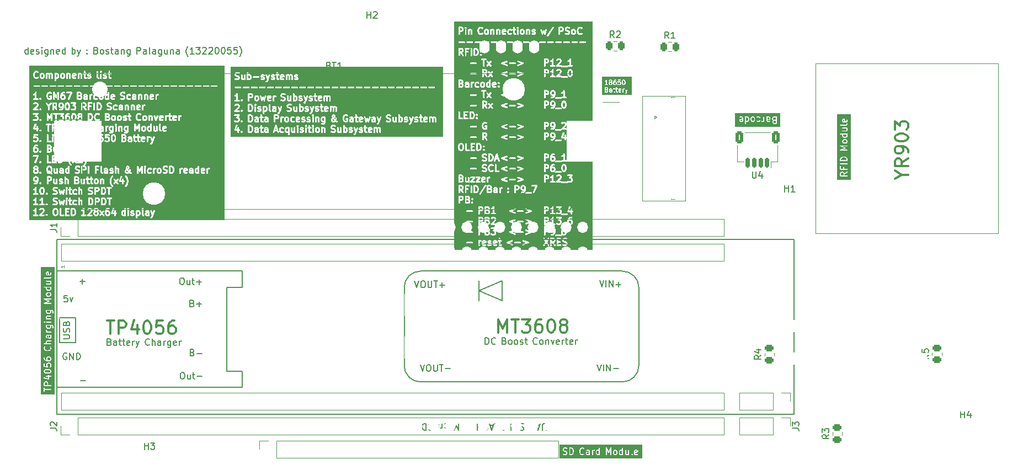
<source format=gto>
G04 #@! TF.GenerationSoftware,KiCad,Pcbnew,(7.99.0-200-gad838e3d73)*
G04 #@! TF.CreationDate,2024-04-01T14:09:53+07:00*
G04 #@! TF.ProjectId,WMS,574d532e-6b69-4636-9164-5f7063625858,rev?*
G04 #@! TF.SameCoordinates,Original*
G04 #@! TF.FileFunction,Legend,Top*
G04 #@! TF.FilePolarity,Positive*
%FSLAX46Y46*%
G04 Gerber Fmt 4.6, Leading zero omitted, Abs format (unit mm)*
G04 Created by KiCad (PCBNEW (7.99.0-200-gad838e3d73)) date 2024-04-01 14:09:53*
%MOMM*%
%LPD*%
G01*
G04 APERTURE LIST*
G04 Aperture macros list*
%AMRoundRect*
0 Rectangle with rounded corners*
0 $1 Rounding radius*
0 $2 $3 $4 $5 $6 $7 $8 $9 X,Y pos of 4 corners*
0 Add a 4 corners polygon primitive as box body*
4,1,4,$2,$3,$4,$5,$6,$7,$8,$9,$2,$3,0*
0 Add four circle primitives for the rounded corners*
1,1,$1+$1,$2,$3*
1,1,$1+$1,$4,$5*
1,1,$1+$1,$6,$7*
1,1,$1+$1,$8,$9*
0 Add four rect primitives between the rounded corners*
20,1,$1+$1,$2,$3,$4,$5,0*
20,1,$1+$1,$4,$5,$6,$7,0*
20,1,$1+$1,$6,$7,$8,$9,0*
20,1,$1+$1,$8,$9,$2,$3,0*%
G04 Aperture macros list end*
%ADD10C,0.150000*%
%ADD11C,0.250000*%
%ADD12C,0.300000*%
%ADD13C,0.100000*%
%ADD14C,0.120000*%
%ADD15C,0.200000*%
%ADD16R,5.000000X3.500000*%
%ADD17RoundRect,0.250000X-0.262500X-0.450000X0.262500X-0.450000X0.262500X0.450000X-0.262500X0.450000X0*%
%ADD18RoundRect,0.250000X0.450000X-0.262500X0.450000X0.262500X-0.450000X0.262500X-0.450000X-0.262500X0*%
%ADD19C,2.390000*%
%ADD20C,3.450000*%
%ADD21R,7.340000X6.350000*%
%ADD22C,2.200000*%
%ADD23R,1.700000X1.700000*%
%ADD24O,1.700000X1.700000*%
%ADD25R,1.100000X0.300000*%
%ADD26R,3.100000X2.300000*%
%ADD27RoundRect,0.150000X0.150000X0.625000X-0.150000X0.625000X-0.150000X-0.625000X0.150000X-0.625000X0*%
%ADD28RoundRect,0.250000X0.350000X0.650000X-0.350000X0.650000X-0.350000X-0.650000X0.350000X-0.650000X0*%
%ADD29C,1.700000*%
%ADD30R,2.800000X2.800000*%
%ADD31O,4.000000X2.800000*%
%ADD32O,3.048000X1.850000*%
%ADD33R,2.000000X2.000000*%
%ADD34C,2.000000*%
%ADD35O,1.600000X2.000000*%
%ADD36R,1.800000X1.800000*%
%ADD37C,1.800000*%
G04 APERTURE END LIST*
D10*
X68789466Y-51318980D02*
X68789466Y-50318980D01*
X68789466Y-51271361D02*
X68694228Y-51318980D01*
X68694228Y-51318980D02*
X68503752Y-51318980D01*
X68503752Y-51318980D02*
X68408514Y-51271361D01*
X68408514Y-51271361D02*
X68360895Y-51223742D01*
X68360895Y-51223742D02*
X68313276Y-51128504D01*
X68313276Y-51128504D02*
X68313276Y-50842790D01*
X68313276Y-50842790D02*
X68360895Y-50747552D01*
X68360895Y-50747552D02*
X68408514Y-50699933D01*
X68408514Y-50699933D02*
X68503752Y-50652314D01*
X68503752Y-50652314D02*
X68694228Y-50652314D01*
X68694228Y-50652314D02*
X68789466Y-50699933D01*
X69646609Y-51271361D02*
X69551371Y-51318980D01*
X69551371Y-51318980D02*
X69360895Y-51318980D01*
X69360895Y-51318980D02*
X69265657Y-51271361D01*
X69265657Y-51271361D02*
X69218038Y-51176123D01*
X69218038Y-51176123D02*
X69218038Y-50795171D01*
X69218038Y-50795171D02*
X69265657Y-50699933D01*
X69265657Y-50699933D02*
X69360895Y-50652314D01*
X69360895Y-50652314D02*
X69551371Y-50652314D01*
X69551371Y-50652314D02*
X69646609Y-50699933D01*
X69646609Y-50699933D02*
X69694228Y-50795171D01*
X69694228Y-50795171D02*
X69694228Y-50890409D01*
X69694228Y-50890409D02*
X69218038Y-50985647D01*
X70075181Y-51271361D02*
X70170419Y-51318980D01*
X70170419Y-51318980D02*
X70360895Y-51318980D01*
X70360895Y-51318980D02*
X70456133Y-51271361D01*
X70456133Y-51271361D02*
X70503752Y-51176123D01*
X70503752Y-51176123D02*
X70503752Y-51128504D01*
X70503752Y-51128504D02*
X70456133Y-51033266D01*
X70456133Y-51033266D02*
X70360895Y-50985647D01*
X70360895Y-50985647D02*
X70218038Y-50985647D01*
X70218038Y-50985647D02*
X70122800Y-50938028D01*
X70122800Y-50938028D02*
X70075181Y-50842790D01*
X70075181Y-50842790D02*
X70075181Y-50795171D01*
X70075181Y-50795171D02*
X70122800Y-50699933D01*
X70122800Y-50699933D02*
X70218038Y-50652314D01*
X70218038Y-50652314D02*
X70360895Y-50652314D01*
X70360895Y-50652314D02*
X70456133Y-50699933D01*
X70932324Y-51318980D02*
X70932324Y-50652314D01*
X70932324Y-50318980D02*
X70884705Y-50366600D01*
X70884705Y-50366600D02*
X70932324Y-50414219D01*
X70932324Y-50414219D02*
X70979943Y-50366600D01*
X70979943Y-50366600D02*
X70932324Y-50318980D01*
X70932324Y-50318980D02*
X70932324Y-50414219D01*
X71837085Y-50652314D02*
X71837085Y-51461838D01*
X71837085Y-51461838D02*
X71789466Y-51557076D01*
X71789466Y-51557076D02*
X71741847Y-51604695D01*
X71741847Y-51604695D02*
X71646609Y-51652314D01*
X71646609Y-51652314D02*
X71503752Y-51652314D01*
X71503752Y-51652314D02*
X71408514Y-51604695D01*
X71837085Y-51271361D02*
X71741847Y-51318980D01*
X71741847Y-51318980D02*
X71551371Y-51318980D01*
X71551371Y-51318980D02*
X71456133Y-51271361D01*
X71456133Y-51271361D02*
X71408514Y-51223742D01*
X71408514Y-51223742D02*
X71360895Y-51128504D01*
X71360895Y-51128504D02*
X71360895Y-50842790D01*
X71360895Y-50842790D02*
X71408514Y-50747552D01*
X71408514Y-50747552D02*
X71456133Y-50699933D01*
X71456133Y-50699933D02*
X71551371Y-50652314D01*
X71551371Y-50652314D02*
X71741847Y-50652314D01*
X71741847Y-50652314D02*
X71837085Y-50699933D01*
X72313276Y-50652314D02*
X72313276Y-51318980D01*
X72313276Y-50747552D02*
X72360895Y-50699933D01*
X72360895Y-50699933D02*
X72456133Y-50652314D01*
X72456133Y-50652314D02*
X72598990Y-50652314D01*
X72598990Y-50652314D02*
X72694228Y-50699933D01*
X72694228Y-50699933D02*
X72741847Y-50795171D01*
X72741847Y-50795171D02*
X72741847Y-51318980D01*
X73598990Y-51271361D02*
X73503752Y-51318980D01*
X73503752Y-51318980D02*
X73313276Y-51318980D01*
X73313276Y-51318980D02*
X73218038Y-51271361D01*
X73218038Y-51271361D02*
X73170419Y-51176123D01*
X73170419Y-51176123D02*
X73170419Y-50795171D01*
X73170419Y-50795171D02*
X73218038Y-50699933D01*
X73218038Y-50699933D02*
X73313276Y-50652314D01*
X73313276Y-50652314D02*
X73503752Y-50652314D01*
X73503752Y-50652314D02*
X73598990Y-50699933D01*
X73598990Y-50699933D02*
X73646609Y-50795171D01*
X73646609Y-50795171D02*
X73646609Y-50890409D01*
X73646609Y-50890409D02*
X73170419Y-50985647D01*
X74503752Y-51318980D02*
X74503752Y-50318980D01*
X74503752Y-51271361D02*
X74408514Y-51318980D01*
X74408514Y-51318980D02*
X74218038Y-51318980D01*
X74218038Y-51318980D02*
X74122800Y-51271361D01*
X74122800Y-51271361D02*
X74075181Y-51223742D01*
X74075181Y-51223742D02*
X74027562Y-51128504D01*
X74027562Y-51128504D02*
X74027562Y-50842790D01*
X74027562Y-50842790D02*
X74075181Y-50747552D01*
X74075181Y-50747552D02*
X74122800Y-50699933D01*
X74122800Y-50699933D02*
X74218038Y-50652314D01*
X74218038Y-50652314D02*
X74408514Y-50652314D01*
X74408514Y-50652314D02*
X74503752Y-50699933D01*
X75579943Y-51318980D02*
X75579943Y-50318980D01*
X75579943Y-50699933D02*
X75675181Y-50652314D01*
X75675181Y-50652314D02*
X75865657Y-50652314D01*
X75865657Y-50652314D02*
X75960895Y-50699933D01*
X75960895Y-50699933D02*
X76008514Y-50747552D01*
X76008514Y-50747552D02*
X76056133Y-50842790D01*
X76056133Y-50842790D02*
X76056133Y-51128504D01*
X76056133Y-51128504D02*
X76008514Y-51223742D01*
X76008514Y-51223742D02*
X75960895Y-51271361D01*
X75960895Y-51271361D02*
X75865657Y-51318980D01*
X75865657Y-51318980D02*
X75675181Y-51318980D01*
X75675181Y-51318980D02*
X75579943Y-51271361D01*
X76389467Y-50652314D02*
X76627562Y-51318980D01*
X76865657Y-50652314D02*
X76627562Y-51318980D01*
X76627562Y-51318980D02*
X76532324Y-51557076D01*
X76532324Y-51557076D02*
X76484705Y-51604695D01*
X76484705Y-51604695D02*
X76389467Y-51652314D01*
X77846610Y-51223742D02*
X77894229Y-51271361D01*
X77894229Y-51271361D02*
X77846610Y-51318980D01*
X77846610Y-51318980D02*
X77798991Y-51271361D01*
X77798991Y-51271361D02*
X77846610Y-51223742D01*
X77846610Y-51223742D02*
X77846610Y-51318980D01*
X77846610Y-50699933D02*
X77894229Y-50747552D01*
X77894229Y-50747552D02*
X77846610Y-50795171D01*
X77846610Y-50795171D02*
X77798991Y-50747552D01*
X77798991Y-50747552D02*
X77846610Y-50699933D01*
X77846610Y-50699933D02*
X77846610Y-50795171D01*
X79256133Y-50795171D02*
X79398990Y-50842790D01*
X79398990Y-50842790D02*
X79446609Y-50890409D01*
X79446609Y-50890409D02*
X79494228Y-50985647D01*
X79494228Y-50985647D02*
X79494228Y-51128504D01*
X79494228Y-51128504D02*
X79446609Y-51223742D01*
X79446609Y-51223742D02*
X79398990Y-51271361D01*
X79398990Y-51271361D02*
X79303752Y-51318980D01*
X79303752Y-51318980D02*
X78922800Y-51318980D01*
X78922800Y-51318980D02*
X78922800Y-50318980D01*
X78922800Y-50318980D02*
X79256133Y-50318980D01*
X79256133Y-50318980D02*
X79351371Y-50366600D01*
X79351371Y-50366600D02*
X79398990Y-50414219D01*
X79398990Y-50414219D02*
X79446609Y-50509457D01*
X79446609Y-50509457D02*
X79446609Y-50604695D01*
X79446609Y-50604695D02*
X79398990Y-50699933D01*
X79398990Y-50699933D02*
X79351371Y-50747552D01*
X79351371Y-50747552D02*
X79256133Y-50795171D01*
X79256133Y-50795171D02*
X78922800Y-50795171D01*
X80065657Y-51318980D02*
X79970419Y-51271361D01*
X79970419Y-51271361D02*
X79922800Y-51223742D01*
X79922800Y-51223742D02*
X79875181Y-51128504D01*
X79875181Y-51128504D02*
X79875181Y-50842790D01*
X79875181Y-50842790D02*
X79922800Y-50747552D01*
X79922800Y-50747552D02*
X79970419Y-50699933D01*
X79970419Y-50699933D02*
X80065657Y-50652314D01*
X80065657Y-50652314D02*
X80208514Y-50652314D01*
X80208514Y-50652314D02*
X80303752Y-50699933D01*
X80303752Y-50699933D02*
X80351371Y-50747552D01*
X80351371Y-50747552D02*
X80398990Y-50842790D01*
X80398990Y-50842790D02*
X80398990Y-51128504D01*
X80398990Y-51128504D02*
X80351371Y-51223742D01*
X80351371Y-51223742D02*
X80303752Y-51271361D01*
X80303752Y-51271361D02*
X80208514Y-51318980D01*
X80208514Y-51318980D02*
X80065657Y-51318980D01*
X80779943Y-51271361D02*
X80875181Y-51318980D01*
X80875181Y-51318980D02*
X81065657Y-51318980D01*
X81065657Y-51318980D02*
X81160895Y-51271361D01*
X81160895Y-51271361D02*
X81208514Y-51176123D01*
X81208514Y-51176123D02*
X81208514Y-51128504D01*
X81208514Y-51128504D02*
X81160895Y-51033266D01*
X81160895Y-51033266D02*
X81065657Y-50985647D01*
X81065657Y-50985647D02*
X80922800Y-50985647D01*
X80922800Y-50985647D02*
X80827562Y-50938028D01*
X80827562Y-50938028D02*
X80779943Y-50842790D01*
X80779943Y-50842790D02*
X80779943Y-50795171D01*
X80779943Y-50795171D02*
X80827562Y-50699933D01*
X80827562Y-50699933D02*
X80922800Y-50652314D01*
X80922800Y-50652314D02*
X81065657Y-50652314D01*
X81065657Y-50652314D02*
X81160895Y-50699933D01*
X81494229Y-50652314D02*
X81875181Y-50652314D01*
X81637086Y-50318980D02*
X81637086Y-51176123D01*
X81637086Y-51176123D02*
X81684705Y-51271361D01*
X81684705Y-51271361D02*
X81779943Y-51318980D01*
X81779943Y-51318980D02*
X81875181Y-51318980D01*
X82637086Y-51318980D02*
X82637086Y-50795171D01*
X82637086Y-50795171D02*
X82589467Y-50699933D01*
X82589467Y-50699933D02*
X82494229Y-50652314D01*
X82494229Y-50652314D02*
X82303753Y-50652314D01*
X82303753Y-50652314D02*
X82208515Y-50699933D01*
X82637086Y-51271361D02*
X82541848Y-51318980D01*
X82541848Y-51318980D02*
X82303753Y-51318980D01*
X82303753Y-51318980D02*
X82208515Y-51271361D01*
X82208515Y-51271361D02*
X82160896Y-51176123D01*
X82160896Y-51176123D02*
X82160896Y-51080885D01*
X82160896Y-51080885D02*
X82208515Y-50985647D01*
X82208515Y-50985647D02*
X82303753Y-50938028D01*
X82303753Y-50938028D02*
X82541848Y-50938028D01*
X82541848Y-50938028D02*
X82637086Y-50890409D01*
X83113277Y-50652314D02*
X83113277Y-51318980D01*
X83113277Y-50747552D02*
X83160896Y-50699933D01*
X83160896Y-50699933D02*
X83256134Y-50652314D01*
X83256134Y-50652314D02*
X83398991Y-50652314D01*
X83398991Y-50652314D02*
X83494229Y-50699933D01*
X83494229Y-50699933D02*
X83541848Y-50795171D01*
X83541848Y-50795171D02*
X83541848Y-51318980D01*
X84446610Y-50652314D02*
X84446610Y-51461838D01*
X84446610Y-51461838D02*
X84398991Y-51557076D01*
X84398991Y-51557076D02*
X84351372Y-51604695D01*
X84351372Y-51604695D02*
X84256134Y-51652314D01*
X84256134Y-51652314D02*
X84113277Y-51652314D01*
X84113277Y-51652314D02*
X84018039Y-51604695D01*
X84446610Y-51271361D02*
X84351372Y-51318980D01*
X84351372Y-51318980D02*
X84160896Y-51318980D01*
X84160896Y-51318980D02*
X84065658Y-51271361D01*
X84065658Y-51271361D02*
X84018039Y-51223742D01*
X84018039Y-51223742D02*
X83970420Y-51128504D01*
X83970420Y-51128504D02*
X83970420Y-50842790D01*
X83970420Y-50842790D02*
X84018039Y-50747552D01*
X84018039Y-50747552D02*
X84065658Y-50699933D01*
X84065658Y-50699933D02*
X84160896Y-50652314D01*
X84160896Y-50652314D02*
X84351372Y-50652314D01*
X84351372Y-50652314D02*
X84446610Y-50699933D01*
X85522801Y-51318980D02*
X85522801Y-50318980D01*
X85522801Y-50318980D02*
X85903753Y-50318980D01*
X85903753Y-50318980D02*
X85998991Y-50366600D01*
X85998991Y-50366600D02*
X86046610Y-50414219D01*
X86046610Y-50414219D02*
X86094229Y-50509457D01*
X86094229Y-50509457D02*
X86094229Y-50652314D01*
X86094229Y-50652314D02*
X86046610Y-50747552D01*
X86046610Y-50747552D02*
X85998991Y-50795171D01*
X85998991Y-50795171D02*
X85903753Y-50842790D01*
X85903753Y-50842790D02*
X85522801Y-50842790D01*
X86951372Y-51318980D02*
X86951372Y-50795171D01*
X86951372Y-50795171D02*
X86903753Y-50699933D01*
X86903753Y-50699933D02*
X86808515Y-50652314D01*
X86808515Y-50652314D02*
X86618039Y-50652314D01*
X86618039Y-50652314D02*
X86522801Y-50699933D01*
X86951372Y-51271361D02*
X86856134Y-51318980D01*
X86856134Y-51318980D02*
X86618039Y-51318980D01*
X86618039Y-51318980D02*
X86522801Y-51271361D01*
X86522801Y-51271361D02*
X86475182Y-51176123D01*
X86475182Y-51176123D02*
X86475182Y-51080885D01*
X86475182Y-51080885D02*
X86522801Y-50985647D01*
X86522801Y-50985647D02*
X86618039Y-50938028D01*
X86618039Y-50938028D02*
X86856134Y-50938028D01*
X86856134Y-50938028D02*
X86951372Y-50890409D01*
X87570420Y-51318980D02*
X87475182Y-51271361D01*
X87475182Y-51271361D02*
X87427563Y-51176123D01*
X87427563Y-51176123D02*
X87427563Y-50318980D01*
X88379944Y-51318980D02*
X88379944Y-50795171D01*
X88379944Y-50795171D02*
X88332325Y-50699933D01*
X88332325Y-50699933D02*
X88237087Y-50652314D01*
X88237087Y-50652314D02*
X88046611Y-50652314D01*
X88046611Y-50652314D02*
X87951373Y-50699933D01*
X88379944Y-51271361D02*
X88284706Y-51318980D01*
X88284706Y-51318980D02*
X88046611Y-51318980D01*
X88046611Y-51318980D02*
X87951373Y-51271361D01*
X87951373Y-51271361D02*
X87903754Y-51176123D01*
X87903754Y-51176123D02*
X87903754Y-51080885D01*
X87903754Y-51080885D02*
X87951373Y-50985647D01*
X87951373Y-50985647D02*
X88046611Y-50938028D01*
X88046611Y-50938028D02*
X88284706Y-50938028D01*
X88284706Y-50938028D02*
X88379944Y-50890409D01*
X89284706Y-50652314D02*
X89284706Y-51461838D01*
X89284706Y-51461838D02*
X89237087Y-51557076D01*
X89237087Y-51557076D02*
X89189468Y-51604695D01*
X89189468Y-51604695D02*
X89094230Y-51652314D01*
X89094230Y-51652314D02*
X88951373Y-51652314D01*
X88951373Y-51652314D02*
X88856135Y-51604695D01*
X89284706Y-51271361D02*
X89189468Y-51318980D01*
X89189468Y-51318980D02*
X88998992Y-51318980D01*
X88998992Y-51318980D02*
X88903754Y-51271361D01*
X88903754Y-51271361D02*
X88856135Y-51223742D01*
X88856135Y-51223742D02*
X88808516Y-51128504D01*
X88808516Y-51128504D02*
X88808516Y-50842790D01*
X88808516Y-50842790D02*
X88856135Y-50747552D01*
X88856135Y-50747552D02*
X88903754Y-50699933D01*
X88903754Y-50699933D02*
X88998992Y-50652314D01*
X88998992Y-50652314D02*
X89189468Y-50652314D01*
X89189468Y-50652314D02*
X89284706Y-50699933D01*
X90189468Y-50652314D02*
X90189468Y-51318980D01*
X89760897Y-50652314D02*
X89760897Y-51176123D01*
X89760897Y-51176123D02*
X89808516Y-51271361D01*
X89808516Y-51271361D02*
X89903754Y-51318980D01*
X89903754Y-51318980D02*
X90046611Y-51318980D01*
X90046611Y-51318980D02*
X90141849Y-51271361D01*
X90141849Y-51271361D02*
X90189468Y-51223742D01*
X90665659Y-50652314D02*
X90665659Y-51318980D01*
X90665659Y-50747552D02*
X90713278Y-50699933D01*
X90713278Y-50699933D02*
X90808516Y-50652314D01*
X90808516Y-50652314D02*
X90951373Y-50652314D01*
X90951373Y-50652314D02*
X91046611Y-50699933D01*
X91046611Y-50699933D02*
X91094230Y-50795171D01*
X91094230Y-50795171D02*
X91094230Y-51318980D01*
X91998992Y-51318980D02*
X91998992Y-50795171D01*
X91998992Y-50795171D02*
X91951373Y-50699933D01*
X91951373Y-50699933D02*
X91856135Y-50652314D01*
X91856135Y-50652314D02*
X91665659Y-50652314D01*
X91665659Y-50652314D02*
X91570421Y-50699933D01*
X91998992Y-51271361D02*
X91903754Y-51318980D01*
X91903754Y-51318980D02*
X91665659Y-51318980D01*
X91665659Y-51318980D02*
X91570421Y-51271361D01*
X91570421Y-51271361D02*
X91522802Y-51176123D01*
X91522802Y-51176123D02*
X91522802Y-51080885D01*
X91522802Y-51080885D02*
X91570421Y-50985647D01*
X91570421Y-50985647D02*
X91665659Y-50938028D01*
X91665659Y-50938028D02*
X91903754Y-50938028D01*
X91903754Y-50938028D02*
X91998992Y-50890409D01*
X93360897Y-51699933D02*
X93313278Y-51652314D01*
X93313278Y-51652314D02*
X93218040Y-51509457D01*
X93218040Y-51509457D02*
X93170421Y-51414219D01*
X93170421Y-51414219D02*
X93122802Y-51271361D01*
X93122802Y-51271361D02*
X93075183Y-51033266D01*
X93075183Y-51033266D02*
X93075183Y-50842790D01*
X93075183Y-50842790D02*
X93122802Y-50604695D01*
X93122802Y-50604695D02*
X93170421Y-50461838D01*
X93170421Y-50461838D02*
X93218040Y-50366600D01*
X93218040Y-50366600D02*
X93313278Y-50223742D01*
X93313278Y-50223742D02*
X93360897Y-50176123D01*
X94265659Y-51318980D02*
X93694231Y-51318980D01*
X93979945Y-51318980D02*
X93979945Y-50318980D01*
X93979945Y-50318980D02*
X93884707Y-50461838D01*
X93884707Y-50461838D02*
X93789469Y-50557076D01*
X93789469Y-50557076D02*
X93694231Y-50604695D01*
X94598993Y-50318980D02*
X95218040Y-50318980D01*
X95218040Y-50318980D02*
X94884707Y-50699933D01*
X94884707Y-50699933D02*
X95027564Y-50699933D01*
X95027564Y-50699933D02*
X95122802Y-50747552D01*
X95122802Y-50747552D02*
X95170421Y-50795171D01*
X95170421Y-50795171D02*
X95218040Y-50890409D01*
X95218040Y-50890409D02*
X95218040Y-51128504D01*
X95218040Y-51128504D02*
X95170421Y-51223742D01*
X95170421Y-51223742D02*
X95122802Y-51271361D01*
X95122802Y-51271361D02*
X95027564Y-51318980D01*
X95027564Y-51318980D02*
X94741850Y-51318980D01*
X94741850Y-51318980D02*
X94646612Y-51271361D01*
X94646612Y-51271361D02*
X94598993Y-51223742D01*
X95598993Y-50414219D02*
X95646612Y-50366600D01*
X95646612Y-50366600D02*
X95741850Y-50318980D01*
X95741850Y-50318980D02*
X95979945Y-50318980D01*
X95979945Y-50318980D02*
X96075183Y-50366600D01*
X96075183Y-50366600D02*
X96122802Y-50414219D01*
X96122802Y-50414219D02*
X96170421Y-50509457D01*
X96170421Y-50509457D02*
X96170421Y-50604695D01*
X96170421Y-50604695D02*
X96122802Y-50747552D01*
X96122802Y-50747552D02*
X95551374Y-51318980D01*
X95551374Y-51318980D02*
X96170421Y-51318980D01*
X96551374Y-50414219D02*
X96598993Y-50366600D01*
X96598993Y-50366600D02*
X96694231Y-50318980D01*
X96694231Y-50318980D02*
X96932326Y-50318980D01*
X96932326Y-50318980D02*
X97027564Y-50366600D01*
X97027564Y-50366600D02*
X97075183Y-50414219D01*
X97075183Y-50414219D02*
X97122802Y-50509457D01*
X97122802Y-50509457D02*
X97122802Y-50604695D01*
X97122802Y-50604695D02*
X97075183Y-50747552D01*
X97075183Y-50747552D02*
X96503755Y-51318980D01*
X96503755Y-51318980D02*
X97122802Y-51318980D01*
X97741850Y-50318980D02*
X97837088Y-50318980D01*
X97837088Y-50318980D02*
X97932326Y-50366600D01*
X97932326Y-50366600D02*
X97979945Y-50414219D01*
X97979945Y-50414219D02*
X98027564Y-50509457D01*
X98027564Y-50509457D02*
X98075183Y-50699933D01*
X98075183Y-50699933D02*
X98075183Y-50938028D01*
X98075183Y-50938028D02*
X98027564Y-51128504D01*
X98027564Y-51128504D02*
X97979945Y-51223742D01*
X97979945Y-51223742D02*
X97932326Y-51271361D01*
X97932326Y-51271361D02*
X97837088Y-51318980D01*
X97837088Y-51318980D02*
X97741850Y-51318980D01*
X97741850Y-51318980D02*
X97646612Y-51271361D01*
X97646612Y-51271361D02*
X97598993Y-51223742D01*
X97598993Y-51223742D02*
X97551374Y-51128504D01*
X97551374Y-51128504D02*
X97503755Y-50938028D01*
X97503755Y-50938028D02*
X97503755Y-50699933D01*
X97503755Y-50699933D02*
X97551374Y-50509457D01*
X97551374Y-50509457D02*
X97598993Y-50414219D01*
X97598993Y-50414219D02*
X97646612Y-50366600D01*
X97646612Y-50366600D02*
X97741850Y-50318980D01*
X98694231Y-50318980D02*
X98789469Y-50318980D01*
X98789469Y-50318980D02*
X98884707Y-50366600D01*
X98884707Y-50366600D02*
X98932326Y-50414219D01*
X98932326Y-50414219D02*
X98979945Y-50509457D01*
X98979945Y-50509457D02*
X99027564Y-50699933D01*
X99027564Y-50699933D02*
X99027564Y-50938028D01*
X99027564Y-50938028D02*
X98979945Y-51128504D01*
X98979945Y-51128504D02*
X98932326Y-51223742D01*
X98932326Y-51223742D02*
X98884707Y-51271361D01*
X98884707Y-51271361D02*
X98789469Y-51318980D01*
X98789469Y-51318980D02*
X98694231Y-51318980D01*
X98694231Y-51318980D02*
X98598993Y-51271361D01*
X98598993Y-51271361D02*
X98551374Y-51223742D01*
X98551374Y-51223742D02*
X98503755Y-51128504D01*
X98503755Y-51128504D02*
X98456136Y-50938028D01*
X98456136Y-50938028D02*
X98456136Y-50699933D01*
X98456136Y-50699933D02*
X98503755Y-50509457D01*
X98503755Y-50509457D02*
X98551374Y-50414219D01*
X98551374Y-50414219D02*
X98598993Y-50366600D01*
X98598993Y-50366600D02*
X98694231Y-50318980D01*
X99932326Y-50318980D02*
X99456136Y-50318980D01*
X99456136Y-50318980D02*
X99408517Y-50795171D01*
X99408517Y-50795171D02*
X99456136Y-50747552D01*
X99456136Y-50747552D02*
X99551374Y-50699933D01*
X99551374Y-50699933D02*
X99789469Y-50699933D01*
X99789469Y-50699933D02*
X99884707Y-50747552D01*
X99884707Y-50747552D02*
X99932326Y-50795171D01*
X99932326Y-50795171D02*
X99979945Y-50890409D01*
X99979945Y-50890409D02*
X99979945Y-51128504D01*
X99979945Y-51128504D02*
X99932326Y-51223742D01*
X99932326Y-51223742D02*
X99884707Y-51271361D01*
X99884707Y-51271361D02*
X99789469Y-51318980D01*
X99789469Y-51318980D02*
X99551374Y-51318980D01*
X99551374Y-51318980D02*
X99456136Y-51271361D01*
X99456136Y-51271361D02*
X99408517Y-51223742D01*
X100884707Y-50318980D02*
X100408517Y-50318980D01*
X100408517Y-50318980D02*
X100360898Y-50795171D01*
X100360898Y-50795171D02*
X100408517Y-50747552D01*
X100408517Y-50747552D02*
X100503755Y-50699933D01*
X100503755Y-50699933D02*
X100741850Y-50699933D01*
X100741850Y-50699933D02*
X100837088Y-50747552D01*
X100837088Y-50747552D02*
X100884707Y-50795171D01*
X100884707Y-50795171D02*
X100932326Y-50890409D01*
X100932326Y-50890409D02*
X100932326Y-51128504D01*
X100932326Y-51128504D02*
X100884707Y-51223742D01*
X100884707Y-51223742D02*
X100837088Y-51271361D01*
X100837088Y-51271361D02*
X100741850Y-51318980D01*
X100741850Y-51318980D02*
X100503755Y-51318980D01*
X100503755Y-51318980D02*
X100408517Y-51271361D01*
X100408517Y-51271361D02*
X100360898Y-51223742D01*
X101265660Y-51699933D02*
X101313279Y-51652314D01*
X101313279Y-51652314D02*
X101408517Y-51509457D01*
X101408517Y-51509457D02*
X101456136Y-51414219D01*
X101456136Y-51414219D02*
X101503755Y-51271361D01*
X101503755Y-51271361D02*
X101551374Y-51033266D01*
X101551374Y-51033266D02*
X101551374Y-50842790D01*
X101551374Y-50842790D02*
X101503755Y-50604695D01*
X101503755Y-50604695D02*
X101456136Y-50461838D01*
X101456136Y-50461838D02*
X101408517Y-50366600D01*
X101408517Y-50366600D02*
X101313279Y-50223742D01*
X101313279Y-50223742D02*
X101265660Y-50176123D01*
D11*
G36*
X108671676Y-63208180D02*
G01*
X108540470Y-63208180D01*
X108489768Y-63182828D01*
X108470836Y-63163897D01*
X108445486Y-63113196D01*
X108445486Y-62886498D01*
X108470837Y-62835796D01*
X108489769Y-62816864D01*
X108540470Y-62791514D01*
X108671676Y-62791514D01*
X108671676Y-63208180D01*
G37*
G36*
X102986295Y-62490054D02*
G01*
X103046324Y-62550083D01*
X103078734Y-62614902D01*
X103119294Y-62777140D01*
X103119294Y-62889221D01*
X103078734Y-63051458D01*
X103046323Y-63116279D01*
X102986296Y-63176306D01*
X102890677Y-63208180D01*
X102797866Y-63208180D01*
X102797866Y-62458180D01*
X102890676Y-62458180D01*
X102986295Y-62490054D01*
G37*
G36*
X106908962Y-62922466D02*
G01*
X106779628Y-62922466D01*
X106844295Y-62728465D01*
X106908962Y-62922466D01*
G37*
G36*
X121395871Y-62805865D02*
G01*
X121188344Y-62847371D01*
X121188344Y-62838879D01*
X121204132Y-62807302D01*
X121235709Y-62791514D01*
X121367169Y-62791514D01*
X121395871Y-62805865D01*
G37*
G36*
X117560726Y-62816865D02*
G01*
X117579658Y-62835797D01*
X117605009Y-62886498D01*
X117605009Y-63113196D01*
X117579657Y-63163897D01*
X117560726Y-63182829D01*
X117510025Y-63208180D01*
X117378819Y-63208180D01*
X117378819Y-62791514D01*
X117510025Y-62791514D01*
X117560726Y-62816865D01*
G37*
G36*
X113294059Y-62816865D02*
G01*
X113312991Y-62835797D01*
X113338342Y-62886498D01*
X113338342Y-63113196D01*
X113312990Y-63163897D01*
X113294059Y-63182829D01*
X113243358Y-63208180D01*
X113159517Y-63208180D01*
X113108815Y-63182828D01*
X113089883Y-63163897D01*
X113064533Y-63113196D01*
X113064533Y-62886498D01*
X113089884Y-62835796D01*
X113108816Y-62816864D01*
X113159517Y-62791514D01*
X113243358Y-62791514D01*
X113294059Y-62816865D01*
G37*
G36*
X105452628Y-63208180D02*
G01*
X105273803Y-63208180D01*
X105242226Y-63192391D01*
X105226438Y-63160815D01*
X105226438Y-63124593D01*
X105242226Y-63093016D01*
X105273803Y-63077228D01*
X105452628Y-63077228D01*
X105452628Y-63208180D01*
G37*
G36*
X103976437Y-63208180D02*
G01*
X103797612Y-63208180D01*
X103766035Y-63192391D01*
X103750247Y-63160815D01*
X103750247Y-63124593D01*
X103766035Y-63093016D01*
X103797612Y-63077228D01*
X103976437Y-63077228D01*
X103976437Y-63208180D01*
G37*
G36*
X114195486Y-61588180D02*
G01*
X114064280Y-61588180D01*
X114013578Y-61562828D01*
X113994646Y-61543897D01*
X113969296Y-61493196D01*
X113969296Y-61266498D01*
X113994647Y-61215796D01*
X114013579Y-61196864D01*
X114064280Y-61171514D01*
X114195486Y-61171514D01*
X114195486Y-61588180D01*
G37*
G36*
X102986295Y-60870054D02*
G01*
X103046324Y-60930083D01*
X103078734Y-60994902D01*
X103119294Y-61157140D01*
X103119294Y-61269221D01*
X103078734Y-61431458D01*
X103046323Y-61496279D01*
X102986296Y-61556306D01*
X102890677Y-61588180D01*
X102797866Y-61588180D01*
X102797866Y-60838180D01*
X102890676Y-60838180D01*
X102986295Y-60870054D01*
G37*
G36*
X129881587Y-61185865D02*
G01*
X129674060Y-61227371D01*
X129674060Y-61218879D01*
X129689848Y-61187302D01*
X129721425Y-61171514D01*
X129852885Y-61171514D01*
X129881587Y-61185865D01*
G37*
G36*
X126046442Y-61196865D02*
G01*
X126065374Y-61215797D01*
X126090725Y-61266498D01*
X126090725Y-61493196D01*
X126065373Y-61543897D01*
X126046442Y-61562829D01*
X125995741Y-61588180D01*
X125864535Y-61588180D01*
X125864535Y-61171514D01*
X125995741Y-61171514D01*
X126046442Y-61196865D01*
G37*
G36*
X121919296Y-61588180D02*
G01*
X121740471Y-61588180D01*
X121708894Y-61572391D01*
X121693106Y-61540815D01*
X121693106Y-61504593D01*
X121708894Y-61473016D01*
X121740471Y-61457228D01*
X121919296Y-61457228D01*
X121919296Y-61588180D01*
G37*
G36*
X119995871Y-61185865D02*
G01*
X119788344Y-61227371D01*
X119788344Y-61218879D01*
X119804132Y-61187302D01*
X119835709Y-61171514D01*
X119967169Y-61171514D01*
X119995871Y-61185865D01*
G37*
G36*
X118538343Y-61588180D02*
G01*
X118359518Y-61588180D01*
X118327941Y-61572391D01*
X118312153Y-61540815D01*
X118312153Y-61504593D01*
X118327941Y-61473016D01*
X118359518Y-61457228D01*
X118538343Y-61457228D01*
X118538343Y-61588180D01*
G37*
G36*
X115593539Y-61325623D02*
G01*
X115773025Y-61541006D01*
X115751203Y-61562829D01*
X115700502Y-61588180D01*
X115616661Y-61588180D01*
X115565959Y-61562828D01*
X115547027Y-61543897D01*
X115521677Y-61493196D01*
X115521677Y-61409355D01*
X115547028Y-61358653D01*
X115571552Y-61334129D01*
X115589449Y-61322198D01*
X115593539Y-61325623D01*
G37*
G36*
X115732078Y-60853969D02*
G01*
X115745017Y-60879847D01*
X115722515Y-60924850D01*
X115697993Y-60949373D01*
X115675630Y-60964281D01*
X115664534Y-60930992D01*
X115664534Y-60885546D01*
X115680323Y-60853968D01*
X115706199Y-60841029D01*
X115732078Y-60853969D01*
G37*
G36*
X110319680Y-61185865D02*
G01*
X110112153Y-61227371D01*
X110112153Y-61218879D01*
X110127941Y-61187302D01*
X110159518Y-61171514D01*
X110290978Y-61171514D01*
X110319680Y-61185865D01*
G37*
G36*
X108579774Y-61196865D02*
G01*
X108598706Y-61215797D01*
X108624057Y-61266498D01*
X108624057Y-61493196D01*
X108598705Y-61543897D01*
X108579774Y-61562829D01*
X108529073Y-61588180D01*
X108445232Y-61588180D01*
X108394530Y-61562828D01*
X108375598Y-61543897D01*
X108350248Y-61493196D01*
X108350248Y-61266498D01*
X108375599Y-61215796D01*
X108394531Y-61196864D01*
X108445232Y-61171514D01*
X108529073Y-61171514D01*
X108579774Y-61196865D01*
G37*
G36*
X105452628Y-61588180D02*
G01*
X105273803Y-61588180D01*
X105242226Y-61572391D01*
X105226438Y-61540815D01*
X105226438Y-61504593D01*
X105242226Y-61473016D01*
X105273803Y-61457228D01*
X105452628Y-61457228D01*
X105452628Y-61588180D01*
G37*
G36*
X103976437Y-61588180D02*
G01*
X103797612Y-61588180D01*
X103766035Y-61572391D01*
X103750247Y-61540815D01*
X103750247Y-61504593D01*
X103766035Y-61473016D01*
X103797612Y-61457228D01*
X103976437Y-61457228D01*
X103976437Y-61588180D01*
G37*
G36*
X107055963Y-60863531D02*
G01*
X107074896Y-60882464D01*
X107100247Y-60933165D01*
X107100247Y-61017006D01*
X107074895Y-61067707D01*
X107055964Y-61086639D01*
X107005263Y-61111990D01*
X106778819Y-61111990D01*
X106778819Y-60838180D01*
X107005262Y-60838180D01*
X107055963Y-60863531D01*
G37*
G36*
X105265487Y-59576865D02*
G01*
X105284419Y-59595797D01*
X105309770Y-59646498D01*
X105309770Y-59873196D01*
X105284418Y-59923897D01*
X105265487Y-59942829D01*
X105214786Y-59968180D01*
X105083580Y-59968180D01*
X105083580Y-59551514D01*
X105214786Y-59551514D01*
X105265487Y-59576865D01*
G37*
G36*
X102986295Y-59250054D02*
G01*
X103046324Y-59310083D01*
X103078734Y-59374902D01*
X103119294Y-59537140D01*
X103119294Y-59649221D01*
X103078734Y-59811458D01*
X103046323Y-59876279D01*
X102986296Y-59936306D01*
X102890677Y-59968180D01*
X102797866Y-59968180D01*
X102797866Y-59218180D01*
X102890676Y-59218180D01*
X102986295Y-59250054D01*
G37*
G36*
X114653014Y-59565865D02*
G01*
X114445487Y-59607371D01*
X114445487Y-59598879D01*
X114461275Y-59567302D01*
X114492852Y-59551514D01*
X114624312Y-59551514D01*
X114653014Y-59565865D01*
G37*
G36*
X110817869Y-59576865D02*
G01*
X110836801Y-59595797D01*
X110862152Y-59646498D01*
X110862152Y-59873196D01*
X110836800Y-59923897D01*
X110817869Y-59942829D01*
X110767168Y-59968180D01*
X110635962Y-59968180D01*
X110635962Y-59551514D01*
X110767168Y-59551514D01*
X110817869Y-59576865D01*
G37*
G36*
X106690723Y-59968180D02*
G01*
X106511898Y-59968180D01*
X106480321Y-59952391D01*
X106464533Y-59920815D01*
X106464533Y-59884593D01*
X106480321Y-59853016D01*
X106511898Y-59837228D01*
X106690723Y-59837228D01*
X106690723Y-59968180D01*
G37*
G36*
X113700633Y-57945865D02*
G01*
X113493106Y-57987371D01*
X113493106Y-57978879D01*
X113508894Y-57947302D01*
X113540471Y-57931514D01*
X113671931Y-57931514D01*
X113700633Y-57945865D01*
G37*
G36*
X109865488Y-57956865D02*
G01*
X109884420Y-57975797D01*
X109909771Y-58026498D01*
X109909771Y-58253196D01*
X109884419Y-58303897D01*
X109865488Y-58322829D01*
X109814787Y-58348180D01*
X109683581Y-58348180D01*
X109683581Y-57931514D01*
X109814787Y-57931514D01*
X109865488Y-57956865D01*
G37*
G36*
X105910155Y-57945865D02*
G01*
X105702628Y-57987371D01*
X105702628Y-57978879D01*
X105718416Y-57947302D01*
X105749993Y-57931514D01*
X105881453Y-57931514D01*
X105910155Y-57945865D01*
G37*
G36*
X103979773Y-57956865D02*
G01*
X103998705Y-57975797D01*
X104024056Y-58026498D01*
X104024056Y-58253196D01*
X103998704Y-58303897D01*
X103979773Y-58322829D01*
X103929072Y-58348180D01*
X103845231Y-58348180D01*
X103794529Y-58322828D01*
X103775597Y-58303897D01*
X103750247Y-58253196D01*
X103750247Y-58026498D01*
X103775598Y-57975796D01*
X103794530Y-57956864D01*
X103845231Y-57931514D01*
X103929072Y-57931514D01*
X103979773Y-57956865D01*
G37*
G36*
X103075010Y-57623531D02*
G01*
X103093943Y-57642464D01*
X103119294Y-57693165D01*
X103119294Y-57777006D01*
X103093942Y-57827707D01*
X103075011Y-57846639D01*
X103024310Y-57871990D01*
X102797866Y-57871990D01*
X102797866Y-57598180D01*
X103024309Y-57598180D01*
X103075010Y-57623531D01*
G37*
G36*
X107881585Y-54705865D02*
G01*
X107674058Y-54747371D01*
X107674058Y-54738879D01*
X107689846Y-54707302D01*
X107721423Y-54691514D01*
X107852883Y-54691514D01*
X107881585Y-54705865D01*
G37*
G36*
X102808345Y-54716865D02*
G01*
X102827277Y-54735797D01*
X102852628Y-54786498D01*
X102852628Y-55013196D01*
X102827276Y-55063897D01*
X102808345Y-55082829D01*
X102757644Y-55108180D01*
X102626438Y-55108180D01*
X102626438Y-54691514D01*
X102757644Y-54691514D01*
X102808345Y-54716865D01*
G37*
G36*
X132491917Y-64068657D02*
G01*
X99888343Y-64068657D01*
X99888343Y-63018387D01*
X100467725Y-63018387D01*
X100470688Y-63024877D01*
X100470431Y-63032008D01*
X100485743Y-63057842D01*
X100498219Y-63085160D01*
X100504221Y-63089017D01*
X100507860Y-63095156D01*
X100534710Y-63108611D01*
X100559973Y-63124847D01*
X100567107Y-63124847D01*
X100573487Y-63128044D01*
X100603350Y-63124847D01*
X100947866Y-63124847D01*
X100947866Y-63351152D01*
X100963270Y-63403613D01*
X101018747Y-63451684D01*
X101091406Y-63462131D01*
X101158179Y-63431637D01*
X101197866Y-63369883D01*
X101197866Y-63276267D01*
X101419112Y-63276267D01*
X101425013Y-63303393D01*
X101426994Y-63331088D01*
X101432694Y-63338702D01*
X101434716Y-63347996D01*
X101454346Y-63367627D01*
X101470985Y-63389853D01*
X101479896Y-63393176D01*
X101485728Y-63399008D01*
X101487080Y-63403613D01*
X101504662Y-63418848D01*
X101518604Y-63437472D01*
X101531862Y-63442417D01*
X101542557Y-63451684D01*
X101556564Y-63453697D01*
X101568983Y-63460479D01*
X101578469Y-63459800D01*
X101587382Y-63463125D01*
X101601209Y-63460117D01*
X101615216Y-63462131D01*
X101628088Y-63456252D01*
X101642203Y-63455243D01*
X101649817Y-63449542D01*
X101659111Y-63447521D01*
X101669116Y-63437515D01*
X101681989Y-63431637D01*
X101689639Y-63419732D01*
X101700968Y-63411252D01*
X101704291Y-63402340D01*
X101726363Y-63380269D01*
X101748587Y-63363633D01*
X101753030Y-63351720D01*
X102543915Y-63351720D01*
X102555448Y-63376974D01*
X102563270Y-63403613D01*
X102570457Y-63409841D01*
X102574409Y-63418493D01*
X102597765Y-63433503D01*
X102618747Y-63451684D01*
X102628161Y-63453037D01*
X102636163Y-63458180D01*
X102663927Y-63458180D01*
X102691406Y-63462131D01*
X102700058Y-63458180D01*
X102895290Y-63458180D01*
X102915670Y-63463372D01*
X102948349Y-63452478D01*
X102981394Y-63442776D01*
X102982992Y-63440930D01*
X103086965Y-63406273D01*
X103116253Y-63399902D01*
X103134317Y-63381838D01*
X103155293Y-63367260D01*
X103159807Y-63356348D01*
X103226363Y-63289792D01*
X103244445Y-63279053D01*
X103259845Y-63248252D01*
X103276356Y-63218015D01*
X103276181Y-63215579D01*
X103298522Y-63170899D01*
X103309041Y-63161009D01*
X103314614Y-63138714D01*
X103316516Y-63134912D01*
X103318957Y-63121341D01*
X103322025Y-63109069D01*
X103495723Y-63109069D01*
X103500247Y-63119977D01*
X103500247Y-63183598D01*
X103497030Y-63213397D01*
X103508453Y-63236244D01*
X103515651Y-63260756D01*
X103524576Y-63268489D01*
X103546821Y-63312979D01*
X103546650Y-63317836D01*
X103563085Y-63345507D01*
X103569100Y-63357537D01*
X103572226Y-63360897D01*
X103584136Y-63380950D01*
X103596740Y-63387252D01*
X103606339Y-63397571D01*
X103628932Y-63403348D01*
X103706187Y-63441976D01*
X103731401Y-63458180D01*
X103756947Y-63458180D01*
X103782088Y-63462704D01*
X103792996Y-63458180D01*
X103999474Y-63458180D01*
X104029273Y-63461397D01*
X104048390Y-63451838D01*
X104119977Y-63462131D01*
X104186750Y-63431637D01*
X104226437Y-63369883D01*
X104226437Y-63301289D01*
X104231633Y-63280970D01*
X104226437Y-63265335D01*
X104226437Y-62920337D01*
X104231633Y-62900018D01*
X104226437Y-62884383D01*
X104226437Y-62816092D01*
X104229654Y-62786297D01*
X104218230Y-62763449D01*
X104211033Y-62738938D01*
X104202107Y-62731204D01*
X104179861Y-62686712D01*
X104179920Y-62685054D01*
X104305820Y-62685054D01*
X104336314Y-62751827D01*
X104398068Y-62791514D01*
X104452628Y-62791514D01*
X104452628Y-63183598D01*
X104449411Y-63213397D01*
X104460834Y-63236244D01*
X104468032Y-63260756D01*
X104476957Y-63268489D01*
X104499202Y-63312979D01*
X104499031Y-63317836D01*
X104515466Y-63345507D01*
X104521481Y-63357537D01*
X104524607Y-63360897D01*
X104536517Y-63380950D01*
X104549121Y-63387252D01*
X104558720Y-63397571D01*
X104581313Y-63403348D01*
X104658568Y-63441976D01*
X104683782Y-63458180D01*
X104709328Y-63458180D01*
X104734469Y-63462704D01*
X104745377Y-63458180D01*
X104833695Y-63458180D01*
X104886156Y-63442776D01*
X104934227Y-63387299D01*
X104944674Y-63314640D01*
X104914180Y-63247867D01*
X104852426Y-63208180D01*
X104749993Y-63208180D01*
X104718416Y-63192391D01*
X104702628Y-63160815D01*
X104702628Y-63109069D01*
X104971914Y-63109069D01*
X104976438Y-63119977D01*
X104976438Y-63183598D01*
X104973221Y-63213397D01*
X104984644Y-63236244D01*
X104991842Y-63260756D01*
X105000767Y-63268489D01*
X105023012Y-63312979D01*
X105022841Y-63317836D01*
X105039276Y-63345507D01*
X105045291Y-63357537D01*
X105048417Y-63360897D01*
X105060327Y-63380950D01*
X105072931Y-63387252D01*
X105082530Y-63397571D01*
X105105123Y-63403348D01*
X105182378Y-63441976D01*
X105207592Y-63458180D01*
X105233138Y-63458180D01*
X105258279Y-63462704D01*
X105269187Y-63458180D01*
X105475665Y-63458180D01*
X105505464Y-63461397D01*
X105524581Y-63451838D01*
X105596168Y-63462131D01*
X105662941Y-63431637D01*
X105702628Y-63369883D01*
X105702628Y-63365341D01*
X106384717Y-63365341D01*
X106422146Y-63428489D01*
X106487773Y-63461377D01*
X106560762Y-63453563D01*
X106617941Y-63407528D01*
X106696295Y-63172466D01*
X106992295Y-63172466D01*
X107064726Y-63389758D01*
X107095929Y-63434655D01*
X107163760Y-63462716D01*
X107235994Y-63449650D01*
X107289698Y-63399606D01*
X107307820Y-63328471D01*
X107210325Y-63035987D01*
X107211341Y-63028926D01*
X107198866Y-63001610D01*
X107155321Y-62870974D01*
X107333819Y-62870974D01*
X107338343Y-62881882D01*
X107338343Y-63135979D01*
X107335126Y-63165778D01*
X107346549Y-63188625D01*
X107353747Y-63213137D01*
X107362672Y-63220870D01*
X107392150Y-63279827D01*
X107396621Y-63300377D01*
X107420976Y-63324732D01*
X107444435Y-63349952D01*
X107446800Y-63350556D01*
X107459111Y-63362868D01*
X107469851Y-63380950D01*
X107500661Y-63396355D01*
X107530888Y-63412860D01*
X107533322Y-63412685D01*
X107591902Y-63441976D01*
X107617116Y-63458180D01*
X107642662Y-63458180D01*
X107667803Y-63462704D01*
X107678711Y-63458180D01*
X107837570Y-63458180D01*
X107867369Y-63461397D01*
X107890216Y-63449973D01*
X107914728Y-63442776D01*
X107922461Y-63433850D01*
X108011509Y-63389327D01*
X108051543Y-63352088D01*
X108069729Y-63280970D01*
X108046579Y-63211310D01*
X107989442Y-63165224D01*
X107916459Y-63157344D01*
X107814787Y-63208180D01*
X107683327Y-63208180D01*
X107632625Y-63182828D01*
X107613693Y-63163897D01*
X107588343Y-63113196D01*
X107588343Y-62886498D01*
X107596105Y-62870974D01*
X108190962Y-62870974D01*
X108195486Y-62881882D01*
X108195486Y-63135979D01*
X108192269Y-63165778D01*
X108203692Y-63188625D01*
X108210890Y-63213137D01*
X108219815Y-63220870D01*
X108249293Y-63279827D01*
X108253764Y-63300377D01*
X108278119Y-63324732D01*
X108301578Y-63349952D01*
X108303943Y-63350556D01*
X108316254Y-63362868D01*
X108326994Y-63380950D01*
X108357804Y-63396355D01*
X108388031Y-63412860D01*
X108390465Y-63412685D01*
X108449045Y-63441976D01*
X108474259Y-63458180D01*
X108499805Y-63458180D01*
X108524946Y-63462704D01*
X108535854Y-63458180D01*
X108671676Y-63458180D01*
X108671676Y-63684486D01*
X108687080Y-63736947D01*
X108742557Y-63785018D01*
X108815216Y-63795465D01*
X108881989Y-63764971D01*
X108921676Y-63703217D01*
X108921676Y-63671105D01*
X118742671Y-63671105D01*
X118765821Y-63740765D01*
X118822958Y-63786852D01*
X118895941Y-63794731D01*
X119009990Y-63737706D01*
X119030540Y-63733236D01*
X119054895Y-63708880D01*
X119080115Y-63685422D01*
X119080719Y-63683056D01*
X119096745Y-63667030D01*
X119118153Y-63651778D01*
X119129014Y-63624624D01*
X119143023Y-63598969D01*
X119142454Y-63591022D01*
X119214330Y-63411331D01*
X119216335Y-63409787D01*
X119218916Y-63402557D01*
X119224419Y-63397207D01*
X119230562Y-63370749D01*
X119233696Y-63362917D01*
X119233921Y-63360543D01*
X119425775Y-62823355D01*
X119552867Y-62823355D01*
X119557391Y-62834263D01*
X119557391Y-62850265D01*
X119554174Y-62880064D01*
X119565597Y-62902911D01*
X119572795Y-62927423D01*
X119581720Y-62935156D01*
X119603965Y-62979646D01*
X119603794Y-62984503D01*
X119620229Y-63012174D01*
X119626244Y-63024204D01*
X119629370Y-63027564D01*
X119641280Y-63047617D01*
X119653884Y-63053919D01*
X119663483Y-63064238D01*
X119686076Y-63070015D01*
X119763331Y-63108643D01*
X119788545Y-63124847D01*
X119814091Y-63124847D01*
X119839232Y-63129371D01*
X119850140Y-63124847D01*
X119938597Y-63124847D01*
X119970173Y-63140635D01*
X119983112Y-63166513D01*
X119970173Y-63192391D01*
X119938597Y-63208180D01*
X119807137Y-63208180D01*
X119722218Y-63165720D01*
X119668407Y-63156037D01*
X119600601Y-63184159D01*
X119558762Y-63244475D01*
X119556175Y-63317836D01*
X119593661Y-63380950D01*
X119715712Y-63441976D01*
X119740926Y-63458180D01*
X119766472Y-63458180D01*
X119791613Y-63462704D01*
X119802521Y-63458180D01*
X119961380Y-63458180D01*
X119991179Y-63461397D01*
X120014026Y-63449973D01*
X120038538Y-63442776D01*
X120046271Y-63433850D01*
X120090761Y-63411605D01*
X120095618Y-63411777D01*
X120123289Y-63395341D01*
X120135319Y-63389327D01*
X120138679Y-63386200D01*
X120158732Y-63374291D01*
X120165034Y-63361686D01*
X120175353Y-63352088D01*
X120181130Y-63329494D01*
X120219758Y-63252239D01*
X120235962Y-63227026D01*
X120235962Y-63201480D01*
X120240486Y-63176339D01*
X120235962Y-63165431D01*
X120235962Y-63149425D01*
X120239179Y-63119630D01*
X120227755Y-63096782D01*
X120220558Y-63072271D01*
X120211632Y-63064537D01*
X120189386Y-63020045D01*
X120189558Y-63015191D01*
X120173126Y-62987525D01*
X120167109Y-62975490D01*
X120163981Y-62972128D01*
X120152073Y-62952077D01*
X120139468Y-62945774D01*
X120129870Y-62935456D01*
X120107276Y-62929678D01*
X120030021Y-62891050D01*
X120004808Y-62874847D01*
X119979262Y-62874847D01*
X119954121Y-62870323D01*
X119943213Y-62874847D01*
X119854756Y-62874847D01*
X119823179Y-62859058D01*
X119810240Y-62833180D01*
X119823179Y-62807302D01*
X119854756Y-62791514D01*
X119938597Y-62791514D01*
X120023516Y-62833974D01*
X120077327Y-62843657D01*
X120145133Y-62815535D01*
X120186971Y-62755219D01*
X120189445Y-62685054D01*
X120267726Y-62685054D01*
X120298220Y-62751827D01*
X120359974Y-62791514D01*
X120414534Y-62791514D01*
X120414534Y-63183598D01*
X120411317Y-63213397D01*
X120422740Y-63236244D01*
X120429938Y-63260756D01*
X120438863Y-63268489D01*
X120461108Y-63312979D01*
X120460937Y-63317836D01*
X120477372Y-63345507D01*
X120483387Y-63357537D01*
X120486513Y-63360897D01*
X120498423Y-63380950D01*
X120511027Y-63387252D01*
X120520626Y-63397571D01*
X120543219Y-63403348D01*
X120620474Y-63441976D01*
X120645688Y-63458180D01*
X120671234Y-63458180D01*
X120696375Y-63462704D01*
X120707283Y-63458180D01*
X120795601Y-63458180D01*
X120848062Y-63442776D01*
X120896133Y-63387299D01*
X120906580Y-63314640D01*
X120876086Y-63247867D01*
X120814332Y-63208180D01*
X120711899Y-63208180D01*
X120680322Y-63192391D01*
X120664534Y-63160815D01*
X120664534Y-62823355D01*
X120933820Y-62823355D01*
X120938344Y-62834263D01*
X120938344Y-62966823D01*
X120936528Y-62970020D01*
X120938344Y-63003255D01*
X120938344Y-63183598D01*
X120935127Y-63213397D01*
X120946550Y-63236244D01*
X120953748Y-63260756D01*
X120962673Y-63268489D01*
X120984918Y-63312979D01*
X120984747Y-63317836D01*
X121001182Y-63345507D01*
X121007197Y-63357537D01*
X121010323Y-63360897D01*
X121022233Y-63380950D01*
X121034837Y-63387252D01*
X121044436Y-63397571D01*
X121067029Y-63403348D01*
X121144284Y-63441976D01*
X121169498Y-63458180D01*
X121195044Y-63458180D01*
X121220185Y-63462704D01*
X121231093Y-63458180D01*
X121389952Y-63458180D01*
X121419751Y-63461397D01*
X121442598Y-63449973D01*
X121467110Y-63442776D01*
X121474843Y-63433850D01*
X121563891Y-63389327D01*
X121603925Y-63352088D01*
X121622111Y-63280970D01*
X121598961Y-63211310D01*
X121541824Y-63165224D01*
X121468841Y-63157344D01*
X121367169Y-63208180D01*
X121235709Y-63208180D01*
X121204132Y-63192391D01*
X121188344Y-63160815D01*
X121188344Y-63102323D01*
X121542995Y-63031392D01*
X121558074Y-63033560D01*
X121578268Y-63024337D01*
X121581671Y-63023657D01*
X121594563Y-63016896D01*
X121624847Y-63003066D01*
X121626835Y-62999971D01*
X121630092Y-62998264D01*
X121646532Y-62969322D01*
X121664534Y-62941312D01*
X121664534Y-62937634D01*
X121666350Y-62934437D01*
X121664534Y-62901210D01*
X121664534Y-62816092D01*
X121667751Y-62786297D01*
X121656327Y-62763449D01*
X121649130Y-62738938D01*
X121643500Y-62734060D01*
X121840806Y-62734060D01*
X121843106Y-62766217D01*
X121843106Y-63351152D01*
X121858510Y-63403613D01*
X121913987Y-63451684D01*
X121986646Y-63462131D01*
X122053419Y-63431637D01*
X122093106Y-63369883D01*
X122093106Y-62815197D01*
X122140471Y-62791514D01*
X122224312Y-62791514D01*
X122255888Y-62807302D01*
X122271677Y-62838879D01*
X122271677Y-63351152D01*
X122287081Y-63403613D01*
X122342558Y-63451684D01*
X122415217Y-63462131D01*
X122481990Y-63431637D01*
X122521677Y-63369883D01*
X122521677Y-62838879D01*
X122537465Y-62807302D01*
X122569042Y-62791514D01*
X122652882Y-62791514D01*
X122684461Y-62807303D01*
X122700249Y-62838879D01*
X122700249Y-63351152D01*
X122715653Y-63403613D01*
X122771130Y-63451684D01*
X122843789Y-63462131D01*
X122910562Y-63431637D01*
X122950249Y-63369883D01*
X122950249Y-62816092D01*
X122953466Y-62786297D01*
X122942042Y-62763449D01*
X122934845Y-62738938D01*
X122925919Y-62731204D01*
X122903673Y-62686712D01*
X122903845Y-62681857D01*
X122887412Y-62654190D01*
X122881396Y-62642157D01*
X122878268Y-62638794D01*
X122866359Y-62618743D01*
X122853754Y-62612440D01*
X122844157Y-62602123D01*
X122821563Y-62596345D01*
X122744306Y-62557717D01*
X122719094Y-62541514D01*
X122693548Y-62541514D01*
X122668406Y-62536990D01*
X122657498Y-62541514D01*
X122546255Y-62541514D01*
X122516460Y-62538297D01*
X122493612Y-62549720D01*
X122469101Y-62556918D01*
X122461367Y-62565843D01*
X122416875Y-62588089D01*
X122412021Y-62587918D01*
X122396374Y-62597210D01*
X122392991Y-62596345D01*
X122315736Y-62557717D01*
X122290523Y-62541514D01*
X122264977Y-62541514D01*
X122239836Y-62536990D01*
X122228928Y-62541514D01*
X122117684Y-62541514D01*
X122087889Y-62538297D01*
X122065041Y-62549720D01*
X122040530Y-62556918D01*
X122037088Y-62560889D01*
X122022225Y-62548010D01*
X121949566Y-62537563D01*
X121882793Y-62568057D01*
X121843106Y-62629811D01*
X121843106Y-62729848D01*
X121840806Y-62734060D01*
X121643500Y-62734060D01*
X121640204Y-62731204D01*
X121617958Y-62686712D01*
X121618130Y-62681858D01*
X121601698Y-62654192D01*
X121595681Y-62642157D01*
X121592553Y-62638795D01*
X121580645Y-62618744D01*
X121568040Y-62612441D01*
X121558442Y-62602123D01*
X121535848Y-62596345D01*
X121458593Y-62557717D01*
X121433380Y-62541514D01*
X121407834Y-62541514D01*
X121382693Y-62536990D01*
X121371785Y-62541514D01*
X121212922Y-62541514D01*
X121183127Y-62538297D01*
X121160279Y-62549720D01*
X121135768Y-62556918D01*
X121128034Y-62565843D01*
X121083542Y-62588089D01*
X121078688Y-62587918D01*
X121051022Y-62604349D01*
X121038987Y-62610367D01*
X121035625Y-62613494D01*
X121015574Y-62625403D01*
X121009271Y-62638007D01*
X120998953Y-62647606D01*
X120993175Y-62670199D01*
X120954547Y-62747454D01*
X120938344Y-62772668D01*
X120938344Y-62798214D01*
X120933820Y-62823355D01*
X120664534Y-62823355D01*
X120664534Y-62791514D01*
X120795601Y-62791514D01*
X120848062Y-62776110D01*
X120896133Y-62720633D01*
X120906580Y-62647974D01*
X120876086Y-62581201D01*
X120814332Y-62541514D01*
X120664534Y-62541514D01*
X120664534Y-62315208D01*
X120649130Y-62262747D01*
X120593653Y-62214676D01*
X120520994Y-62204229D01*
X120454221Y-62234723D01*
X120414534Y-62296477D01*
X120414534Y-62541514D01*
X120378705Y-62541514D01*
X120326244Y-62556918D01*
X120278173Y-62612395D01*
X120267726Y-62685054D01*
X120189445Y-62685054D01*
X120189558Y-62681858D01*
X120152073Y-62618744D01*
X120030021Y-62557717D01*
X120004808Y-62541514D01*
X119979262Y-62541514D01*
X119954121Y-62536990D01*
X119943213Y-62541514D01*
X119831969Y-62541514D01*
X119802174Y-62538297D01*
X119779326Y-62549720D01*
X119754815Y-62556918D01*
X119747081Y-62565843D01*
X119702589Y-62588089D01*
X119697735Y-62587918D01*
X119670069Y-62604349D01*
X119658034Y-62610367D01*
X119654672Y-62613494D01*
X119634621Y-62625403D01*
X119628318Y-62638007D01*
X119618000Y-62647606D01*
X119612222Y-62670199D01*
X119573594Y-62747454D01*
X119557391Y-62772668D01*
X119557391Y-62798214D01*
X119552867Y-62823355D01*
X119425775Y-62823355D01*
X119472819Y-62691631D01*
X119475957Y-62637046D01*
X119439880Y-62573116D01*
X119374968Y-62538840D01*
X119301829Y-62545099D01*
X119243684Y-62589908D01*
X119110962Y-62961528D01*
X118984540Y-62607547D01*
X118952389Y-62563323D01*
X118883976Y-62536712D01*
X118812036Y-62551311D01*
X118759409Y-62602487D01*
X118742805Y-62673991D01*
X118977334Y-63330675D01*
X118909193Y-63501030D01*
X118894060Y-63516163D01*
X118800891Y-63562748D01*
X118760857Y-63599987D01*
X118742671Y-63671105D01*
X108921676Y-63671105D01*
X108921676Y-63301289D01*
X108926872Y-63280970D01*
X108921676Y-63265335D01*
X108921676Y-63213397D01*
X109144650Y-63213397D01*
X109156073Y-63236244D01*
X109163271Y-63260756D01*
X109172196Y-63268489D01*
X109194441Y-63312979D01*
X109194270Y-63317836D01*
X109210705Y-63345507D01*
X109216720Y-63357537D01*
X109219846Y-63360897D01*
X109231756Y-63380950D01*
X109244360Y-63387252D01*
X109253959Y-63397571D01*
X109276552Y-63403348D01*
X109353807Y-63441976D01*
X109379021Y-63458180D01*
X109404567Y-63458180D01*
X109429708Y-63462704D01*
X109440616Y-63458180D01*
X109551856Y-63458180D01*
X109581655Y-63461397D01*
X109604502Y-63449973D01*
X109629014Y-63442776D01*
X109632455Y-63438804D01*
X109647319Y-63451684D01*
X109719978Y-63462131D01*
X109786751Y-63431637D01*
X109826438Y-63369883D01*
X109826438Y-63269845D01*
X109828737Y-63265635D01*
X109826438Y-63233486D01*
X109826438Y-62648542D01*
X109811034Y-62596081D01*
X109755557Y-62548010D01*
X109682898Y-62537563D01*
X109616125Y-62568057D01*
X109576438Y-62629811D01*
X109576438Y-63184498D01*
X109529073Y-63208180D01*
X109445232Y-63208180D01*
X109413655Y-63192391D01*
X109397867Y-63160815D01*
X109397867Y-62648542D01*
X109382463Y-62596081D01*
X109326986Y-62548010D01*
X109254327Y-62537563D01*
X109187554Y-62568057D01*
X109147867Y-62629811D01*
X109147867Y-63183598D01*
X109144650Y-63213397D01*
X108921676Y-63213397D01*
X108921676Y-62716312D01*
X108922891Y-62681858D01*
X108921676Y-62679812D01*
X108921676Y-62648542D01*
X108906272Y-62596081D01*
X108850795Y-62548010D01*
X108778136Y-62537563D01*
X108751161Y-62549881D01*
X108738141Y-62541514D01*
X108712595Y-62541514D01*
X108687454Y-62536990D01*
X108676546Y-62541514D01*
X108517683Y-62541514D01*
X108487888Y-62538297D01*
X108465040Y-62549720D01*
X108440529Y-62556918D01*
X108432795Y-62565843D01*
X108373839Y-62595321D01*
X108353288Y-62599792D01*
X108328927Y-62624152D01*
X108303714Y-62647606D01*
X108303109Y-62649971D01*
X108290798Y-62662282D01*
X108272716Y-62673022D01*
X108257308Y-62703836D01*
X108240805Y-62734060D01*
X108240979Y-62736495D01*
X108211689Y-62795073D01*
X108195486Y-62820287D01*
X108195486Y-62845833D01*
X108190962Y-62870974D01*
X107596105Y-62870974D01*
X107613694Y-62835796D01*
X107632626Y-62816864D01*
X107683327Y-62791514D01*
X107814787Y-62791514D01*
X107899706Y-62833974D01*
X107953517Y-62843657D01*
X108021323Y-62815535D01*
X108063161Y-62755219D01*
X108065748Y-62681858D01*
X108028263Y-62618744D01*
X107906211Y-62557717D01*
X107880998Y-62541514D01*
X107855452Y-62541514D01*
X107830311Y-62536990D01*
X107819403Y-62541514D01*
X107660540Y-62541514D01*
X107630745Y-62538297D01*
X107607897Y-62549720D01*
X107583386Y-62556918D01*
X107575652Y-62565843D01*
X107516696Y-62595321D01*
X107496145Y-62599792D01*
X107471784Y-62624152D01*
X107446571Y-62647606D01*
X107445966Y-62649971D01*
X107433655Y-62662282D01*
X107415573Y-62673022D01*
X107400165Y-62703836D01*
X107383662Y-62734060D01*
X107383836Y-62736495D01*
X107354546Y-62795073D01*
X107338343Y-62820287D01*
X107338343Y-62845833D01*
X107333819Y-62870974D01*
X107155321Y-62870974D01*
X106988831Y-62371506D01*
X110000065Y-62371506D01*
X110005966Y-62398636D01*
X110007948Y-62426328D01*
X110013647Y-62433941D01*
X110015669Y-62443235D01*
X110035300Y-62462867D01*
X110051939Y-62485093D01*
X110060849Y-62488416D01*
X110066681Y-62494247D01*
X110068033Y-62498852D01*
X110085615Y-62514087D01*
X110099557Y-62532711D01*
X110112815Y-62537656D01*
X110123510Y-62546923D01*
X110134981Y-62548572D01*
X110092316Y-62568057D01*
X110052629Y-62629811D01*
X110052629Y-63351152D01*
X110068033Y-63403613D01*
X110123510Y-63451684D01*
X110196169Y-63462131D01*
X110262942Y-63431637D01*
X110302629Y-63369883D01*
X110302629Y-62823355D01*
X110476676Y-62823355D01*
X110481200Y-62834263D01*
X110481200Y-62850265D01*
X110477983Y-62880064D01*
X110489406Y-62902911D01*
X110496604Y-62927423D01*
X110505529Y-62935156D01*
X110527774Y-62979646D01*
X110527603Y-62984503D01*
X110544038Y-63012174D01*
X110550053Y-63024204D01*
X110553179Y-63027564D01*
X110565089Y-63047617D01*
X110577693Y-63053919D01*
X110587292Y-63064238D01*
X110609885Y-63070015D01*
X110687140Y-63108643D01*
X110712354Y-63124847D01*
X110737900Y-63124847D01*
X110763041Y-63129371D01*
X110773949Y-63124847D01*
X110862406Y-63124847D01*
X110893982Y-63140635D01*
X110906921Y-63166513D01*
X110893982Y-63192391D01*
X110862406Y-63208180D01*
X110730946Y-63208180D01*
X110646027Y-63165720D01*
X110592216Y-63156037D01*
X110524410Y-63184159D01*
X110482571Y-63244475D01*
X110479984Y-63317836D01*
X110517470Y-63380950D01*
X110639521Y-63441976D01*
X110664735Y-63458180D01*
X110690281Y-63458180D01*
X110715422Y-63462704D01*
X110726330Y-63458180D01*
X110885189Y-63458180D01*
X110914988Y-63461397D01*
X110937835Y-63449973D01*
X110962347Y-63442776D01*
X110970080Y-63433850D01*
X111014570Y-63411605D01*
X111019427Y-63411777D01*
X111047098Y-63395341D01*
X111059128Y-63389327D01*
X111062488Y-63386200D01*
X111082541Y-63374291D01*
X111088843Y-63361686D01*
X111099162Y-63352088D01*
X111104939Y-63329494D01*
X111143567Y-63252239D01*
X111159771Y-63227026D01*
X111159771Y-63201480D01*
X111164295Y-63176339D01*
X111159771Y-63165431D01*
X111159771Y-63149425D01*
X111162988Y-63119630D01*
X111151564Y-63096782D01*
X111144367Y-63072271D01*
X111135441Y-63064537D01*
X111113195Y-63020045D01*
X111113367Y-63015191D01*
X111096935Y-62987525D01*
X111090918Y-62975490D01*
X111087790Y-62972128D01*
X111075882Y-62952077D01*
X111063277Y-62945774D01*
X111053679Y-62935456D01*
X111031085Y-62929678D01*
X110953830Y-62891050D01*
X110928617Y-62874847D01*
X110903071Y-62874847D01*
X110877930Y-62870323D01*
X110867022Y-62874847D01*
X110778565Y-62874847D01*
X110746988Y-62859058D01*
X110734049Y-62833180D01*
X110746988Y-62807302D01*
X110778565Y-62791514D01*
X110862406Y-62791514D01*
X110947325Y-62833974D01*
X111001136Y-62843657D01*
X111068942Y-62815535D01*
X111110780Y-62755219D01*
X111113367Y-62681858D01*
X111075882Y-62618744D01*
X110953830Y-62557717D01*
X110928617Y-62541514D01*
X110903071Y-62541514D01*
X110877930Y-62536990D01*
X110867022Y-62541514D01*
X110755778Y-62541514D01*
X110725983Y-62538297D01*
X110703135Y-62549720D01*
X110678624Y-62556918D01*
X110670890Y-62565843D01*
X110626398Y-62588089D01*
X110621544Y-62587918D01*
X110593878Y-62604349D01*
X110581843Y-62610367D01*
X110578481Y-62613494D01*
X110558430Y-62625403D01*
X110552127Y-62638007D01*
X110541809Y-62647606D01*
X110536031Y-62670199D01*
X110497403Y-62747454D01*
X110481200Y-62772668D01*
X110481200Y-62798214D01*
X110476676Y-62823355D01*
X110302629Y-62823355D01*
X110302629Y-62648542D01*
X110287225Y-62596081D01*
X110231748Y-62548010D01*
X110227310Y-62547371D01*
X110230770Y-62544781D01*
X110240064Y-62542760D01*
X110250069Y-62532754D01*
X110262942Y-62526876D01*
X110270592Y-62514971D01*
X110281921Y-62506491D01*
X110285244Y-62497579D01*
X110307316Y-62475507D01*
X110329539Y-62458873D01*
X110339241Y-62432860D01*
X110352547Y-62408493D01*
X110351868Y-62399007D01*
X110355193Y-62390095D01*
X110351149Y-62371506D01*
X111285779Y-62371506D01*
X111291680Y-62398636D01*
X111293662Y-62426328D01*
X111299361Y-62433941D01*
X111301383Y-62443235D01*
X111321014Y-62462867D01*
X111337653Y-62485093D01*
X111346563Y-62488416D01*
X111352395Y-62494247D01*
X111353747Y-62498852D01*
X111371329Y-62514087D01*
X111385271Y-62532711D01*
X111398529Y-62537656D01*
X111409224Y-62546923D01*
X111420695Y-62548572D01*
X111378030Y-62568057D01*
X111338343Y-62629811D01*
X111338343Y-63351152D01*
X111353747Y-63403613D01*
X111409224Y-63451684D01*
X111481883Y-63462131D01*
X111548656Y-63431637D01*
X111588343Y-63369883D01*
X111588343Y-62685054D01*
X111667725Y-62685054D01*
X111698219Y-62751827D01*
X111759973Y-62791514D01*
X111814533Y-62791514D01*
X111814533Y-63183598D01*
X111811316Y-63213397D01*
X111822739Y-63236244D01*
X111829937Y-63260756D01*
X111838862Y-63268489D01*
X111861107Y-63312979D01*
X111860936Y-63317836D01*
X111877371Y-63345507D01*
X111883386Y-63357537D01*
X111886512Y-63360897D01*
X111898422Y-63380950D01*
X111911026Y-63387252D01*
X111920625Y-63397571D01*
X111943218Y-63403348D01*
X112020473Y-63441976D01*
X112045687Y-63458180D01*
X112071233Y-63458180D01*
X112096374Y-63462704D01*
X112107282Y-63458180D01*
X112195600Y-63458180D01*
X112248061Y-63442776D01*
X112296132Y-63387299D01*
X112306579Y-63314640D01*
X112276085Y-63247867D01*
X112214331Y-63208180D01*
X112111898Y-63208180D01*
X112080321Y-63192391D01*
X112064533Y-63160815D01*
X112064533Y-62791514D01*
X112195600Y-62791514D01*
X112248061Y-62776110D01*
X112296132Y-62720633D01*
X112306579Y-62647974D01*
X112276085Y-62581201D01*
X112214331Y-62541514D01*
X112064533Y-62541514D01*
X112064533Y-62371506D01*
X112333398Y-62371506D01*
X112339299Y-62398636D01*
X112341281Y-62426328D01*
X112346980Y-62433941D01*
X112349002Y-62443235D01*
X112368633Y-62462867D01*
X112385272Y-62485093D01*
X112394182Y-62488416D01*
X112400014Y-62494247D01*
X112401366Y-62498852D01*
X112418948Y-62514087D01*
X112432890Y-62532711D01*
X112446148Y-62537656D01*
X112456843Y-62546923D01*
X112468314Y-62548572D01*
X112425649Y-62568057D01*
X112385962Y-62629811D01*
X112385962Y-63351152D01*
X112401366Y-63403613D01*
X112456843Y-63451684D01*
X112529502Y-63462131D01*
X112596275Y-63431637D01*
X112635962Y-63369883D01*
X112635962Y-62870974D01*
X112810009Y-62870974D01*
X112814533Y-62881882D01*
X112814533Y-63135979D01*
X112811316Y-63165778D01*
X112822739Y-63188625D01*
X112829937Y-63213137D01*
X112838862Y-63220870D01*
X112868340Y-63279827D01*
X112872811Y-63300377D01*
X112897166Y-63324732D01*
X112920625Y-63349952D01*
X112922990Y-63350556D01*
X112935301Y-63362868D01*
X112946041Y-63380950D01*
X112976851Y-63396355D01*
X113007078Y-63412860D01*
X113009512Y-63412685D01*
X113068092Y-63441976D01*
X113093306Y-63458180D01*
X113118852Y-63458180D01*
X113143993Y-63462704D01*
X113154901Y-63458180D01*
X113266141Y-63458180D01*
X113295940Y-63461397D01*
X113318787Y-63449973D01*
X113343299Y-63442776D01*
X113351032Y-63433850D01*
X113409989Y-63404372D01*
X113430539Y-63399902D01*
X113454894Y-63375546D01*
X113480114Y-63352088D01*
X113480718Y-63349722D01*
X113493030Y-63337411D01*
X113511112Y-63326672D01*
X113526517Y-63295861D01*
X113543022Y-63265635D01*
X113542847Y-63263200D01*
X113572138Y-63204620D01*
X113588342Y-63179407D01*
X113588342Y-63153861D01*
X113592866Y-63128720D01*
X113588342Y-63117812D01*
X113588342Y-62863711D01*
X113591559Y-62833916D01*
X113580135Y-62811068D01*
X113572938Y-62786557D01*
X113564012Y-62778823D01*
X113541630Y-62734060D01*
X113764614Y-62734060D01*
X113766914Y-62766217D01*
X113766914Y-63351152D01*
X113782318Y-63403613D01*
X113837795Y-63451684D01*
X113910454Y-63462131D01*
X113977227Y-63431637D01*
X114016914Y-63369883D01*
X114016914Y-62815197D01*
X114064279Y-62791514D01*
X114148120Y-62791514D01*
X114179696Y-62807302D01*
X114195485Y-62838879D01*
X114195485Y-63351152D01*
X114210889Y-63403613D01*
X114266366Y-63451684D01*
X114339025Y-63462131D01*
X114405798Y-63431637D01*
X114445485Y-63369883D01*
X114445485Y-62816092D01*
X114448702Y-62786297D01*
X114437278Y-62763449D01*
X114430081Y-62738938D01*
X114421155Y-62731204D01*
X114398909Y-62686712D01*
X114399081Y-62681858D01*
X114382649Y-62654192D01*
X114376632Y-62642157D01*
X114373504Y-62638795D01*
X114361596Y-62618744D01*
X114348991Y-62612441D01*
X114339393Y-62602123D01*
X114316799Y-62596345D01*
X114239544Y-62557717D01*
X114214331Y-62541514D01*
X114188785Y-62541514D01*
X114167262Y-62537641D01*
X115219533Y-62537641D01*
X115224057Y-62548549D01*
X115224057Y-62612170D01*
X115220840Y-62641969D01*
X115232263Y-62664816D01*
X115239461Y-62689328D01*
X115248386Y-62697061D01*
X115277864Y-62756018D01*
X115282335Y-62776568D01*
X115306690Y-62800923D01*
X115330149Y-62826143D01*
X115332514Y-62826747D01*
X115344825Y-62839059D01*
X115355565Y-62857141D01*
X115386375Y-62872546D01*
X115416602Y-62889051D01*
X115419036Y-62888876D01*
X115463718Y-62911218D01*
X115473609Y-62921737D01*
X115495903Y-62927310D01*
X115499706Y-62929212D01*
X115513276Y-62931653D01*
X115686382Y-62974930D01*
X115751202Y-63007341D01*
X115770134Y-63026273D01*
X115795485Y-63076974D01*
X115795485Y-63113196D01*
X115770133Y-63163897D01*
X115751202Y-63182829D01*
X115700501Y-63208180D01*
X115512199Y-63208180D01*
X115371536Y-63161292D01*
X115316896Y-63159316D01*
X115253748Y-63196745D01*
X115220860Y-63262372D01*
X115228674Y-63335361D01*
X115274709Y-63392540D01*
X115437517Y-63446808D01*
X115455211Y-63458180D01*
X115489666Y-63458180D01*
X115524075Y-63459425D01*
X115526175Y-63458180D01*
X115723284Y-63458180D01*
X115753083Y-63461397D01*
X115775930Y-63449973D01*
X115800442Y-63442776D01*
X115808175Y-63433850D01*
X115867132Y-63404372D01*
X115887682Y-63399902D01*
X115912037Y-63375546D01*
X115937257Y-63352088D01*
X115937861Y-63349722D01*
X115950173Y-63337411D01*
X115968255Y-63326672D01*
X115983660Y-63295861D01*
X116000165Y-63265635D01*
X115999990Y-63263200D01*
X116024892Y-63213397D01*
X116220840Y-63213397D01*
X116232263Y-63236244D01*
X116239461Y-63260756D01*
X116248386Y-63268489D01*
X116270631Y-63312979D01*
X116270460Y-63317836D01*
X116286895Y-63345507D01*
X116292910Y-63357537D01*
X116296036Y-63360897D01*
X116307946Y-63380950D01*
X116320550Y-63387252D01*
X116330149Y-63397571D01*
X116352742Y-63403348D01*
X116429997Y-63441976D01*
X116455211Y-63458180D01*
X116480757Y-63458180D01*
X116505898Y-63462704D01*
X116516806Y-63458180D01*
X116628046Y-63458180D01*
X116657845Y-63461397D01*
X116680692Y-63449973D01*
X116705204Y-63442776D01*
X116708645Y-63438804D01*
X116723509Y-63451684D01*
X116796168Y-63462131D01*
X116862941Y-63431637D01*
X116902628Y-63369883D01*
X116902628Y-63269845D01*
X116904927Y-63265635D01*
X116902628Y-63233486D01*
X116902628Y-62718724D01*
X117123623Y-62718724D01*
X117128819Y-62734359D01*
X117128819Y-63283353D01*
X117127603Y-63317836D01*
X117128819Y-63319883D01*
X117128819Y-63351152D01*
X117144223Y-63403613D01*
X117199700Y-63451684D01*
X117272359Y-63462131D01*
X117299333Y-63449812D01*
X117312354Y-63458180D01*
X117337900Y-63458180D01*
X117363041Y-63462704D01*
X117373949Y-63458180D01*
X117532808Y-63458180D01*
X117562607Y-63461397D01*
X117585454Y-63449973D01*
X117609966Y-63442776D01*
X117617699Y-63433850D01*
X117676656Y-63404372D01*
X117697206Y-63399902D01*
X117721561Y-63375546D01*
X117746781Y-63352088D01*
X117747385Y-63349722D01*
X117759697Y-63337411D01*
X117777779Y-63326672D01*
X117793184Y-63295861D01*
X117809689Y-63265635D01*
X117809514Y-63263200D01*
X117838805Y-63204620D01*
X117855009Y-63179407D01*
X117855009Y-63153861D01*
X117859533Y-63128720D01*
X117855009Y-63117812D01*
X117855009Y-62863711D01*
X117858226Y-62833916D01*
X117852945Y-62823355D01*
X117981438Y-62823355D01*
X117985962Y-62834263D01*
X117985962Y-62850265D01*
X117982745Y-62880064D01*
X117994168Y-62902911D01*
X118001366Y-62927423D01*
X118010291Y-62935156D01*
X118032536Y-62979646D01*
X118032365Y-62984503D01*
X118048800Y-63012174D01*
X118054815Y-63024204D01*
X118057941Y-63027564D01*
X118069851Y-63047617D01*
X118082455Y-63053919D01*
X118092054Y-63064238D01*
X118114647Y-63070015D01*
X118191902Y-63108643D01*
X118217116Y-63124847D01*
X118242662Y-63124847D01*
X118267803Y-63129371D01*
X118278711Y-63124847D01*
X118367168Y-63124847D01*
X118398744Y-63140635D01*
X118411683Y-63166513D01*
X118398744Y-63192391D01*
X118367168Y-63208180D01*
X118235708Y-63208180D01*
X118150789Y-63165720D01*
X118096978Y-63156037D01*
X118029172Y-63184159D01*
X117987333Y-63244475D01*
X117984746Y-63317836D01*
X118022232Y-63380950D01*
X118144283Y-63441976D01*
X118169497Y-63458180D01*
X118195043Y-63458180D01*
X118220184Y-63462704D01*
X118231092Y-63458180D01*
X118389951Y-63458180D01*
X118419750Y-63461397D01*
X118442597Y-63449973D01*
X118467109Y-63442776D01*
X118474842Y-63433850D01*
X118519332Y-63411605D01*
X118524189Y-63411777D01*
X118551860Y-63395341D01*
X118563890Y-63389327D01*
X118567250Y-63386200D01*
X118587303Y-63374291D01*
X118593605Y-63361686D01*
X118603924Y-63352088D01*
X118609701Y-63329494D01*
X118648329Y-63252239D01*
X118664533Y-63227026D01*
X118664533Y-63201480D01*
X118669057Y-63176339D01*
X118664533Y-63165431D01*
X118664533Y-63149425D01*
X118667750Y-63119630D01*
X118656326Y-63096782D01*
X118649129Y-63072271D01*
X118640203Y-63064537D01*
X118617957Y-63020045D01*
X118618129Y-63015191D01*
X118601697Y-62987525D01*
X118595680Y-62975490D01*
X118592552Y-62972128D01*
X118580644Y-62952077D01*
X118568039Y-62945774D01*
X118558441Y-62935456D01*
X118535847Y-62929678D01*
X118458592Y-62891050D01*
X118433379Y-62874847D01*
X118407833Y-62874847D01*
X118382692Y-62870323D01*
X118371784Y-62874847D01*
X118283327Y-62874847D01*
X118251750Y-62859058D01*
X118238811Y-62833180D01*
X118251750Y-62807302D01*
X118283327Y-62791514D01*
X118367168Y-62791514D01*
X118452087Y-62833974D01*
X118505898Y-62843657D01*
X118573704Y-62815535D01*
X118615542Y-62755219D01*
X118618129Y-62681858D01*
X118580644Y-62618744D01*
X118458592Y-62557717D01*
X118433379Y-62541514D01*
X118407833Y-62541514D01*
X118382692Y-62536990D01*
X118371784Y-62541514D01*
X118260540Y-62541514D01*
X118230745Y-62538297D01*
X118207897Y-62549720D01*
X118183386Y-62556918D01*
X118175652Y-62565843D01*
X118131160Y-62588089D01*
X118126306Y-62587918D01*
X118098640Y-62604349D01*
X118086605Y-62610367D01*
X118083243Y-62613494D01*
X118063192Y-62625403D01*
X118056889Y-62638007D01*
X118046571Y-62647606D01*
X118040793Y-62670199D01*
X118002165Y-62747454D01*
X117985962Y-62772668D01*
X117985962Y-62798214D01*
X117981438Y-62823355D01*
X117852945Y-62823355D01*
X117846802Y-62811068D01*
X117839605Y-62786557D01*
X117830679Y-62778823D01*
X117801201Y-62719867D01*
X117796731Y-62699316D01*
X117772370Y-62674955D01*
X117748917Y-62649742D01*
X117746551Y-62649137D01*
X117734240Y-62636826D01*
X117723501Y-62618744D01*
X117692686Y-62603336D01*
X117662463Y-62586833D01*
X117660027Y-62587007D01*
X117601449Y-62557717D01*
X117576236Y-62541514D01*
X117550690Y-62541514D01*
X117525549Y-62536990D01*
X117514641Y-62541514D01*
X117378819Y-62541514D01*
X117378819Y-62315208D01*
X117363415Y-62262747D01*
X117307938Y-62214676D01*
X117235279Y-62204229D01*
X117168506Y-62234723D01*
X117128819Y-62296477D01*
X117128819Y-62698405D01*
X117123623Y-62718724D01*
X116902628Y-62718724D01*
X116902628Y-62648542D01*
X116887224Y-62596081D01*
X116831747Y-62548010D01*
X116759088Y-62537563D01*
X116692315Y-62568057D01*
X116652628Y-62629811D01*
X116652628Y-63184498D01*
X116605263Y-63208180D01*
X116521422Y-63208180D01*
X116489845Y-63192391D01*
X116474057Y-63160815D01*
X116474057Y-62648542D01*
X116458653Y-62596081D01*
X116403176Y-62548010D01*
X116330517Y-62537563D01*
X116263744Y-62568057D01*
X116224057Y-62629811D01*
X116224057Y-63183598D01*
X116220840Y-63213397D01*
X116024892Y-63213397D01*
X116029281Y-63204620D01*
X116045485Y-63179407D01*
X116045485Y-63153861D01*
X116050009Y-63128720D01*
X116045485Y-63117812D01*
X116045485Y-63054187D01*
X116048702Y-63024392D01*
X116037278Y-63001544D01*
X116030081Y-62977033D01*
X116021155Y-62969299D01*
X115991677Y-62910343D01*
X115987207Y-62889792D01*
X115962846Y-62865431D01*
X115939393Y-62840218D01*
X115937027Y-62839613D01*
X115924716Y-62827302D01*
X115913977Y-62809220D01*
X115883162Y-62793812D01*
X115852939Y-62777309D01*
X115850503Y-62777483D01*
X115805823Y-62755142D01*
X115795933Y-62744624D01*
X115773638Y-62739050D01*
X115769836Y-62737149D01*
X115756265Y-62734707D01*
X115583159Y-62691430D01*
X115518339Y-62659019D01*
X115499407Y-62640088D01*
X115474057Y-62589387D01*
X115474057Y-62553165D01*
X115499408Y-62502463D01*
X115518340Y-62483530D01*
X115569041Y-62458180D01*
X115757343Y-62458180D01*
X115898006Y-62505069D01*
X115952646Y-62507045D01*
X116015793Y-62469617D01*
X116048682Y-62403990D01*
X116040868Y-62331001D01*
X115994834Y-62273822D01*
X115832022Y-62219549D01*
X115814331Y-62208180D01*
X115779894Y-62208180D01*
X115745467Y-62206935D01*
X115743366Y-62208180D01*
X115546258Y-62208180D01*
X115516459Y-62204963D01*
X115493612Y-62216386D01*
X115469100Y-62223584D01*
X115461365Y-62232510D01*
X115402411Y-62261988D01*
X115381859Y-62266459D01*
X115357497Y-62290820D01*
X115332284Y-62314274D01*
X115331679Y-62316639D01*
X115319369Y-62328949D01*
X115301287Y-62339689D01*
X115285879Y-62370503D01*
X115269376Y-62400727D01*
X115269550Y-62403162D01*
X115240260Y-62461740D01*
X115224057Y-62486954D01*
X115224057Y-62512500D01*
X115219533Y-62537641D01*
X114167262Y-62537641D01*
X114163644Y-62536990D01*
X114152736Y-62541514D01*
X114041492Y-62541514D01*
X114011697Y-62538297D01*
X113988849Y-62549720D01*
X113964338Y-62556918D01*
X113960896Y-62560889D01*
X113946033Y-62548010D01*
X113873374Y-62537563D01*
X113806601Y-62568057D01*
X113766914Y-62629811D01*
X113766914Y-62729848D01*
X113764614Y-62734060D01*
X113541630Y-62734060D01*
X113534534Y-62719867D01*
X113530064Y-62699316D01*
X113505703Y-62674955D01*
X113482250Y-62649742D01*
X113479884Y-62649137D01*
X113467573Y-62636826D01*
X113456834Y-62618744D01*
X113426019Y-62603336D01*
X113395796Y-62586833D01*
X113393360Y-62587007D01*
X113334782Y-62557717D01*
X113309569Y-62541514D01*
X113284023Y-62541514D01*
X113258882Y-62536990D01*
X113247974Y-62541514D01*
X113136730Y-62541514D01*
X113106935Y-62538297D01*
X113084087Y-62549720D01*
X113059576Y-62556918D01*
X113051842Y-62565843D01*
X112992886Y-62595321D01*
X112972335Y-62599792D01*
X112947974Y-62624152D01*
X112922761Y-62647606D01*
X112922156Y-62649971D01*
X112909845Y-62662282D01*
X112891763Y-62673022D01*
X112876355Y-62703836D01*
X112859852Y-62734060D01*
X112860026Y-62736495D01*
X112830736Y-62795073D01*
X112814533Y-62820287D01*
X112814533Y-62845833D01*
X112810009Y-62870974D01*
X112635962Y-62870974D01*
X112635962Y-62648542D01*
X112620558Y-62596081D01*
X112565081Y-62548010D01*
X112560643Y-62547371D01*
X112564103Y-62544781D01*
X112573397Y-62542760D01*
X112583402Y-62532754D01*
X112596275Y-62526876D01*
X112603925Y-62514971D01*
X112615254Y-62506491D01*
X112618577Y-62497579D01*
X112640649Y-62475507D01*
X112662872Y-62458873D01*
X112672574Y-62432860D01*
X112685880Y-62408493D01*
X112685201Y-62399007D01*
X112688526Y-62390095D01*
X112682624Y-62362963D01*
X112680644Y-62335273D01*
X112674944Y-62327659D01*
X112672923Y-62318366D01*
X112653290Y-62298732D01*
X112636653Y-62276508D01*
X112627742Y-62273184D01*
X112621910Y-62267351D01*
X112620558Y-62262747D01*
X112602974Y-62247511D01*
X112589033Y-62228887D01*
X112575774Y-62223942D01*
X112565081Y-62214676D01*
X112551074Y-62212662D01*
X112538656Y-62205881D01*
X112529168Y-62206559D01*
X112520255Y-62203235D01*
X112506428Y-62206242D01*
X112492422Y-62204229D01*
X112479549Y-62210107D01*
X112465436Y-62211117D01*
X112457822Y-62216816D01*
X112448525Y-62218839D01*
X112438518Y-62228845D01*
X112425649Y-62234723D01*
X112417998Y-62246627D01*
X112406671Y-62255107D01*
X112403346Y-62264018D01*
X112381275Y-62286091D01*
X112359051Y-62302728D01*
X112349348Y-62328741D01*
X112336043Y-62353109D01*
X112336721Y-62362595D01*
X112333398Y-62371506D01*
X112064533Y-62371506D01*
X112064533Y-62315208D01*
X112049129Y-62262747D01*
X111993652Y-62214676D01*
X111920993Y-62204229D01*
X111854220Y-62234723D01*
X111814533Y-62296477D01*
X111814533Y-62541514D01*
X111778704Y-62541514D01*
X111726243Y-62556918D01*
X111678172Y-62612395D01*
X111667725Y-62685054D01*
X111588343Y-62685054D01*
X111588343Y-62648542D01*
X111572939Y-62596081D01*
X111517462Y-62548010D01*
X111513024Y-62547371D01*
X111516484Y-62544781D01*
X111525778Y-62542760D01*
X111535783Y-62532754D01*
X111548656Y-62526876D01*
X111556306Y-62514971D01*
X111567635Y-62506491D01*
X111570958Y-62497579D01*
X111593030Y-62475507D01*
X111615253Y-62458873D01*
X111624955Y-62432860D01*
X111638261Y-62408493D01*
X111637582Y-62399007D01*
X111640907Y-62390095D01*
X111635005Y-62362963D01*
X111633025Y-62335273D01*
X111627325Y-62327659D01*
X111625304Y-62318366D01*
X111605671Y-62298732D01*
X111589034Y-62276508D01*
X111580123Y-62273184D01*
X111574291Y-62267351D01*
X111572939Y-62262747D01*
X111555355Y-62247511D01*
X111541414Y-62228887D01*
X111528155Y-62223942D01*
X111517462Y-62214676D01*
X111503455Y-62212662D01*
X111491037Y-62205881D01*
X111481549Y-62206559D01*
X111472636Y-62203235D01*
X111458809Y-62206242D01*
X111444803Y-62204229D01*
X111431930Y-62210107D01*
X111417817Y-62211117D01*
X111410203Y-62216816D01*
X111400906Y-62218839D01*
X111390899Y-62228845D01*
X111378030Y-62234723D01*
X111370379Y-62246627D01*
X111359052Y-62255107D01*
X111355727Y-62264018D01*
X111333656Y-62286091D01*
X111311432Y-62302728D01*
X111301729Y-62328741D01*
X111288424Y-62353109D01*
X111289102Y-62362595D01*
X111285779Y-62371506D01*
X110351149Y-62371506D01*
X110349291Y-62362963D01*
X110347311Y-62335273D01*
X110341611Y-62327659D01*
X110339590Y-62318366D01*
X110319957Y-62298732D01*
X110303320Y-62276508D01*
X110294409Y-62273184D01*
X110288577Y-62267351D01*
X110287225Y-62262747D01*
X110269641Y-62247511D01*
X110255700Y-62228887D01*
X110242441Y-62223942D01*
X110231748Y-62214676D01*
X110217741Y-62212662D01*
X110205323Y-62205881D01*
X110195835Y-62206559D01*
X110186922Y-62203235D01*
X110173095Y-62206242D01*
X110159089Y-62204229D01*
X110146216Y-62210107D01*
X110132103Y-62211117D01*
X110124489Y-62216816D01*
X110115192Y-62218839D01*
X110105185Y-62228845D01*
X110092316Y-62234723D01*
X110084665Y-62246627D01*
X110073338Y-62255107D01*
X110070013Y-62264018D01*
X110047942Y-62286091D01*
X110025718Y-62302728D01*
X110016015Y-62328741D01*
X110002710Y-62353109D01*
X110003388Y-62362595D01*
X110000065Y-62371506D01*
X106988831Y-62371506D01*
X106970030Y-62315102D01*
X106970540Y-62301019D01*
X106958648Y-62280956D01*
X106957197Y-62276602D01*
X106949518Y-62265553D01*
X106933111Y-62237872D01*
X106928768Y-62235695D01*
X106925994Y-62231704D01*
X106896244Y-62219397D01*
X106867484Y-62204984D01*
X106862654Y-62205501D01*
X106858163Y-62203643D01*
X106826482Y-62209373D01*
X106794495Y-62212798D01*
X106790711Y-62215843D01*
X106785929Y-62216709D01*
X106762381Y-62238651D01*
X106737316Y-62258832D01*
X106735779Y-62263441D01*
X106732225Y-62266754D01*
X106724280Y-62297937D01*
X106495467Y-62984378D01*
X106487696Y-62993347D01*
X106484068Y-63018573D01*
X106386693Y-63310701D01*
X106384717Y-63365341D01*
X105702628Y-63365341D01*
X105702628Y-63301289D01*
X105707824Y-63280970D01*
X105702628Y-63265335D01*
X105702628Y-62920337D01*
X105707824Y-62900018D01*
X105702628Y-62884383D01*
X105702628Y-62816092D01*
X105705845Y-62786297D01*
X105694421Y-62763449D01*
X105687224Y-62738938D01*
X105678298Y-62731204D01*
X105656052Y-62686712D01*
X105656224Y-62681858D01*
X105639792Y-62654192D01*
X105633775Y-62642157D01*
X105630647Y-62638795D01*
X105618739Y-62618744D01*
X105606134Y-62612441D01*
X105596536Y-62602123D01*
X105573942Y-62596345D01*
X105496687Y-62557717D01*
X105471474Y-62541514D01*
X105445928Y-62541514D01*
X105420787Y-62536990D01*
X105409879Y-62541514D01*
X105251016Y-62541514D01*
X105221221Y-62538297D01*
X105198373Y-62549720D01*
X105173862Y-62556918D01*
X105166128Y-62565843D01*
X105077081Y-62610367D01*
X105037047Y-62647606D01*
X105018861Y-62718724D01*
X105042011Y-62788384D01*
X105099148Y-62834471D01*
X105172131Y-62842350D01*
X105273803Y-62791514D01*
X105405263Y-62791514D01*
X105436839Y-62807302D01*
X105446802Y-62827228D01*
X105251016Y-62827228D01*
X105221221Y-62824011D01*
X105198373Y-62835434D01*
X105173862Y-62842632D01*
X105166128Y-62851557D01*
X105121636Y-62873803D01*
X105116782Y-62873632D01*
X105089116Y-62890063D01*
X105077081Y-62896081D01*
X105073719Y-62899208D01*
X105053668Y-62911117D01*
X105047365Y-62923721D01*
X105037047Y-62933320D01*
X105031269Y-62955913D01*
X104992641Y-63033168D01*
X104976438Y-63058382D01*
X104976438Y-63083928D01*
X104971914Y-63109069D01*
X104702628Y-63109069D01*
X104702628Y-62791514D01*
X104833695Y-62791514D01*
X104886156Y-62776110D01*
X104934227Y-62720633D01*
X104944674Y-62647974D01*
X104914180Y-62581201D01*
X104852426Y-62541514D01*
X104702628Y-62541514D01*
X104702628Y-62315208D01*
X104687224Y-62262747D01*
X104631747Y-62214676D01*
X104559088Y-62204229D01*
X104492315Y-62234723D01*
X104452628Y-62296477D01*
X104452628Y-62541514D01*
X104416799Y-62541514D01*
X104364338Y-62556918D01*
X104316267Y-62612395D01*
X104305820Y-62685054D01*
X104179920Y-62685054D01*
X104180033Y-62681858D01*
X104163601Y-62654192D01*
X104157584Y-62642157D01*
X104154456Y-62638795D01*
X104142548Y-62618744D01*
X104129943Y-62612441D01*
X104120345Y-62602123D01*
X104097751Y-62596345D01*
X104020496Y-62557717D01*
X103995283Y-62541514D01*
X103969737Y-62541514D01*
X103944596Y-62536990D01*
X103933688Y-62541514D01*
X103774825Y-62541514D01*
X103745030Y-62538297D01*
X103722182Y-62549720D01*
X103697671Y-62556918D01*
X103689937Y-62565843D01*
X103600890Y-62610367D01*
X103560856Y-62647606D01*
X103542670Y-62718724D01*
X103565820Y-62788384D01*
X103622957Y-62834471D01*
X103695940Y-62842350D01*
X103797612Y-62791514D01*
X103929072Y-62791514D01*
X103960648Y-62807302D01*
X103970611Y-62827228D01*
X103774825Y-62827228D01*
X103745030Y-62824011D01*
X103722182Y-62835434D01*
X103697671Y-62842632D01*
X103689937Y-62851557D01*
X103645445Y-62873803D01*
X103640591Y-62873632D01*
X103612925Y-62890063D01*
X103600890Y-62896081D01*
X103597528Y-62899208D01*
X103577477Y-62911117D01*
X103571174Y-62923721D01*
X103560856Y-62933320D01*
X103555078Y-62955913D01*
X103516450Y-63033168D01*
X103500247Y-63058382D01*
X103500247Y-63083928D01*
X103495723Y-63109069D01*
X103322025Y-63109069D01*
X103360573Y-62954881D01*
X103369294Y-62941312D01*
X103369294Y-62919999D01*
X103369921Y-62917491D01*
X103369294Y-62902068D01*
X103369294Y-62782324D01*
X103374464Y-62767042D01*
X103369294Y-62746362D01*
X103369294Y-62743780D01*
X103364949Y-62728982D01*
X103323342Y-62562556D01*
X103324892Y-62548202D01*
X103314615Y-62527648D01*
X103313584Y-62523524D01*
X103306606Y-62511631D01*
X103267867Y-62434152D01*
X103263397Y-62413603D01*
X103239045Y-62389251D01*
X103215583Y-62364028D01*
X103213216Y-62363422D01*
X103146964Y-62297170D01*
X103128167Y-62273822D01*
X103103930Y-62265743D01*
X103081510Y-62253500D01*
X103069730Y-62254342D01*
X102965355Y-62219549D01*
X102947664Y-62208180D01*
X102913227Y-62208180D01*
X102878800Y-62206935D01*
X102876699Y-62208180D01*
X102681805Y-62208180D01*
X102654326Y-62204229D01*
X102629071Y-62215762D01*
X102602433Y-62223584D01*
X102596204Y-62230771D01*
X102587553Y-62234723D01*
X102572542Y-62258079D01*
X102554362Y-62279061D01*
X102553008Y-62288475D01*
X102547866Y-62296477D01*
X102547866Y-62324241D01*
X102543915Y-62351720D01*
X102547866Y-62360372D01*
X102547866Y-63324241D01*
X102543915Y-63351720D01*
X101753030Y-63351720D01*
X101758289Y-63337619D01*
X101771594Y-63313254D01*
X101770915Y-63303767D01*
X101774240Y-63294855D01*
X101768338Y-63267725D01*
X101766358Y-63240034D01*
X101760657Y-63232419D01*
X101758636Y-63223125D01*
X101739003Y-63203492D01*
X101722367Y-63181269D01*
X101713455Y-63177945D01*
X101707624Y-63172113D01*
X101706272Y-63167509D01*
X101688689Y-63152273D01*
X101674748Y-63133650D01*
X101661489Y-63128704D01*
X101650795Y-63119438D01*
X101636788Y-63117424D01*
X101624368Y-63110642D01*
X101614880Y-63111320D01*
X101605970Y-63107997D01*
X101592142Y-63111004D01*
X101578136Y-63108991D01*
X101565263Y-63114869D01*
X101551149Y-63115879D01*
X101543534Y-63121579D01*
X101534240Y-63123601D01*
X101524234Y-63133606D01*
X101511363Y-63139485D01*
X101503712Y-63151389D01*
X101492384Y-63159870D01*
X101489060Y-63168781D01*
X101466990Y-63190850D01*
X101444765Y-63207489D01*
X101435062Y-63233502D01*
X101421757Y-63257869D01*
X101422435Y-63267356D01*
X101419112Y-63276267D01*
X101197866Y-63276267D01*
X101197866Y-63124847D01*
X101233695Y-63124847D01*
X101286156Y-63109443D01*
X101334227Y-63053966D01*
X101344674Y-62981307D01*
X101314180Y-62914534D01*
X101252426Y-62874847D01*
X101197866Y-62874847D01*
X101197866Y-62648542D01*
X101182462Y-62596081D01*
X101126985Y-62548010D01*
X101054326Y-62537563D01*
X100987553Y-62568057D01*
X100947866Y-62629811D01*
X100947866Y-62874847D01*
X100770104Y-62874847D01*
X100959040Y-62308040D01*
X100961016Y-62253400D01*
X100923587Y-62190253D01*
X100857960Y-62157365D01*
X100784971Y-62165179D01*
X100727792Y-62211213D01*
X100485943Y-62936759D01*
X100478172Y-62945728D01*
X100474544Y-62970954D01*
X100472407Y-62977368D01*
X100471998Y-62988665D01*
X100467725Y-63018387D01*
X99888343Y-63018387D01*
X99888343Y-61608648D01*
X100419112Y-61608648D01*
X100434716Y-61680377D01*
X100497206Y-61742868D01*
X100507946Y-61760950D01*
X100538756Y-61776355D01*
X100568983Y-61792860D01*
X100571417Y-61792685D01*
X100629997Y-61821976D01*
X100655211Y-61838180D01*
X100680757Y-61838180D01*
X100705898Y-61842704D01*
X100716806Y-61838180D01*
X100970903Y-61838180D01*
X101000702Y-61841397D01*
X101023549Y-61829973D01*
X101048061Y-61822776D01*
X101055794Y-61813850D01*
X101114751Y-61784372D01*
X101135301Y-61779902D01*
X101159656Y-61755546D01*
X101184876Y-61732088D01*
X101185480Y-61729722D01*
X101197792Y-61717411D01*
X101215874Y-61706672D01*
X101231279Y-61675861D01*
X101241978Y-61656267D01*
X101419112Y-61656267D01*
X101425013Y-61683393D01*
X101426994Y-61711088D01*
X101432694Y-61718702D01*
X101434716Y-61727996D01*
X101454346Y-61747627D01*
X101470985Y-61769853D01*
X101479896Y-61773176D01*
X101485728Y-61779008D01*
X101487080Y-61783613D01*
X101504662Y-61798848D01*
X101518604Y-61817472D01*
X101531862Y-61822417D01*
X101542557Y-61831684D01*
X101556564Y-61833697D01*
X101568983Y-61840479D01*
X101578469Y-61839800D01*
X101587382Y-61843125D01*
X101601209Y-61840117D01*
X101615216Y-61842131D01*
X101628088Y-61836252D01*
X101642203Y-61835243D01*
X101649817Y-61829542D01*
X101659111Y-61827521D01*
X101669116Y-61817515D01*
X101681989Y-61811637D01*
X101689639Y-61799732D01*
X101700968Y-61791252D01*
X101704291Y-61782340D01*
X101726363Y-61760269D01*
X101748587Y-61743633D01*
X101753030Y-61731720D01*
X102543915Y-61731720D01*
X102555448Y-61756974D01*
X102563270Y-61783613D01*
X102570457Y-61789841D01*
X102574409Y-61798493D01*
X102597765Y-61813503D01*
X102618747Y-61831684D01*
X102628161Y-61833037D01*
X102636163Y-61838180D01*
X102663927Y-61838180D01*
X102691406Y-61842131D01*
X102700058Y-61838180D01*
X102895290Y-61838180D01*
X102915670Y-61843372D01*
X102948349Y-61832478D01*
X102981394Y-61822776D01*
X102982992Y-61820930D01*
X103086965Y-61786273D01*
X103116253Y-61779902D01*
X103134317Y-61761838D01*
X103155293Y-61747260D01*
X103159807Y-61736348D01*
X103226363Y-61669792D01*
X103244445Y-61659053D01*
X103259845Y-61628252D01*
X103276356Y-61598015D01*
X103276181Y-61595579D01*
X103298522Y-61550899D01*
X103309041Y-61541009D01*
X103314614Y-61518714D01*
X103316516Y-61514912D01*
X103318957Y-61501341D01*
X103322025Y-61489069D01*
X103495723Y-61489069D01*
X103500247Y-61499977D01*
X103500247Y-61563598D01*
X103497030Y-61593397D01*
X103508453Y-61616244D01*
X103515651Y-61640756D01*
X103524576Y-61648489D01*
X103546821Y-61692979D01*
X103546650Y-61697836D01*
X103563085Y-61725507D01*
X103569100Y-61737537D01*
X103572226Y-61740897D01*
X103584136Y-61760950D01*
X103596740Y-61767252D01*
X103606339Y-61777571D01*
X103628932Y-61783348D01*
X103706187Y-61821976D01*
X103731401Y-61838180D01*
X103756947Y-61838180D01*
X103782088Y-61842704D01*
X103792996Y-61838180D01*
X103999474Y-61838180D01*
X104029273Y-61841397D01*
X104048390Y-61831838D01*
X104119977Y-61842131D01*
X104186750Y-61811637D01*
X104226437Y-61749883D01*
X104226437Y-61681289D01*
X104231633Y-61660970D01*
X104226437Y-61645335D01*
X104226437Y-61300337D01*
X104231633Y-61280018D01*
X104226437Y-61264383D01*
X104226437Y-61196092D01*
X104229654Y-61166297D01*
X104218230Y-61143449D01*
X104211033Y-61118938D01*
X104202107Y-61111204D01*
X104179861Y-61066712D01*
X104179920Y-61065054D01*
X104305820Y-61065054D01*
X104336314Y-61131827D01*
X104398068Y-61171514D01*
X104452628Y-61171514D01*
X104452628Y-61563598D01*
X104449411Y-61593397D01*
X104460834Y-61616244D01*
X104468032Y-61640756D01*
X104476957Y-61648489D01*
X104499202Y-61692979D01*
X104499031Y-61697836D01*
X104515466Y-61725507D01*
X104521481Y-61737537D01*
X104524607Y-61740897D01*
X104536517Y-61760950D01*
X104549121Y-61767252D01*
X104558720Y-61777571D01*
X104581313Y-61783348D01*
X104658568Y-61821976D01*
X104683782Y-61838180D01*
X104709328Y-61838180D01*
X104734469Y-61842704D01*
X104745377Y-61838180D01*
X104833695Y-61838180D01*
X104886156Y-61822776D01*
X104934227Y-61767299D01*
X104944674Y-61694640D01*
X104914180Y-61627867D01*
X104852426Y-61588180D01*
X104749993Y-61588180D01*
X104718416Y-61572391D01*
X104702628Y-61540815D01*
X104702628Y-61489069D01*
X104971914Y-61489069D01*
X104976438Y-61499977D01*
X104976438Y-61563598D01*
X104973221Y-61593397D01*
X104984644Y-61616244D01*
X104991842Y-61640756D01*
X105000767Y-61648489D01*
X105023012Y-61692979D01*
X105022841Y-61697836D01*
X105039276Y-61725507D01*
X105045291Y-61737537D01*
X105048417Y-61740897D01*
X105060327Y-61760950D01*
X105072931Y-61767252D01*
X105082530Y-61777571D01*
X105105123Y-61783348D01*
X105182378Y-61821976D01*
X105207592Y-61838180D01*
X105233138Y-61838180D01*
X105258279Y-61842704D01*
X105269187Y-61838180D01*
X105475665Y-61838180D01*
X105505464Y-61841397D01*
X105524581Y-61831838D01*
X105596168Y-61842131D01*
X105662941Y-61811637D01*
X105702628Y-61749883D01*
X105702628Y-61681289D01*
X105707824Y-61660970D01*
X105702628Y-61645335D01*
X105702628Y-61300337D01*
X105707824Y-61280018D01*
X105702628Y-61264383D01*
X105702628Y-61255530D01*
X106524868Y-61255530D01*
X106528819Y-61264182D01*
X106528819Y-61731152D01*
X106544223Y-61783613D01*
X106599700Y-61831684D01*
X106672359Y-61842131D01*
X106739132Y-61811637D01*
X106778819Y-61749883D01*
X106778819Y-61361990D01*
X107028046Y-61361990D01*
X107057845Y-61365207D01*
X107080692Y-61353783D01*
X107105204Y-61346586D01*
X107112937Y-61337660D01*
X107171894Y-61308182D01*
X107192444Y-61303712D01*
X107216799Y-61279356D01*
X107242019Y-61255898D01*
X107242623Y-61253532D01*
X107245181Y-61250974D01*
X107524295Y-61250974D01*
X107528819Y-61261882D01*
X107528819Y-61731152D01*
X107544223Y-61783613D01*
X107599700Y-61831684D01*
X107672359Y-61842131D01*
X107739132Y-61811637D01*
X107778819Y-61749883D01*
X107778819Y-61266498D01*
X107786581Y-61250974D01*
X108095724Y-61250974D01*
X108100248Y-61261882D01*
X108100248Y-61515979D01*
X108097031Y-61545778D01*
X108108454Y-61568625D01*
X108115652Y-61593137D01*
X108124577Y-61600870D01*
X108154055Y-61659827D01*
X108158526Y-61680377D01*
X108182881Y-61704732D01*
X108206340Y-61729952D01*
X108208705Y-61730556D01*
X108221016Y-61742868D01*
X108231756Y-61760950D01*
X108262566Y-61776355D01*
X108292793Y-61792860D01*
X108295227Y-61792685D01*
X108353807Y-61821976D01*
X108379021Y-61838180D01*
X108404567Y-61838180D01*
X108429708Y-61842704D01*
X108440616Y-61838180D01*
X108551856Y-61838180D01*
X108581655Y-61841397D01*
X108604502Y-61829973D01*
X108629014Y-61822776D01*
X108636747Y-61813850D01*
X108695704Y-61784372D01*
X108716254Y-61779902D01*
X108740609Y-61755546D01*
X108765829Y-61732088D01*
X108766433Y-61729722D01*
X108778745Y-61717411D01*
X108796827Y-61706672D01*
X108812232Y-61675861D01*
X108828737Y-61645635D01*
X108828562Y-61643200D01*
X108857853Y-61584620D01*
X108874057Y-61559407D01*
X108874057Y-61533861D01*
X108878581Y-61508720D01*
X108874057Y-61497812D01*
X108874057Y-61250974D01*
X109000486Y-61250974D01*
X109005010Y-61261882D01*
X109005010Y-61515979D01*
X109001793Y-61545778D01*
X109013216Y-61568625D01*
X109020414Y-61593137D01*
X109029339Y-61600870D01*
X109058817Y-61659827D01*
X109063288Y-61680377D01*
X109087643Y-61704732D01*
X109111102Y-61729952D01*
X109113467Y-61730556D01*
X109125778Y-61742868D01*
X109136518Y-61760950D01*
X109167328Y-61776355D01*
X109197555Y-61792860D01*
X109199989Y-61792685D01*
X109258569Y-61821976D01*
X109283783Y-61838180D01*
X109309329Y-61838180D01*
X109334470Y-61842704D01*
X109345378Y-61838180D01*
X109504237Y-61838180D01*
X109534036Y-61841397D01*
X109556883Y-61829973D01*
X109581395Y-61822776D01*
X109589128Y-61813850D01*
X109678176Y-61769327D01*
X109718210Y-61732088D01*
X109736396Y-61660970D01*
X109713246Y-61591310D01*
X109656109Y-61545224D01*
X109583126Y-61537344D01*
X109481454Y-61588180D01*
X109349994Y-61588180D01*
X109299292Y-61562828D01*
X109280360Y-61543897D01*
X109255010Y-61493196D01*
X109255010Y-61266498D01*
X109280361Y-61215796D01*
X109299293Y-61196864D01*
X109349994Y-61171514D01*
X109481454Y-61171514D01*
X109566373Y-61213974D01*
X109620184Y-61223657D01*
X109669135Y-61203355D01*
X109857629Y-61203355D01*
X109862153Y-61214263D01*
X109862153Y-61346823D01*
X109860337Y-61350020D01*
X109862153Y-61383255D01*
X109862153Y-61563598D01*
X109858936Y-61593397D01*
X109870359Y-61616244D01*
X109877557Y-61640756D01*
X109886482Y-61648489D01*
X109908727Y-61692979D01*
X109908556Y-61697836D01*
X109924991Y-61725507D01*
X109931006Y-61737537D01*
X109934132Y-61740897D01*
X109946042Y-61760950D01*
X109958646Y-61767252D01*
X109968245Y-61777571D01*
X109990838Y-61783348D01*
X110068093Y-61821976D01*
X110093307Y-61838180D01*
X110118853Y-61838180D01*
X110143994Y-61842704D01*
X110154902Y-61838180D01*
X110313761Y-61838180D01*
X110343560Y-61841397D01*
X110366407Y-61829973D01*
X110390919Y-61822776D01*
X110398652Y-61813850D01*
X110487700Y-61769327D01*
X110527734Y-61732088D01*
X110545920Y-61660970D01*
X110522770Y-61591310D01*
X110465633Y-61545224D01*
X110392650Y-61537344D01*
X110290978Y-61588180D01*
X110159518Y-61588180D01*
X110127941Y-61572391D01*
X110112153Y-61540815D01*
X110112153Y-61482323D01*
X110466804Y-61411392D01*
X110481883Y-61413560D01*
X110502077Y-61404337D01*
X110505480Y-61403657D01*
X110518372Y-61396896D01*
X110548656Y-61383066D01*
X110550644Y-61379971D01*
X110553901Y-61378264D01*
X110570341Y-61349322D01*
X110588343Y-61321312D01*
X110588343Y-61317634D01*
X110590159Y-61314437D01*
X110588343Y-61281210D01*
X110588343Y-61203355D01*
X110714772Y-61203355D01*
X110719296Y-61214263D01*
X110719296Y-61230265D01*
X110716079Y-61260064D01*
X110727502Y-61282911D01*
X110734700Y-61307423D01*
X110743625Y-61315156D01*
X110765870Y-61359646D01*
X110765699Y-61364503D01*
X110782134Y-61392174D01*
X110788149Y-61404204D01*
X110791275Y-61407564D01*
X110803185Y-61427617D01*
X110815789Y-61433919D01*
X110825388Y-61444238D01*
X110847981Y-61450015D01*
X110925236Y-61488643D01*
X110950450Y-61504847D01*
X110975996Y-61504847D01*
X111001137Y-61509371D01*
X111012045Y-61504847D01*
X111100502Y-61504847D01*
X111132078Y-61520635D01*
X111145017Y-61546513D01*
X111132078Y-61572391D01*
X111100502Y-61588180D01*
X110969042Y-61588180D01*
X110884123Y-61545720D01*
X110830312Y-61536037D01*
X110762506Y-61564159D01*
X110720667Y-61624475D01*
X110718080Y-61697836D01*
X110755566Y-61760950D01*
X110877617Y-61821976D01*
X110902831Y-61838180D01*
X110928377Y-61838180D01*
X110953518Y-61842704D01*
X110964426Y-61838180D01*
X111123285Y-61838180D01*
X111153084Y-61841397D01*
X111175931Y-61829973D01*
X111200443Y-61822776D01*
X111208176Y-61813850D01*
X111252666Y-61791605D01*
X111257523Y-61791777D01*
X111285194Y-61775341D01*
X111297224Y-61769327D01*
X111300584Y-61766200D01*
X111320637Y-61754291D01*
X111326939Y-61741686D01*
X111337258Y-61732088D01*
X111343035Y-61709494D01*
X111381663Y-61632239D01*
X111397867Y-61607026D01*
X111397867Y-61581480D01*
X111402391Y-61556339D01*
X111397867Y-61545431D01*
X111397867Y-61529425D01*
X111401084Y-61499630D01*
X111389660Y-61476782D01*
X111382463Y-61452271D01*
X111373537Y-61444537D01*
X111351291Y-61400045D01*
X111351463Y-61395191D01*
X111335031Y-61367525D01*
X111329014Y-61355490D01*
X111325886Y-61352128D01*
X111313978Y-61332077D01*
X111301373Y-61325774D01*
X111291775Y-61315456D01*
X111269181Y-61309678D01*
X111191926Y-61271050D01*
X111166713Y-61254847D01*
X111141167Y-61254847D01*
X111116026Y-61250323D01*
X111105118Y-61254847D01*
X111016661Y-61254847D01*
X110985084Y-61239058D01*
X110972145Y-61213180D01*
X110985084Y-61187302D01*
X111016661Y-61171514D01*
X111100502Y-61171514D01*
X111185421Y-61213974D01*
X111239232Y-61223657D01*
X111288183Y-61203355D01*
X111524296Y-61203355D01*
X111528820Y-61214263D01*
X111528820Y-61230265D01*
X111525603Y-61260064D01*
X111537026Y-61282911D01*
X111544224Y-61307423D01*
X111553149Y-61315156D01*
X111575394Y-61359646D01*
X111575223Y-61364503D01*
X111591658Y-61392174D01*
X111597673Y-61404204D01*
X111600799Y-61407564D01*
X111612709Y-61427617D01*
X111625313Y-61433919D01*
X111634912Y-61444238D01*
X111657505Y-61450015D01*
X111734760Y-61488643D01*
X111759974Y-61504847D01*
X111785520Y-61504847D01*
X111810661Y-61509371D01*
X111821569Y-61504847D01*
X111910026Y-61504847D01*
X111941602Y-61520635D01*
X111954541Y-61546513D01*
X111941602Y-61572391D01*
X111910026Y-61588180D01*
X111778566Y-61588180D01*
X111693647Y-61545720D01*
X111639836Y-61536037D01*
X111572030Y-61564159D01*
X111530191Y-61624475D01*
X111527604Y-61697836D01*
X111565090Y-61760950D01*
X111687141Y-61821976D01*
X111712355Y-61838180D01*
X111737901Y-61838180D01*
X111763042Y-61842704D01*
X111773950Y-61838180D01*
X111932809Y-61838180D01*
X111962608Y-61841397D01*
X111985455Y-61829973D01*
X112009967Y-61822776D01*
X112017700Y-61813850D01*
X112062190Y-61791605D01*
X112067047Y-61791777D01*
X112094718Y-61775341D01*
X112106748Y-61769327D01*
X112110108Y-61766200D01*
X112130161Y-61754291D01*
X112136463Y-61741686D01*
X112146782Y-61732088D01*
X112152559Y-61709494D01*
X112191187Y-61632239D01*
X112207391Y-61607026D01*
X112207391Y-61581480D01*
X112211915Y-61556339D01*
X112207391Y-61545431D01*
X112207391Y-61529425D01*
X112210608Y-61499630D01*
X112199184Y-61476782D01*
X112191987Y-61452271D01*
X112183061Y-61444537D01*
X112160815Y-61400045D01*
X112160987Y-61395191D01*
X112144555Y-61367525D01*
X112138538Y-61355490D01*
X112135410Y-61352128D01*
X112123502Y-61332077D01*
X112110897Y-61325774D01*
X112101299Y-61315456D01*
X112078705Y-61309678D01*
X112001450Y-61271050D01*
X111976237Y-61254847D01*
X111950691Y-61254847D01*
X111925550Y-61250323D01*
X111914642Y-61254847D01*
X111826185Y-61254847D01*
X111794608Y-61239058D01*
X111781669Y-61213180D01*
X111794608Y-61187302D01*
X111826185Y-61171514D01*
X111910026Y-61171514D01*
X111994945Y-61213974D01*
X112048756Y-61223657D01*
X112116562Y-61195535D01*
X112158400Y-61135219D01*
X112160987Y-61061858D01*
X112123502Y-60998744D01*
X112001450Y-60937717D01*
X111976237Y-60921514D01*
X111950691Y-60921514D01*
X111925550Y-60916990D01*
X111914642Y-60921514D01*
X111803398Y-60921514D01*
X111773603Y-60918297D01*
X111750755Y-60929720D01*
X111726244Y-60936918D01*
X111718510Y-60945843D01*
X111674018Y-60968089D01*
X111669164Y-60967918D01*
X111641498Y-60984349D01*
X111629463Y-60990367D01*
X111626101Y-60993494D01*
X111606050Y-61005403D01*
X111599747Y-61018007D01*
X111589429Y-61027606D01*
X111583651Y-61050199D01*
X111545023Y-61127454D01*
X111528820Y-61152668D01*
X111528820Y-61178214D01*
X111524296Y-61203355D01*
X111288183Y-61203355D01*
X111307038Y-61195535D01*
X111348876Y-61135219D01*
X111351463Y-61061858D01*
X111313978Y-60998744D01*
X111191926Y-60937717D01*
X111166713Y-60921514D01*
X111141167Y-60921514D01*
X111116026Y-60916990D01*
X111105118Y-60921514D01*
X110993874Y-60921514D01*
X110964079Y-60918297D01*
X110941231Y-60929720D01*
X110916720Y-60936918D01*
X110908986Y-60945843D01*
X110864494Y-60968089D01*
X110859640Y-60967918D01*
X110831974Y-60984349D01*
X110819939Y-60990367D01*
X110816577Y-60993494D01*
X110796526Y-61005403D01*
X110790223Y-61018007D01*
X110779905Y-61027606D01*
X110774127Y-61050199D01*
X110735499Y-61127454D01*
X110719296Y-61152668D01*
X110719296Y-61178214D01*
X110714772Y-61203355D01*
X110588343Y-61203355D01*
X110588343Y-61196092D01*
X110591560Y-61166297D01*
X110580136Y-61143449D01*
X110572939Y-61118938D01*
X110564013Y-61111204D01*
X110541767Y-61066712D01*
X110541939Y-61061858D01*
X110525507Y-61034192D01*
X110519490Y-61022157D01*
X110516362Y-61018795D01*
X110504454Y-60998744D01*
X110491849Y-60992441D01*
X110482251Y-60982123D01*
X110459657Y-60976345D01*
X110382402Y-60937717D01*
X110357189Y-60921514D01*
X110331643Y-60921514D01*
X110306502Y-60916990D01*
X110295594Y-60921514D01*
X110136731Y-60921514D01*
X110106936Y-60918297D01*
X110084088Y-60929720D01*
X110059577Y-60936918D01*
X110051843Y-60945843D01*
X110007351Y-60968089D01*
X110002497Y-60967918D01*
X109974831Y-60984349D01*
X109962796Y-60990367D01*
X109959434Y-60993494D01*
X109939383Y-61005403D01*
X109933080Y-61018007D01*
X109922762Y-61027606D01*
X109916984Y-61050199D01*
X109878356Y-61127454D01*
X109862153Y-61152668D01*
X109862153Y-61178214D01*
X109857629Y-61203355D01*
X109669135Y-61203355D01*
X109687990Y-61195535D01*
X109729828Y-61135219D01*
X109732415Y-61061858D01*
X109694930Y-60998744D01*
X109572878Y-60937717D01*
X109547665Y-60921514D01*
X109522119Y-60921514D01*
X109496978Y-60916990D01*
X109486070Y-60921514D01*
X109327207Y-60921514D01*
X109297412Y-60918297D01*
X109274564Y-60929720D01*
X109250053Y-60936918D01*
X109242319Y-60945843D01*
X109183363Y-60975321D01*
X109162812Y-60979792D01*
X109138451Y-61004152D01*
X109113238Y-61027606D01*
X109112633Y-61029971D01*
X109100322Y-61042282D01*
X109082240Y-61053022D01*
X109066832Y-61083836D01*
X109050329Y-61114060D01*
X109050503Y-61116495D01*
X109021213Y-61175073D01*
X109005010Y-61200287D01*
X109005010Y-61225833D01*
X109000486Y-61250974D01*
X108874057Y-61250974D01*
X108874057Y-61243711D01*
X108877274Y-61213916D01*
X108865850Y-61191068D01*
X108858653Y-61166557D01*
X108849727Y-61158823D01*
X108820249Y-61099867D01*
X108815779Y-61079316D01*
X108791418Y-61054955D01*
X108767965Y-61029742D01*
X108765599Y-61029137D01*
X108753288Y-61016826D01*
X108742549Y-60998744D01*
X108711734Y-60983336D01*
X108681511Y-60966833D01*
X108679075Y-60967007D01*
X108620497Y-60937717D01*
X108595284Y-60921514D01*
X108569738Y-60921514D01*
X108544597Y-60916990D01*
X108533689Y-60921514D01*
X108422445Y-60921514D01*
X108392650Y-60918297D01*
X108369802Y-60929720D01*
X108345291Y-60936918D01*
X108337557Y-60945843D01*
X108278601Y-60975321D01*
X108258050Y-60979792D01*
X108233689Y-61004152D01*
X108208476Y-61027606D01*
X108207871Y-61029971D01*
X108195560Y-61042282D01*
X108177478Y-61053022D01*
X108162070Y-61083836D01*
X108145567Y-61114060D01*
X108145741Y-61116495D01*
X108116451Y-61175073D01*
X108100248Y-61200287D01*
X108100248Y-61225833D01*
X108095724Y-61250974D01*
X107786581Y-61250974D01*
X107804170Y-61215796D01*
X107823102Y-61196864D01*
X107873803Y-61171514D01*
X107957505Y-61171514D01*
X108009966Y-61156110D01*
X108058037Y-61100633D01*
X108068484Y-61027974D01*
X108037990Y-60961201D01*
X107976236Y-60921514D01*
X107851016Y-60921514D01*
X107821221Y-60918297D01*
X107798373Y-60929720D01*
X107773862Y-60936918D01*
X107766128Y-60945843D01*
X107742280Y-60957767D01*
X107707938Y-60928010D01*
X107635279Y-60917563D01*
X107568506Y-60948057D01*
X107528819Y-61009811D01*
X107528819Y-61225833D01*
X107524295Y-61250974D01*
X107245181Y-61250974D01*
X107254935Y-61241221D01*
X107273017Y-61230482D01*
X107288422Y-61199671D01*
X107304927Y-61169445D01*
X107304752Y-61167010D01*
X107334043Y-61108430D01*
X107350247Y-61083217D01*
X107350247Y-61057671D01*
X107354771Y-61032530D01*
X107350247Y-61021622D01*
X107350247Y-60910378D01*
X107353464Y-60880583D01*
X107342040Y-60857735D01*
X107334843Y-60833224D01*
X107325917Y-60825490D01*
X107296439Y-60766534D01*
X107293170Y-60751506D01*
X112333399Y-60751506D01*
X112339300Y-60778636D01*
X112341282Y-60806328D01*
X112346981Y-60813941D01*
X112349003Y-60823235D01*
X112368634Y-60842867D01*
X112385273Y-60865093D01*
X112394183Y-60868416D01*
X112400015Y-60874247D01*
X112401367Y-60878852D01*
X112418949Y-60894087D01*
X112432891Y-60912711D01*
X112446149Y-60917656D01*
X112456844Y-60926923D01*
X112468315Y-60928572D01*
X112425650Y-60948057D01*
X112385963Y-61009811D01*
X112385963Y-61731152D01*
X112401367Y-61783613D01*
X112456844Y-61831684D01*
X112529503Y-61842131D01*
X112596276Y-61811637D01*
X112635963Y-61749883D01*
X112635963Y-61114060D01*
X112859853Y-61114060D01*
X112862153Y-61146217D01*
X112862153Y-61731152D01*
X112877557Y-61783613D01*
X112933034Y-61831684D01*
X113005693Y-61842131D01*
X113072466Y-61811637D01*
X113112153Y-61749883D01*
X113112153Y-61195197D01*
X113159518Y-61171514D01*
X113243359Y-61171514D01*
X113274935Y-61187302D01*
X113290724Y-61218879D01*
X113290724Y-61731152D01*
X113306128Y-61783613D01*
X113361605Y-61831684D01*
X113434264Y-61842131D01*
X113501037Y-61811637D01*
X113540724Y-61749883D01*
X113540724Y-61250974D01*
X113714772Y-61250974D01*
X113719296Y-61261882D01*
X113719296Y-61515979D01*
X113716079Y-61545778D01*
X113727502Y-61568625D01*
X113734700Y-61593137D01*
X113743625Y-61600870D01*
X113773103Y-61659827D01*
X113777574Y-61680377D01*
X113801929Y-61704732D01*
X113825388Y-61729952D01*
X113827753Y-61730556D01*
X113840064Y-61742868D01*
X113850804Y-61760950D01*
X113881614Y-61776355D01*
X113911841Y-61792860D01*
X113914275Y-61792685D01*
X113972855Y-61821976D01*
X113998069Y-61838180D01*
X114023615Y-61838180D01*
X114048756Y-61842704D01*
X114059664Y-61838180D01*
X114189661Y-61838180D01*
X114170134Y-61877231D01*
X114151203Y-61896163D01*
X114100502Y-61921514D01*
X114016661Y-61921514D01*
X113931742Y-61879054D01*
X113877931Y-61869371D01*
X113810125Y-61897493D01*
X113768286Y-61957809D01*
X113765699Y-62031170D01*
X113803185Y-62094284D01*
X113925236Y-62155310D01*
X113950450Y-62171514D01*
X113975996Y-62171514D01*
X114001137Y-62176038D01*
X114012045Y-62171514D01*
X114123285Y-62171514D01*
X114153084Y-62174731D01*
X114175931Y-62163307D01*
X114200443Y-62156110D01*
X114208176Y-62147184D01*
X114267133Y-62117706D01*
X114287683Y-62113236D01*
X114312038Y-62088880D01*
X114337258Y-62065422D01*
X114337862Y-62063056D01*
X114349814Y-62051105D01*
X122295053Y-62051105D01*
X122318203Y-62120765D01*
X122375340Y-62166852D01*
X122448323Y-62174731D01*
X122562372Y-62117706D01*
X122582922Y-62113236D01*
X122607277Y-62088880D01*
X122632497Y-62065422D01*
X122633101Y-62063056D01*
X122645052Y-62051105D01*
X127228387Y-62051105D01*
X127251537Y-62120765D01*
X127308674Y-62166852D01*
X127381657Y-62174731D01*
X127495706Y-62117706D01*
X127516256Y-62113236D01*
X127540611Y-62088880D01*
X127565831Y-62065422D01*
X127566435Y-62063056D01*
X127582461Y-62047030D01*
X127603869Y-62031778D01*
X127614730Y-62004624D01*
X127628739Y-61978969D01*
X127628170Y-61971022D01*
X127700046Y-61791331D01*
X127702051Y-61789787D01*
X127704632Y-61782557D01*
X127710135Y-61777207D01*
X127716278Y-61750749D01*
X127719412Y-61742917D01*
X127719637Y-61740543D01*
X127911491Y-61203355D01*
X128038583Y-61203355D01*
X128043107Y-61214263D01*
X128043107Y-61230265D01*
X128039890Y-61260064D01*
X128051313Y-61282911D01*
X128058511Y-61307423D01*
X128067436Y-61315156D01*
X128089681Y-61359646D01*
X128089510Y-61364503D01*
X128105945Y-61392174D01*
X128111960Y-61404204D01*
X128115086Y-61407564D01*
X128126996Y-61427617D01*
X128139600Y-61433919D01*
X128149199Y-61444238D01*
X128171792Y-61450015D01*
X128249047Y-61488643D01*
X128274261Y-61504847D01*
X128299807Y-61504847D01*
X128324948Y-61509371D01*
X128335856Y-61504847D01*
X128424313Y-61504847D01*
X128455889Y-61520635D01*
X128468828Y-61546513D01*
X128455889Y-61572391D01*
X128424313Y-61588180D01*
X128292853Y-61588180D01*
X128207934Y-61545720D01*
X128154123Y-61536037D01*
X128086317Y-61564159D01*
X128044478Y-61624475D01*
X128041891Y-61697836D01*
X128079377Y-61760950D01*
X128201428Y-61821976D01*
X128226642Y-61838180D01*
X128252188Y-61838180D01*
X128277329Y-61842704D01*
X128288237Y-61838180D01*
X128447096Y-61838180D01*
X128476895Y-61841397D01*
X128499742Y-61829973D01*
X128524254Y-61822776D01*
X128531987Y-61813850D01*
X128576477Y-61791605D01*
X128581334Y-61791777D01*
X128609005Y-61775341D01*
X128621035Y-61769327D01*
X128624395Y-61766200D01*
X128644448Y-61754291D01*
X128650750Y-61741686D01*
X128661069Y-61732088D01*
X128666846Y-61709494D01*
X128705474Y-61632239D01*
X128721678Y-61607026D01*
X128721678Y-61581480D01*
X128726202Y-61556339D01*
X128721678Y-61545431D01*
X128721678Y-61529425D01*
X128724895Y-61499630D01*
X128713471Y-61476782D01*
X128706274Y-61452271D01*
X128697348Y-61444537D01*
X128675102Y-61400045D01*
X128675274Y-61395191D01*
X128658842Y-61367525D01*
X128652825Y-61355490D01*
X128649697Y-61352128D01*
X128637789Y-61332077D01*
X128625184Y-61325774D01*
X128615586Y-61315456D01*
X128592992Y-61309678D01*
X128515737Y-61271050D01*
X128490524Y-61254847D01*
X128464978Y-61254847D01*
X128439837Y-61250323D01*
X128428929Y-61254847D01*
X128340472Y-61254847D01*
X128308895Y-61239058D01*
X128295956Y-61213180D01*
X128308895Y-61187302D01*
X128340472Y-61171514D01*
X128424313Y-61171514D01*
X128509232Y-61213974D01*
X128563043Y-61223657D01*
X128630849Y-61195535D01*
X128672687Y-61135219D01*
X128675161Y-61065054D01*
X128753442Y-61065054D01*
X128783936Y-61131827D01*
X128845690Y-61171514D01*
X128900250Y-61171514D01*
X128900250Y-61563598D01*
X128897033Y-61593397D01*
X128908456Y-61616244D01*
X128915654Y-61640756D01*
X128924579Y-61648489D01*
X128946824Y-61692979D01*
X128946653Y-61697836D01*
X128963088Y-61725507D01*
X128969103Y-61737537D01*
X128972229Y-61740897D01*
X128984139Y-61760950D01*
X128996743Y-61767252D01*
X129006342Y-61777571D01*
X129028935Y-61783348D01*
X129106190Y-61821976D01*
X129131404Y-61838180D01*
X129156950Y-61838180D01*
X129182091Y-61842704D01*
X129192999Y-61838180D01*
X129281317Y-61838180D01*
X129333778Y-61822776D01*
X129381849Y-61767299D01*
X129392296Y-61694640D01*
X129361802Y-61627867D01*
X129300048Y-61588180D01*
X129197615Y-61588180D01*
X129166038Y-61572391D01*
X129150250Y-61540815D01*
X129150250Y-61203355D01*
X129419536Y-61203355D01*
X129424060Y-61214263D01*
X129424060Y-61346823D01*
X129422244Y-61350020D01*
X129424060Y-61383255D01*
X129424060Y-61563598D01*
X129420843Y-61593397D01*
X129432266Y-61616244D01*
X129439464Y-61640756D01*
X129448389Y-61648489D01*
X129470634Y-61692979D01*
X129470463Y-61697836D01*
X129486898Y-61725507D01*
X129492913Y-61737537D01*
X129496039Y-61740897D01*
X129507949Y-61760950D01*
X129520553Y-61767252D01*
X129530152Y-61777571D01*
X129552745Y-61783348D01*
X129630000Y-61821976D01*
X129655214Y-61838180D01*
X129680760Y-61838180D01*
X129705901Y-61842704D01*
X129716809Y-61838180D01*
X129875668Y-61838180D01*
X129905467Y-61841397D01*
X129928314Y-61829973D01*
X129952826Y-61822776D01*
X129960559Y-61813850D01*
X130049607Y-61769327D01*
X130089641Y-61732088D01*
X130107827Y-61660970D01*
X130084677Y-61591310D01*
X130027540Y-61545224D01*
X129954557Y-61537344D01*
X129852885Y-61588180D01*
X129721425Y-61588180D01*
X129689848Y-61572391D01*
X129674060Y-61540815D01*
X129674060Y-61482323D01*
X130028711Y-61411392D01*
X130043790Y-61413560D01*
X130063984Y-61404337D01*
X130067387Y-61403657D01*
X130080279Y-61396896D01*
X130110563Y-61383066D01*
X130112551Y-61379971D01*
X130115808Y-61378264D01*
X130132248Y-61349322D01*
X130150250Y-61321312D01*
X130150250Y-61317634D01*
X130152066Y-61314437D01*
X130150250Y-61281210D01*
X130150250Y-61196092D01*
X130153467Y-61166297D01*
X130142043Y-61143449D01*
X130134846Y-61118938D01*
X130129216Y-61114060D01*
X130326522Y-61114060D01*
X130328822Y-61146217D01*
X130328822Y-61731152D01*
X130344226Y-61783613D01*
X130399703Y-61831684D01*
X130472362Y-61842131D01*
X130539135Y-61811637D01*
X130578822Y-61749883D01*
X130578822Y-61195197D01*
X130626187Y-61171514D01*
X130710028Y-61171514D01*
X130741604Y-61187302D01*
X130757393Y-61218879D01*
X130757393Y-61731152D01*
X130772797Y-61783613D01*
X130828274Y-61831684D01*
X130900933Y-61842131D01*
X130967706Y-61811637D01*
X131007393Y-61749883D01*
X131007393Y-61218879D01*
X131023181Y-61187302D01*
X131054758Y-61171514D01*
X131138598Y-61171514D01*
X131170177Y-61187303D01*
X131185965Y-61218879D01*
X131185965Y-61731152D01*
X131201369Y-61783613D01*
X131256846Y-61831684D01*
X131329505Y-61842131D01*
X131396278Y-61811637D01*
X131435965Y-61749883D01*
X131435965Y-61196092D01*
X131439182Y-61166297D01*
X131427758Y-61143449D01*
X131420561Y-61118938D01*
X131411635Y-61111204D01*
X131389389Y-61066712D01*
X131389561Y-61061857D01*
X131373128Y-61034190D01*
X131367112Y-61022157D01*
X131363984Y-61018794D01*
X131352075Y-60998743D01*
X131339470Y-60992440D01*
X131329873Y-60982123D01*
X131307279Y-60976345D01*
X131230022Y-60937717D01*
X131204810Y-60921514D01*
X131179264Y-60921514D01*
X131154122Y-60916990D01*
X131143214Y-60921514D01*
X131031971Y-60921514D01*
X131002176Y-60918297D01*
X130979328Y-60929720D01*
X130954817Y-60936918D01*
X130947083Y-60945843D01*
X130902591Y-60968089D01*
X130897737Y-60967918D01*
X130882090Y-60977210D01*
X130878707Y-60976345D01*
X130801452Y-60937717D01*
X130776239Y-60921514D01*
X130750693Y-60921514D01*
X130725552Y-60916990D01*
X130714644Y-60921514D01*
X130603400Y-60921514D01*
X130573605Y-60918297D01*
X130550757Y-60929720D01*
X130526246Y-60936918D01*
X130522804Y-60940889D01*
X130507941Y-60928010D01*
X130435282Y-60917563D01*
X130368509Y-60948057D01*
X130328822Y-61009811D01*
X130328822Y-61109848D01*
X130326522Y-61114060D01*
X130129216Y-61114060D01*
X130125920Y-61111204D01*
X130103674Y-61066712D01*
X130103846Y-61061858D01*
X130087414Y-61034192D01*
X130081397Y-61022157D01*
X130078269Y-61018795D01*
X130066361Y-60998744D01*
X130053756Y-60992441D01*
X130044158Y-60982123D01*
X130021564Y-60976345D01*
X129944309Y-60937717D01*
X129919096Y-60921514D01*
X129893550Y-60921514D01*
X129868409Y-60916990D01*
X129857501Y-60921514D01*
X129698638Y-60921514D01*
X129668843Y-60918297D01*
X129645995Y-60929720D01*
X129621484Y-60936918D01*
X129613750Y-60945843D01*
X129569258Y-60968089D01*
X129564404Y-60967918D01*
X129536738Y-60984349D01*
X129524703Y-60990367D01*
X129521341Y-60993494D01*
X129501290Y-61005403D01*
X129494987Y-61018007D01*
X129484669Y-61027606D01*
X129478891Y-61050199D01*
X129440263Y-61127454D01*
X129424060Y-61152668D01*
X129424060Y-61178214D01*
X129419536Y-61203355D01*
X129150250Y-61203355D01*
X129150250Y-61171514D01*
X129281317Y-61171514D01*
X129333778Y-61156110D01*
X129381849Y-61100633D01*
X129392296Y-61027974D01*
X129361802Y-60961201D01*
X129300048Y-60921514D01*
X129150250Y-60921514D01*
X129150250Y-60695208D01*
X129134846Y-60642747D01*
X129079369Y-60594676D01*
X129006710Y-60584229D01*
X128939937Y-60614723D01*
X128900250Y-60676477D01*
X128900250Y-60921514D01*
X128864421Y-60921514D01*
X128811960Y-60936918D01*
X128763889Y-60992395D01*
X128753442Y-61065054D01*
X128675161Y-61065054D01*
X128675274Y-61061858D01*
X128637789Y-60998744D01*
X128515737Y-60937717D01*
X128490524Y-60921514D01*
X128464978Y-60921514D01*
X128439837Y-60916990D01*
X128428929Y-60921514D01*
X128317685Y-60921514D01*
X128287890Y-60918297D01*
X128265042Y-60929720D01*
X128240531Y-60936918D01*
X128232797Y-60945843D01*
X128188305Y-60968089D01*
X128183451Y-60967918D01*
X128155785Y-60984349D01*
X128143750Y-60990367D01*
X128140388Y-60993494D01*
X128120337Y-61005403D01*
X128114034Y-61018007D01*
X128103716Y-61027606D01*
X128097938Y-61050199D01*
X128059310Y-61127454D01*
X128043107Y-61152668D01*
X128043107Y-61178214D01*
X128038583Y-61203355D01*
X127911491Y-61203355D01*
X127958535Y-61071631D01*
X127961673Y-61017046D01*
X127925596Y-60953116D01*
X127860684Y-60918840D01*
X127787545Y-60925099D01*
X127729400Y-60969908D01*
X127596678Y-61341528D01*
X127470256Y-60987547D01*
X127438105Y-60943323D01*
X127369692Y-60916712D01*
X127297752Y-60931311D01*
X127245125Y-60982487D01*
X127228521Y-61053991D01*
X127463050Y-61710675D01*
X127394909Y-61881030D01*
X127379776Y-61896163D01*
X127286607Y-61942748D01*
X127246573Y-61979987D01*
X127228387Y-62051105D01*
X122645052Y-62051105D01*
X122649127Y-62047030D01*
X122670535Y-62031778D01*
X122681396Y-62004624D01*
X122695405Y-61978969D01*
X122694836Y-61971022D01*
X122766712Y-61791331D01*
X122768717Y-61789787D01*
X122771298Y-61782557D01*
X122776801Y-61777207D01*
X122782944Y-61750749D01*
X122786078Y-61742917D01*
X122786303Y-61740543D01*
X123025201Y-61071631D01*
X123028339Y-61017046D01*
X122992262Y-60953116D01*
X122927350Y-60918840D01*
X122854211Y-60925099D01*
X122796066Y-60969908D01*
X122663344Y-61341528D01*
X122536922Y-60987547D01*
X122504771Y-60943323D01*
X122438746Y-60917641D01*
X123705249Y-60917641D01*
X123709773Y-60928549D01*
X123709773Y-60992170D01*
X123706556Y-61021969D01*
X123717979Y-61044816D01*
X123725177Y-61069328D01*
X123734102Y-61077061D01*
X123763580Y-61136018D01*
X123768051Y-61156568D01*
X123792406Y-61180923D01*
X123815865Y-61206143D01*
X123818230Y-61206747D01*
X123830541Y-61219059D01*
X123841281Y-61237141D01*
X123872091Y-61252546D01*
X123902318Y-61269051D01*
X123904752Y-61268876D01*
X123949434Y-61291218D01*
X123959325Y-61301737D01*
X123981619Y-61307310D01*
X123985422Y-61309212D01*
X123998992Y-61311653D01*
X124172098Y-61354930D01*
X124236918Y-61387341D01*
X124255850Y-61406273D01*
X124281201Y-61456974D01*
X124281201Y-61493196D01*
X124255849Y-61543897D01*
X124236918Y-61562829D01*
X124186217Y-61588180D01*
X123997915Y-61588180D01*
X123857252Y-61541292D01*
X123802612Y-61539316D01*
X123739464Y-61576745D01*
X123706576Y-61642372D01*
X123714390Y-61715361D01*
X123760425Y-61772540D01*
X123923233Y-61826808D01*
X123940927Y-61838180D01*
X123975382Y-61838180D01*
X124009791Y-61839425D01*
X124011891Y-61838180D01*
X124209000Y-61838180D01*
X124238799Y-61841397D01*
X124261646Y-61829973D01*
X124286158Y-61822776D01*
X124293891Y-61813850D01*
X124352848Y-61784372D01*
X124373398Y-61779902D01*
X124397753Y-61755546D01*
X124422973Y-61732088D01*
X124423577Y-61729722D01*
X124435889Y-61717411D01*
X124453971Y-61706672D01*
X124469376Y-61675861D01*
X124485881Y-61645635D01*
X124485706Y-61643200D01*
X124510608Y-61593397D01*
X124706556Y-61593397D01*
X124717979Y-61616244D01*
X124725177Y-61640756D01*
X124734102Y-61648489D01*
X124756347Y-61692979D01*
X124756176Y-61697836D01*
X124772611Y-61725507D01*
X124778626Y-61737537D01*
X124781752Y-61740897D01*
X124793662Y-61760950D01*
X124806266Y-61767252D01*
X124815865Y-61777571D01*
X124838458Y-61783348D01*
X124915713Y-61821976D01*
X124940927Y-61838180D01*
X124966473Y-61838180D01*
X124991614Y-61842704D01*
X125002522Y-61838180D01*
X125113762Y-61838180D01*
X125143561Y-61841397D01*
X125166408Y-61829973D01*
X125190920Y-61822776D01*
X125194361Y-61818804D01*
X125209225Y-61831684D01*
X125281884Y-61842131D01*
X125348657Y-61811637D01*
X125388344Y-61749883D01*
X125388344Y-61649845D01*
X125390643Y-61645635D01*
X125388344Y-61613486D01*
X125388344Y-61098724D01*
X125609339Y-61098724D01*
X125614535Y-61114359D01*
X125614535Y-61663353D01*
X125613319Y-61697836D01*
X125614535Y-61699883D01*
X125614535Y-61731152D01*
X125629939Y-61783613D01*
X125685416Y-61831684D01*
X125758075Y-61842131D01*
X125785049Y-61829812D01*
X125798070Y-61838180D01*
X125823616Y-61838180D01*
X125848757Y-61842704D01*
X125859665Y-61838180D01*
X126018524Y-61838180D01*
X126048323Y-61841397D01*
X126071170Y-61829973D01*
X126095682Y-61822776D01*
X126103415Y-61813850D01*
X126162372Y-61784372D01*
X126182922Y-61779902D01*
X126207277Y-61755546D01*
X126232497Y-61732088D01*
X126233101Y-61729722D01*
X126245413Y-61717411D01*
X126263495Y-61706672D01*
X126278900Y-61675861D01*
X126295405Y-61645635D01*
X126295230Y-61643200D01*
X126324521Y-61584620D01*
X126340725Y-61559407D01*
X126340725Y-61533861D01*
X126345249Y-61508720D01*
X126340725Y-61497812D01*
X126340725Y-61243711D01*
X126343942Y-61213916D01*
X126338661Y-61203355D01*
X126467154Y-61203355D01*
X126471678Y-61214263D01*
X126471678Y-61230265D01*
X126468461Y-61260064D01*
X126479884Y-61282911D01*
X126487082Y-61307423D01*
X126496007Y-61315156D01*
X126518252Y-61359646D01*
X126518081Y-61364503D01*
X126534516Y-61392174D01*
X126540531Y-61404204D01*
X126543657Y-61407564D01*
X126555567Y-61427617D01*
X126568171Y-61433919D01*
X126577770Y-61444238D01*
X126600363Y-61450015D01*
X126677618Y-61488643D01*
X126702832Y-61504847D01*
X126728378Y-61504847D01*
X126753519Y-61509371D01*
X126764427Y-61504847D01*
X126852884Y-61504847D01*
X126884460Y-61520635D01*
X126897399Y-61546513D01*
X126884460Y-61572391D01*
X126852884Y-61588180D01*
X126721424Y-61588180D01*
X126636505Y-61545720D01*
X126582694Y-61536037D01*
X126514888Y-61564159D01*
X126473049Y-61624475D01*
X126470462Y-61697836D01*
X126507948Y-61760950D01*
X126629999Y-61821976D01*
X126655213Y-61838180D01*
X126680759Y-61838180D01*
X126705900Y-61842704D01*
X126716808Y-61838180D01*
X126875667Y-61838180D01*
X126905466Y-61841397D01*
X126928313Y-61829973D01*
X126952825Y-61822776D01*
X126960558Y-61813850D01*
X127005048Y-61791605D01*
X127009905Y-61791777D01*
X127037576Y-61775341D01*
X127049606Y-61769327D01*
X127052966Y-61766200D01*
X127073019Y-61754291D01*
X127079321Y-61741686D01*
X127089640Y-61732088D01*
X127095417Y-61709494D01*
X127134045Y-61632239D01*
X127150249Y-61607026D01*
X127150249Y-61581480D01*
X127154773Y-61556339D01*
X127150249Y-61545431D01*
X127150249Y-61529425D01*
X127153466Y-61499630D01*
X127142042Y-61476782D01*
X127134845Y-61452271D01*
X127125919Y-61444537D01*
X127103673Y-61400045D01*
X127103845Y-61395191D01*
X127087413Y-61367525D01*
X127081396Y-61355490D01*
X127078268Y-61352128D01*
X127066360Y-61332077D01*
X127053755Y-61325774D01*
X127044157Y-61315456D01*
X127021563Y-61309678D01*
X126944308Y-61271050D01*
X126919095Y-61254847D01*
X126893549Y-61254847D01*
X126868408Y-61250323D01*
X126857500Y-61254847D01*
X126769043Y-61254847D01*
X126737466Y-61239058D01*
X126724527Y-61213180D01*
X126737466Y-61187302D01*
X126769043Y-61171514D01*
X126852884Y-61171514D01*
X126937803Y-61213974D01*
X126991614Y-61223657D01*
X127059420Y-61195535D01*
X127101258Y-61135219D01*
X127103845Y-61061858D01*
X127066360Y-60998744D01*
X126944308Y-60937717D01*
X126919095Y-60921514D01*
X126893549Y-60921514D01*
X126868408Y-60916990D01*
X126857500Y-60921514D01*
X126746256Y-60921514D01*
X126716461Y-60918297D01*
X126693613Y-60929720D01*
X126669102Y-60936918D01*
X126661368Y-60945843D01*
X126616876Y-60968089D01*
X126612022Y-60967918D01*
X126584356Y-60984349D01*
X126572321Y-60990367D01*
X126568959Y-60993494D01*
X126548908Y-61005403D01*
X126542605Y-61018007D01*
X126532287Y-61027606D01*
X126526509Y-61050199D01*
X126487881Y-61127454D01*
X126471678Y-61152668D01*
X126471678Y-61178214D01*
X126467154Y-61203355D01*
X126338661Y-61203355D01*
X126332518Y-61191068D01*
X126325321Y-61166557D01*
X126316395Y-61158823D01*
X126286917Y-61099867D01*
X126282447Y-61079316D01*
X126258086Y-61054955D01*
X126234633Y-61029742D01*
X126232267Y-61029137D01*
X126219956Y-61016826D01*
X126209217Y-60998744D01*
X126178402Y-60983336D01*
X126148179Y-60966833D01*
X126145743Y-60967007D01*
X126087165Y-60937717D01*
X126061952Y-60921514D01*
X126036406Y-60921514D01*
X126011265Y-60916990D01*
X126000357Y-60921514D01*
X125864535Y-60921514D01*
X125864535Y-60695208D01*
X125849131Y-60642747D01*
X125793654Y-60594676D01*
X125720995Y-60584229D01*
X125654222Y-60614723D01*
X125614535Y-60676477D01*
X125614535Y-61078405D01*
X125609339Y-61098724D01*
X125388344Y-61098724D01*
X125388344Y-61028542D01*
X125372940Y-60976081D01*
X125317463Y-60928010D01*
X125244804Y-60917563D01*
X125178031Y-60948057D01*
X125138344Y-61009811D01*
X125138344Y-61564498D01*
X125090979Y-61588180D01*
X125007138Y-61588180D01*
X124975561Y-61572391D01*
X124959773Y-61540815D01*
X124959773Y-61028542D01*
X124944369Y-60976081D01*
X124888892Y-60928010D01*
X124816233Y-60917563D01*
X124749460Y-60948057D01*
X124709773Y-61009811D01*
X124709773Y-61563598D01*
X124706556Y-61593397D01*
X124510608Y-61593397D01*
X124514997Y-61584620D01*
X124531201Y-61559407D01*
X124531201Y-61533861D01*
X124535725Y-61508720D01*
X124531201Y-61497812D01*
X124531201Y-61434187D01*
X124534418Y-61404392D01*
X124522994Y-61381544D01*
X124515797Y-61357033D01*
X124506871Y-61349299D01*
X124477393Y-61290343D01*
X124472923Y-61269792D01*
X124448562Y-61245431D01*
X124425109Y-61220218D01*
X124422743Y-61219613D01*
X124410432Y-61207302D01*
X124399693Y-61189220D01*
X124368878Y-61173812D01*
X124338655Y-61157309D01*
X124336219Y-61157483D01*
X124291539Y-61135142D01*
X124281649Y-61124624D01*
X124259354Y-61119050D01*
X124255552Y-61117149D01*
X124241981Y-61114707D01*
X124068875Y-61071430D01*
X124004055Y-61039019D01*
X123985123Y-61020088D01*
X123959773Y-60969387D01*
X123959773Y-60933165D01*
X123985124Y-60882463D01*
X124004056Y-60863530D01*
X124054757Y-60838180D01*
X124243059Y-60838180D01*
X124383722Y-60885069D01*
X124438362Y-60887045D01*
X124501509Y-60849617D01*
X124534398Y-60783990D01*
X124526584Y-60711001D01*
X124480550Y-60653822D01*
X124317738Y-60599549D01*
X124300047Y-60588180D01*
X124265610Y-60588180D01*
X124231183Y-60586935D01*
X124229082Y-60588180D01*
X124031974Y-60588180D01*
X124002175Y-60584963D01*
X123979328Y-60596386D01*
X123954816Y-60603584D01*
X123947081Y-60612510D01*
X123888127Y-60641988D01*
X123867575Y-60646459D01*
X123843213Y-60670820D01*
X123818000Y-60694274D01*
X123817395Y-60696639D01*
X123805085Y-60708949D01*
X123787003Y-60719689D01*
X123771595Y-60750503D01*
X123755092Y-60780727D01*
X123755266Y-60783162D01*
X123725976Y-60841740D01*
X123709773Y-60866954D01*
X123709773Y-60892500D01*
X123705249Y-60917641D01*
X122438746Y-60917641D01*
X122436358Y-60916712D01*
X122364418Y-60931311D01*
X122311791Y-60982487D01*
X122295187Y-61053991D01*
X122529716Y-61710675D01*
X122461575Y-61881030D01*
X122446442Y-61896163D01*
X122353273Y-61942748D01*
X122313239Y-61979987D01*
X122295053Y-62051105D01*
X114349814Y-62051105D01*
X114350174Y-62050745D01*
X114368256Y-62040006D01*
X114383661Y-62009195D01*
X114400166Y-61978969D01*
X114399991Y-61976534D01*
X114429282Y-61917954D01*
X114445486Y-61892741D01*
X114445486Y-61867195D01*
X114450010Y-61842054D01*
X114445486Y-61831146D01*
X114445486Y-61681289D01*
X114450682Y-61660970D01*
X114445486Y-61645335D01*
X114445486Y-61393831D01*
X115267153Y-61393831D01*
X115271677Y-61404739D01*
X115271677Y-61515979D01*
X115268460Y-61545778D01*
X115279883Y-61568625D01*
X115287081Y-61593137D01*
X115296006Y-61600870D01*
X115325484Y-61659827D01*
X115329955Y-61680377D01*
X115354310Y-61704732D01*
X115377769Y-61729952D01*
X115380134Y-61730556D01*
X115392445Y-61742868D01*
X115403185Y-61760950D01*
X115433995Y-61776355D01*
X115464222Y-61792860D01*
X115466656Y-61792685D01*
X115525236Y-61821976D01*
X115550450Y-61838180D01*
X115575996Y-61838180D01*
X115601137Y-61842704D01*
X115612045Y-61838180D01*
X115723285Y-61838180D01*
X115753084Y-61841397D01*
X115775931Y-61829973D01*
X115800443Y-61822776D01*
X115808176Y-61813850D01*
X115867133Y-61784372D01*
X115887683Y-61779902D01*
X115912038Y-61755546D01*
X115937258Y-61732088D01*
X115937862Y-61729722D01*
X115941986Y-61725598D01*
X115945352Y-61724346D01*
X115963873Y-61742867D01*
X115974614Y-61760951D01*
X116005429Y-61776358D01*
X116035650Y-61792861D01*
X116038085Y-61792686D01*
X116096666Y-61821976D01*
X116121879Y-61838180D01*
X116147425Y-61838180D01*
X116172567Y-61842704D01*
X116183475Y-61838180D01*
X116224173Y-61838180D01*
X116276634Y-61822776D01*
X116324705Y-61767299D01*
X116335152Y-61694640D01*
X116304658Y-61627867D01*
X116242904Y-61588180D01*
X116188091Y-61588180D01*
X116137387Y-61562828D01*
X116099138Y-61524579D01*
X116106319Y-61515004D01*
X116122703Y-61501814D01*
X116133596Y-61469133D01*
X116145661Y-61436877D01*
X116145144Y-61434490D01*
X116176971Y-61339005D01*
X116188343Y-61321312D01*
X116188343Y-61286857D01*
X116188616Y-61279319D01*
X117056983Y-61279319D01*
X117062153Y-61299999D01*
X117062153Y-61302581D01*
X117066497Y-61317378D01*
X117108104Y-61483804D01*
X117106555Y-61498159D01*
X117116831Y-61518712D01*
X117117863Y-61522837D01*
X117124840Y-61534729D01*
X117163579Y-61612208D01*
X117168050Y-61632758D01*
X117192403Y-61657112D01*
X117215864Y-61682333D01*
X117218229Y-61682937D01*
X117284484Y-61749193D01*
X117303281Y-61772540D01*
X117327515Y-61780618D01*
X117349937Y-61792861D01*
X117361716Y-61792018D01*
X117466089Y-61826808D01*
X117483783Y-61838180D01*
X117518238Y-61838180D01*
X117552647Y-61839425D01*
X117554747Y-61838180D01*
X117600053Y-61838180D01*
X117620433Y-61843372D01*
X117653112Y-61832478D01*
X117686157Y-61822776D01*
X117687755Y-61820930D01*
X117791728Y-61786273D01*
X117821016Y-61779902D01*
X117839080Y-61761837D01*
X117860056Y-61747260D01*
X117864569Y-61736348D01*
X117878641Y-61722277D01*
X117891513Y-61716399D01*
X117904089Y-61696829D01*
X117907296Y-61693623D01*
X117913770Y-61681766D01*
X117931200Y-61654645D01*
X117931200Y-61649845D01*
X117933499Y-61645635D01*
X117931200Y-61613486D01*
X117931200Y-61489069D01*
X118057629Y-61489069D01*
X118062153Y-61499977D01*
X118062153Y-61563598D01*
X118058936Y-61593397D01*
X118070359Y-61616244D01*
X118077557Y-61640756D01*
X118086482Y-61648489D01*
X118108727Y-61692979D01*
X118108556Y-61697836D01*
X118124991Y-61725507D01*
X118131006Y-61737537D01*
X118134132Y-61740897D01*
X118146042Y-61760950D01*
X118158646Y-61767252D01*
X118168245Y-61777571D01*
X118190838Y-61783348D01*
X118268093Y-61821976D01*
X118293307Y-61838180D01*
X118318853Y-61838180D01*
X118343994Y-61842704D01*
X118354902Y-61838180D01*
X118561380Y-61838180D01*
X118591179Y-61841397D01*
X118610296Y-61831838D01*
X118681883Y-61842131D01*
X118748656Y-61811637D01*
X118788343Y-61749883D01*
X118788343Y-61681289D01*
X118793539Y-61660970D01*
X118788343Y-61645335D01*
X118788343Y-61300337D01*
X118793539Y-61280018D01*
X118788343Y-61264383D01*
X118788343Y-61196092D01*
X118791560Y-61166297D01*
X118780136Y-61143449D01*
X118772939Y-61118938D01*
X118764013Y-61111204D01*
X118741767Y-61066712D01*
X118741826Y-61065054D01*
X118867726Y-61065054D01*
X118898220Y-61131827D01*
X118959974Y-61171514D01*
X119014534Y-61171514D01*
X119014534Y-61563598D01*
X119011317Y-61593397D01*
X119022740Y-61616244D01*
X119029938Y-61640756D01*
X119038863Y-61648489D01*
X119061108Y-61692979D01*
X119060937Y-61697836D01*
X119077372Y-61725507D01*
X119083387Y-61737537D01*
X119086513Y-61740897D01*
X119098423Y-61760950D01*
X119111027Y-61767252D01*
X119120626Y-61777571D01*
X119143219Y-61783348D01*
X119220474Y-61821976D01*
X119245688Y-61838180D01*
X119271234Y-61838180D01*
X119296375Y-61842704D01*
X119307283Y-61838180D01*
X119395601Y-61838180D01*
X119448062Y-61822776D01*
X119496133Y-61767299D01*
X119506580Y-61694640D01*
X119476086Y-61627867D01*
X119414332Y-61588180D01*
X119311899Y-61588180D01*
X119280322Y-61572391D01*
X119264534Y-61540815D01*
X119264534Y-61203355D01*
X119533820Y-61203355D01*
X119538344Y-61214263D01*
X119538344Y-61346823D01*
X119536528Y-61350020D01*
X119538344Y-61383255D01*
X119538344Y-61563598D01*
X119535127Y-61593397D01*
X119546550Y-61616244D01*
X119553748Y-61640756D01*
X119562673Y-61648489D01*
X119584918Y-61692979D01*
X119584747Y-61697836D01*
X119601182Y-61725507D01*
X119607197Y-61737537D01*
X119610323Y-61740897D01*
X119622233Y-61760950D01*
X119634837Y-61767252D01*
X119644436Y-61777571D01*
X119667029Y-61783348D01*
X119744284Y-61821976D01*
X119769498Y-61838180D01*
X119795044Y-61838180D01*
X119820185Y-61842704D01*
X119831093Y-61838180D01*
X119989952Y-61838180D01*
X120019751Y-61841397D01*
X120042598Y-61829973D01*
X120067110Y-61822776D01*
X120074843Y-61813850D01*
X120163891Y-61769327D01*
X120203925Y-61732088D01*
X120222111Y-61660970D01*
X120198961Y-61591310D01*
X120141824Y-61545224D01*
X120068841Y-61537344D01*
X119967169Y-61588180D01*
X119835709Y-61588180D01*
X119804132Y-61572391D01*
X119788344Y-61540815D01*
X119788344Y-61482323D01*
X120142995Y-61411392D01*
X120158074Y-61413560D01*
X120178268Y-61404337D01*
X120181671Y-61403657D01*
X120194563Y-61396896D01*
X120224847Y-61383066D01*
X120226835Y-61379971D01*
X120230092Y-61378264D01*
X120246532Y-61349322D01*
X120264534Y-61321312D01*
X120264534Y-61317634D01*
X120266350Y-61314437D01*
X120264534Y-61281210D01*
X120264534Y-61196092D01*
X120267751Y-61166297D01*
X120256327Y-61143449D01*
X120249130Y-61118938D01*
X120240204Y-61111204D01*
X120217958Y-61066712D01*
X120218130Y-61061858D01*
X120208452Y-61045563D01*
X120342594Y-61045563D01*
X120536670Y-61724829D01*
X120535429Y-61737872D01*
X120546563Y-61759455D01*
X120548091Y-61764801D01*
X120554769Y-61775361D01*
X120569084Y-61803109D01*
X120574173Y-61806045D01*
X120577314Y-61811011D01*
X120605616Y-61824186D01*
X120632667Y-61839794D01*
X120638537Y-61839512D01*
X120643863Y-61841992D01*
X120674800Y-61837774D01*
X120705989Y-61836279D01*
X120710773Y-61832869D01*
X120716596Y-61832076D01*
X120740343Y-61811800D01*
X120765772Y-61793682D01*
X120767954Y-61788226D01*
X120772423Y-61784411D01*
X120781439Y-61754513D01*
X120853819Y-61573562D01*
X120919471Y-61737691D01*
X120919567Y-61750795D01*
X120932847Y-61771131D01*
X120934911Y-61776290D01*
X120942629Y-61786110D01*
X120959704Y-61812257D01*
X120965066Y-61814658D01*
X120968697Y-61819278D01*
X120998194Y-61829496D01*
X121026697Y-61842263D01*
X121032508Y-61841384D01*
X121038059Y-61843307D01*
X121068399Y-61835956D01*
X121099278Y-61831286D01*
X121103690Y-61827405D01*
X121109401Y-61826022D01*
X121130953Y-61803431D01*
X121154403Y-61782811D01*
X121156017Y-61777161D01*
X121160073Y-61772910D01*
X121165991Y-61742251D01*
X121238329Y-61489069D01*
X121438582Y-61489069D01*
X121443106Y-61499977D01*
X121443106Y-61563598D01*
X121439889Y-61593397D01*
X121451312Y-61616244D01*
X121458510Y-61640756D01*
X121467435Y-61648489D01*
X121489680Y-61692979D01*
X121489509Y-61697836D01*
X121505944Y-61725507D01*
X121511959Y-61737537D01*
X121515085Y-61740897D01*
X121526995Y-61760950D01*
X121539599Y-61767252D01*
X121549198Y-61777571D01*
X121571791Y-61783348D01*
X121649046Y-61821976D01*
X121674260Y-61838180D01*
X121699806Y-61838180D01*
X121724947Y-61842704D01*
X121735855Y-61838180D01*
X121942333Y-61838180D01*
X121972132Y-61841397D01*
X121991249Y-61831838D01*
X122062836Y-61842131D01*
X122129609Y-61811637D01*
X122169296Y-61749883D01*
X122169296Y-61681289D01*
X122174492Y-61660970D01*
X122169296Y-61645335D01*
X122169296Y-61300337D01*
X122174492Y-61280018D01*
X122169296Y-61264383D01*
X122169296Y-61196092D01*
X122172513Y-61166297D01*
X122161089Y-61143449D01*
X122153892Y-61118938D01*
X122144966Y-61111204D01*
X122122720Y-61066712D01*
X122122892Y-61061858D01*
X122106460Y-61034192D01*
X122100443Y-61022157D01*
X122097315Y-61018795D01*
X122085407Y-60998744D01*
X122072802Y-60992441D01*
X122063204Y-60982123D01*
X122040610Y-60976345D01*
X121963355Y-60937717D01*
X121938142Y-60921514D01*
X121912596Y-60921514D01*
X121887455Y-60916990D01*
X121876547Y-60921514D01*
X121717684Y-60921514D01*
X121687889Y-60918297D01*
X121665041Y-60929720D01*
X121640530Y-60936918D01*
X121632796Y-60945843D01*
X121543749Y-60990367D01*
X121503715Y-61027606D01*
X121485529Y-61098724D01*
X121508679Y-61168384D01*
X121565816Y-61214471D01*
X121638799Y-61222350D01*
X121740471Y-61171514D01*
X121871931Y-61171514D01*
X121903507Y-61187302D01*
X121913470Y-61207228D01*
X121717684Y-61207228D01*
X121687889Y-61204011D01*
X121665041Y-61215434D01*
X121640530Y-61222632D01*
X121632796Y-61231557D01*
X121588304Y-61253803D01*
X121583450Y-61253632D01*
X121555784Y-61270063D01*
X121543749Y-61276081D01*
X121540387Y-61279208D01*
X121520336Y-61291117D01*
X121514033Y-61303721D01*
X121503715Y-61313320D01*
X121497937Y-61335913D01*
X121459309Y-61413168D01*
X121443106Y-61438382D01*
X121443106Y-61463928D01*
X121438582Y-61489069D01*
X121238329Y-61489069D01*
X121359900Y-61063574D01*
X121359501Y-61008899D01*
X121319364Y-60947437D01*
X121252371Y-60917431D01*
X121179790Y-60928408D01*
X121124665Y-60976883D01*
X121024557Y-61327259D01*
X120981127Y-61218685D01*
X120981735Y-61212298D01*
X120967656Y-61185009D01*
X120963205Y-61173880D01*
X120959450Y-61169102D01*
X120948079Y-61147061D01*
X120937188Y-61140777D01*
X120929419Y-61130892D01*
X120905981Y-61122772D01*
X120884497Y-61110377D01*
X120871937Y-61110978D01*
X120860057Y-61106863D01*
X120835950Y-61112703D01*
X120811175Y-61113891D01*
X120800935Y-61121187D01*
X120788715Y-61124148D01*
X120771592Y-61142095D01*
X120751391Y-61156489D01*
X120746721Y-61168162D01*
X120738043Y-61177259D01*
X120733341Y-61201612D01*
X120683083Y-61327259D01*
X120588121Y-60994893D01*
X120558898Y-60948683D01*
X120492349Y-60917702D01*
X120419616Y-60927618D01*
X120363789Y-60975283D01*
X120342594Y-61045563D01*
X120208452Y-61045563D01*
X120201698Y-61034192D01*
X120195681Y-61022157D01*
X120192553Y-61018795D01*
X120180645Y-60998744D01*
X120168040Y-60992441D01*
X120158442Y-60982123D01*
X120135848Y-60976345D01*
X120058593Y-60937717D01*
X120033380Y-60921514D01*
X120007834Y-60921514D01*
X119982693Y-60916990D01*
X119971785Y-60921514D01*
X119812922Y-60921514D01*
X119783127Y-60918297D01*
X119760279Y-60929720D01*
X119735768Y-60936918D01*
X119728034Y-60945843D01*
X119683542Y-60968089D01*
X119678688Y-60967918D01*
X119651022Y-60984349D01*
X119638987Y-60990367D01*
X119635625Y-60993494D01*
X119615574Y-61005403D01*
X119609271Y-61018007D01*
X119598953Y-61027606D01*
X119593175Y-61050199D01*
X119554547Y-61127454D01*
X119538344Y-61152668D01*
X119538344Y-61178214D01*
X119533820Y-61203355D01*
X119264534Y-61203355D01*
X119264534Y-61171514D01*
X119395601Y-61171514D01*
X119448062Y-61156110D01*
X119496133Y-61100633D01*
X119506580Y-61027974D01*
X119476086Y-60961201D01*
X119414332Y-60921514D01*
X119264534Y-60921514D01*
X119264534Y-60695208D01*
X119249130Y-60642747D01*
X119193653Y-60594676D01*
X119120994Y-60584229D01*
X119054221Y-60614723D01*
X119014534Y-60676477D01*
X119014534Y-60921514D01*
X118978705Y-60921514D01*
X118926244Y-60936918D01*
X118878173Y-60992395D01*
X118867726Y-61065054D01*
X118741826Y-61065054D01*
X118741939Y-61061858D01*
X118725507Y-61034192D01*
X118719490Y-61022157D01*
X118716362Y-61018795D01*
X118704454Y-60998744D01*
X118691849Y-60992441D01*
X118682251Y-60982123D01*
X118659657Y-60976345D01*
X118582402Y-60937717D01*
X118557189Y-60921514D01*
X118531643Y-60921514D01*
X118506502Y-60916990D01*
X118495594Y-60921514D01*
X118336731Y-60921514D01*
X118306936Y-60918297D01*
X118284088Y-60929720D01*
X118259577Y-60936918D01*
X118251843Y-60945843D01*
X118162796Y-60990367D01*
X118122762Y-61027606D01*
X118104576Y-61098724D01*
X118127726Y-61168384D01*
X118184863Y-61214471D01*
X118257846Y-61222350D01*
X118359518Y-61171514D01*
X118490978Y-61171514D01*
X118522554Y-61187302D01*
X118532517Y-61207228D01*
X118336731Y-61207228D01*
X118306936Y-61204011D01*
X118284088Y-61215434D01*
X118259577Y-61222632D01*
X118251843Y-61231557D01*
X118207351Y-61253803D01*
X118202497Y-61253632D01*
X118174831Y-61270063D01*
X118162796Y-61276081D01*
X118159434Y-61279208D01*
X118139383Y-61291117D01*
X118133080Y-61303721D01*
X118122762Y-61313320D01*
X118116984Y-61335913D01*
X118078356Y-61413168D01*
X118062153Y-61438382D01*
X118062153Y-61463928D01*
X118057629Y-61489069D01*
X117931200Y-61489069D01*
X117931200Y-61293548D01*
X117935151Y-61266069D01*
X117923617Y-61240814D01*
X117915796Y-61214176D01*
X117908608Y-61207947D01*
X117904657Y-61199296D01*
X117881300Y-61184285D01*
X117860319Y-61166105D01*
X117850904Y-61164751D01*
X117842903Y-61159609D01*
X117815139Y-61159609D01*
X117787660Y-61155658D01*
X117779008Y-61159609D01*
X117597752Y-61159609D01*
X117545291Y-61175013D01*
X117497220Y-61230490D01*
X117486773Y-61303149D01*
X117517267Y-61369922D01*
X117579021Y-61409609D01*
X117681200Y-61409609D01*
X117681200Y-61559593D01*
X117595440Y-61588180D01*
X117540771Y-61588180D01*
X117445150Y-61556306D01*
X117385123Y-61496279D01*
X117352712Y-61431458D01*
X117312153Y-61269221D01*
X117312153Y-61157140D01*
X117352712Y-60994902D01*
X117385123Y-60930081D01*
X117445151Y-60870053D01*
X117540772Y-60838180D01*
X117633834Y-60838180D01*
X117718753Y-60880640D01*
X117772564Y-60890324D01*
X117840371Y-60862203D01*
X117882209Y-60801887D01*
X117884797Y-60728526D01*
X117847312Y-60665412D01*
X117725264Y-60604386D01*
X117700046Y-60588180D01*
X117674498Y-60588180D01*
X117649360Y-60583656D01*
X117638451Y-60588180D01*
X117536157Y-60588180D01*
X117515776Y-60582988D01*
X117483093Y-60593882D01*
X117450053Y-60603584D01*
X117448454Y-60605429D01*
X117344477Y-60640088D01*
X117315194Y-60646459D01*
X117297130Y-60664522D01*
X117276153Y-60679102D01*
X117271638Y-60690014D01*
X117205084Y-60756568D01*
X117187002Y-60767308D01*
X117171594Y-60798122D01*
X117155091Y-60828346D01*
X117155265Y-60830781D01*
X117132924Y-60875461D01*
X117122406Y-60885352D01*
X117116832Y-60907646D01*
X117114931Y-60911449D01*
X117112489Y-60925019D01*
X117070873Y-61091479D01*
X117062153Y-61105049D01*
X117062153Y-61126362D01*
X117061526Y-61128870D01*
X117062153Y-61144293D01*
X117062153Y-61264037D01*
X117056983Y-61279319D01*
X116188616Y-61279319D01*
X116189588Y-61252448D01*
X116188343Y-61250348D01*
X116188343Y-61171399D01*
X116172939Y-61118938D01*
X116117462Y-61070867D01*
X116044803Y-61060420D01*
X115978030Y-61090914D01*
X115938343Y-61152668D01*
X115938343Y-61264324D01*
X115918211Y-61324718D01*
X115799446Y-61182200D01*
X115827298Y-61163632D01*
X115840064Y-61160855D01*
X115857264Y-61143654D01*
X115861920Y-61140551D01*
X115869916Y-61131003D01*
X115902555Y-61098364D01*
X115920637Y-61087625D01*
X115936042Y-61056814D01*
X115952547Y-61026588D01*
X115952372Y-61024153D01*
X115981663Y-60965573D01*
X115997867Y-60940360D01*
X115997867Y-60914814D01*
X116002391Y-60889673D01*
X115997867Y-60878765D01*
X115997867Y-60862759D01*
X116001084Y-60832964D01*
X115989660Y-60810116D01*
X115982463Y-60785605D01*
X115973537Y-60777871D01*
X115951292Y-60733381D01*
X115951464Y-60728526D01*
X115935029Y-60700855D01*
X115929014Y-60688824D01*
X115925888Y-60685463D01*
X115913979Y-60665412D01*
X115901373Y-60659109D01*
X115891775Y-60648790D01*
X115869180Y-60643012D01*
X115791931Y-60604386D01*
X115766713Y-60588180D01*
X115741165Y-60588180D01*
X115716027Y-60583656D01*
X115705118Y-60588180D01*
X115689116Y-60588180D01*
X115659317Y-60584963D01*
X115636470Y-60596386D01*
X115611958Y-60603584D01*
X115604223Y-60612510D01*
X115559732Y-60634756D01*
X115554878Y-60634585D01*
X115527208Y-60651018D01*
X115515176Y-60657035D01*
X115511815Y-60660160D01*
X115491764Y-60672070D01*
X115485461Y-60684675D01*
X115475142Y-60694274D01*
X115469364Y-60716868D01*
X115430737Y-60794121D01*
X115414534Y-60819335D01*
X115414534Y-60844881D01*
X115410010Y-60870022D01*
X115414534Y-60880930D01*
X115414534Y-60935605D01*
X115409342Y-60955985D01*
X115420235Y-60988664D01*
X115429938Y-61021709D01*
X115431783Y-61023307D01*
X115460021Y-61108021D01*
X115442245Y-61119871D01*
X115429479Y-61122649D01*
X115412277Y-61139850D01*
X115407624Y-61142953D01*
X115399627Y-61152500D01*
X115366989Y-61185139D01*
X115348907Y-61195879D01*
X115333499Y-61226693D01*
X115316996Y-61256917D01*
X115317170Y-61259352D01*
X115287880Y-61317930D01*
X115271677Y-61343144D01*
X115271677Y-61368690D01*
X115267153Y-61393831D01*
X114445486Y-61393831D01*
X114445486Y-61096312D01*
X114446701Y-61061858D01*
X114445486Y-61059812D01*
X114445486Y-61028542D01*
X114430082Y-60976081D01*
X114374605Y-60928010D01*
X114301946Y-60917563D01*
X114274971Y-60929881D01*
X114261951Y-60921514D01*
X114236405Y-60921514D01*
X114211264Y-60916990D01*
X114200356Y-60921514D01*
X114041493Y-60921514D01*
X114011698Y-60918297D01*
X113988850Y-60929720D01*
X113964339Y-60936918D01*
X113956605Y-60945843D01*
X113897649Y-60975321D01*
X113877098Y-60979792D01*
X113852737Y-61004152D01*
X113827524Y-61027606D01*
X113826919Y-61029971D01*
X113814608Y-61042282D01*
X113796526Y-61053022D01*
X113781118Y-61083836D01*
X113764615Y-61114060D01*
X113764789Y-61116495D01*
X113735499Y-61175073D01*
X113719296Y-61200287D01*
X113719296Y-61225833D01*
X113714772Y-61250974D01*
X113540724Y-61250974D01*
X113540724Y-61196092D01*
X113543941Y-61166297D01*
X113532517Y-61143449D01*
X113525320Y-61118938D01*
X113516394Y-61111204D01*
X113494148Y-61066712D01*
X113494320Y-61061858D01*
X113477888Y-61034192D01*
X113471871Y-61022157D01*
X113468743Y-61018795D01*
X113456835Y-60998744D01*
X113444230Y-60992441D01*
X113434632Y-60982123D01*
X113412038Y-60976345D01*
X113334783Y-60937717D01*
X113309570Y-60921514D01*
X113284024Y-60921514D01*
X113258883Y-60916990D01*
X113247975Y-60921514D01*
X113136731Y-60921514D01*
X113106936Y-60918297D01*
X113084088Y-60929720D01*
X113059577Y-60936918D01*
X113056135Y-60940889D01*
X113041272Y-60928010D01*
X112968613Y-60917563D01*
X112901840Y-60948057D01*
X112862153Y-61009811D01*
X112862153Y-61109848D01*
X112859853Y-61114060D01*
X112635963Y-61114060D01*
X112635963Y-61028542D01*
X112620559Y-60976081D01*
X112565082Y-60928010D01*
X112560644Y-60927371D01*
X112564104Y-60924781D01*
X112573398Y-60922760D01*
X112583403Y-60912754D01*
X112596276Y-60906876D01*
X112603926Y-60894971D01*
X112615255Y-60886491D01*
X112618578Y-60877579D01*
X112640650Y-60855507D01*
X112662873Y-60838873D01*
X112672575Y-60812860D01*
X112685881Y-60788493D01*
X112685202Y-60779007D01*
X112688527Y-60770095D01*
X112682625Y-60742963D01*
X112680645Y-60715273D01*
X112674945Y-60707659D01*
X112672924Y-60698366D01*
X112653291Y-60678732D01*
X112636654Y-60656508D01*
X112627743Y-60653184D01*
X112621911Y-60647351D01*
X112620559Y-60642747D01*
X112602975Y-60627511D01*
X112589034Y-60608887D01*
X112575775Y-60603942D01*
X112565082Y-60594676D01*
X112551075Y-60592662D01*
X112538657Y-60585881D01*
X112529169Y-60586559D01*
X112520256Y-60583235D01*
X112506429Y-60586242D01*
X112492423Y-60584229D01*
X112479550Y-60590107D01*
X112465437Y-60591117D01*
X112457823Y-60596816D01*
X112448526Y-60598839D01*
X112438519Y-60608845D01*
X112425650Y-60614723D01*
X112417999Y-60626627D01*
X112406672Y-60635107D01*
X112403347Y-60644018D01*
X112381276Y-60666091D01*
X112359052Y-60682728D01*
X112349349Y-60708741D01*
X112336044Y-60733109D01*
X112336722Y-60742595D01*
X112333399Y-60751506D01*
X107293170Y-60751506D01*
X107291969Y-60745983D01*
X107267608Y-60721622D01*
X107244155Y-60696409D01*
X107241789Y-60695804D01*
X107229479Y-60683494D01*
X107218740Y-60665412D01*
X107187930Y-60650007D01*
X107157701Y-60633500D01*
X107155265Y-60633674D01*
X107096692Y-60604386D01*
X107071474Y-60588180D01*
X107045926Y-60588180D01*
X107020788Y-60583656D01*
X107009879Y-60588180D01*
X106662758Y-60588180D01*
X106635279Y-60584229D01*
X106610024Y-60595762D01*
X106583386Y-60603584D01*
X106577157Y-60610771D01*
X106568506Y-60614723D01*
X106553495Y-60638079D01*
X106535315Y-60659061D01*
X106533961Y-60668475D01*
X106528819Y-60676477D01*
X106528819Y-60704241D01*
X106524868Y-60731720D01*
X106528819Y-60740372D01*
X106528819Y-61228051D01*
X106524868Y-61255530D01*
X105702628Y-61255530D01*
X105702628Y-61196092D01*
X105705845Y-61166297D01*
X105694421Y-61143449D01*
X105687224Y-61118938D01*
X105678298Y-61111204D01*
X105656052Y-61066712D01*
X105656224Y-61061858D01*
X105639792Y-61034192D01*
X105633775Y-61022157D01*
X105630647Y-61018795D01*
X105618739Y-60998744D01*
X105606134Y-60992441D01*
X105596536Y-60982123D01*
X105573942Y-60976345D01*
X105496687Y-60937717D01*
X105471474Y-60921514D01*
X105445928Y-60921514D01*
X105420787Y-60916990D01*
X105409879Y-60921514D01*
X105251016Y-60921514D01*
X105221221Y-60918297D01*
X105198373Y-60929720D01*
X105173862Y-60936918D01*
X105166128Y-60945843D01*
X105077081Y-60990367D01*
X105037047Y-61027606D01*
X105018861Y-61098724D01*
X105042011Y-61168384D01*
X105099148Y-61214471D01*
X105172131Y-61222350D01*
X105273803Y-61171514D01*
X105405263Y-61171514D01*
X105436839Y-61187302D01*
X105446802Y-61207228D01*
X105251016Y-61207228D01*
X105221221Y-61204011D01*
X105198373Y-61215434D01*
X105173862Y-61222632D01*
X105166128Y-61231557D01*
X105121636Y-61253803D01*
X105116782Y-61253632D01*
X105089116Y-61270063D01*
X105077081Y-61276081D01*
X105073719Y-61279208D01*
X105053668Y-61291117D01*
X105047365Y-61303721D01*
X105037047Y-61313320D01*
X105031269Y-61335913D01*
X104992641Y-61413168D01*
X104976438Y-61438382D01*
X104976438Y-61463928D01*
X104971914Y-61489069D01*
X104702628Y-61489069D01*
X104702628Y-61171514D01*
X104833695Y-61171514D01*
X104886156Y-61156110D01*
X104934227Y-61100633D01*
X104944674Y-61027974D01*
X104914180Y-60961201D01*
X104852426Y-60921514D01*
X104702628Y-60921514D01*
X104702628Y-60695208D01*
X104687224Y-60642747D01*
X104631747Y-60594676D01*
X104559088Y-60584229D01*
X104492315Y-60614723D01*
X104452628Y-60676477D01*
X104452628Y-60921514D01*
X104416799Y-60921514D01*
X104364338Y-60936918D01*
X104316267Y-60992395D01*
X104305820Y-61065054D01*
X104179920Y-61065054D01*
X104180033Y-61061858D01*
X104163601Y-61034192D01*
X104157584Y-61022157D01*
X104154456Y-61018795D01*
X104142548Y-60998744D01*
X104129943Y-60992441D01*
X104120345Y-60982123D01*
X104097751Y-60976345D01*
X104020496Y-60937717D01*
X103995283Y-60921514D01*
X103969737Y-60921514D01*
X103944596Y-60916990D01*
X103933688Y-60921514D01*
X103774825Y-60921514D01*
X103745030Y-60918297D01*
X103722182Y-60929720D01*
X103697671Y-60936918D01*
X103689937Y-60945843D01*
X103600890Y-60990367D01*
X103560856Y-61027606D01*
X103542670Y-61098724D01*
X103565820Y-61168384D01*
X103622957Y-61214471D01*
X103695940Y-61222350D01*
X103797612Y-61171514D01*
X103929072Y-61171514D01*
X103960648Y-61187302D01*
X103970611Y-61207228D01*
X103774825Y-61207228D01*
X103745030Y-61204011D01*
X103722182Y-61215434D01*
X103697671Y-61222632D01*
X103689937Y-61231557D01*
X103645445Y-61253803D01*
X103640591Y-61253632D01*
X103612925Y-61270063D01*
X103600890Y-61276081D01*
X103597528Y-61279208D01*
X103577477Y-61291117D01*
X103571174Y-61303721D01*
X103560856Y-61313320D01*
X103555078Y-61335913D01*
X103516450Y-61413168D01*
X103500247Y-61438382D01*
X103500247Y-61463928D01*
X103495723Y-61489069D01*
X103322025Y-61489069D01*
X103360573Y-61334881D01*
X103369294Y-61321312D01*
X103369294Y-61299999D01*
X103369921Y-61297491D01*
X103369294Y-61282068D01*
X103369294Y-61162324D01*
X103374464Y-61147042D01*
X103369294Y-61126362D01*
X103369294Y-61123780D01*
X103364949Y-61108982D01*
X103323342Y-60942556D01*
X103324892Y-60928202D01*
X103314615Y-60907648D01*
X103313584Y-60903524D01*
X103306606Y-60891631D01*
X103267867Y-60814152D01*
X103263397Y-60793603D01*
X103239045Y-60769251D01*
X103215583Y-60744028D01*
X103213216Y-60743422D01*
X103146964Y-60677170D01*
X103128167Y-60653822D01*
X103103930Y-60645743D01*
X103081510Y-60633500D01*
X103069730Y-60634342D01*
X102965355Y-60599549D01*
X102947664Y-60588180D01*
X102913227Y-60588180D01*
X102878800Y-60586935D01*
X102876699Y-60588180D01*
X102681805Y-60588180D01*
X102654326Y-60584229D01*
X102629071Y-60595762D01*
X102602433Y-60603584D01*
X102596204Y-60610771D01*
X102587553Y-60614723D01*
X102572542Y-60638079D01*
X102554362Y-60659061D01*
X102553008Y-60668475D01*
X102547866Y-60676477D01*
X102547866Y-60704241D01*
X102543915Y-60731720D01*
X102547866Y-60740372D01*
X102547866Y-61704241D01*
X102543915Y-61731720D01*
X101753030Y-61731720D01*
X101758289Y-61717619D01*
X101771594Y-61693254D01*
X101770915Y-61683767D01*
X101774240Y-61674855D01*
X101768338Y-61647725D01*
X101766358Y-61620034D01*
X101760657Y-61612419D01*
X101758636Y-61603125D01*
X101739003Y-61583492D01*
X101722367Y-61561269D01*
X101713455Y-61557945D01*
X101707624Y-61552113D01*
X101706272Y-61547509D01*
X101688689Y-61532273D01*
X101674748Y-61513650D01*
X101661489Y-61508704D01*
X101650795Y-61499438D01*
X101636788Y-61497424D01*
X101624368Y-61490642D01*
X101614880Y-61491320D01*
X101605970Y-61487997D01*
X101592142Y-61491004D01*
X101578136Y-61488991D01*
X101565263Y-61494869D01*
X101551149Y-61495879D01*
X101543534Y-61501579D01*
X101534240Y-61503601D01*
X101524234Y-61513606D01*
X101511363Y-61519485D01*
X101503712Y-61531389D01*
X101492384Y-61539870D01*
X101489060Y-61548781D01*
X101466990Y-61570850D01*
X101444765Y-61587489D01*
X101435062Y-61613502D01*
X101421757Y-61637869D01*
X101422435Y-61647356D01*
X101419112Y-61656267D01*
X101241978Y-61656267D01*
X101247784Y-61645635D01*
X101247609Y-61643200D01*
X101276900Y-61584620D01*
X101293104Y-61559407D01*
X101293104Y-61533861D01*
X101297628Y-61508720D01*
X101293104Y-61497812D01*
X101293104Y-61291330D01*
X101296321Y-61261535D01*
X101284897Y-61238687D01*
X101277700Y-61214176D01*
X101268774Y-61206442D01*
X101239296Y-61147486D01*
X101234826Y-61126935D01*
X101210465Y-61102574D01*
X101187012Y-61077361D01*
X101184646Y-61076756D01*
X101172335Y-61064445D01*
X101161596Y-61046363D01*
X101130781Y-61030955D01*
X101100558Y-61014452D01*
X101098122Y-61014626D01*
X101078861Y-61004995D01*
X101238222Y-60822868D01*
X101238537Y-60822776D01*
X101262383Y-60795255D01*
X101274011Y-60781967D01*
X101274140Y-60781687D01*
X101286608Y-60767299D01*
X101289229Y-60749064D01*
X101296964Y-60732343D01*
X101294345Y-60713484D01*
X101297055Y-60694640D01*
X101289401Y-60677881D01*
X101286868Y-60659634D01*
X101274469Y-60645185D01*
X101266561Y-60627867D01*
X101251064Y-60617907D01*
X101239066Y-60603925D01*
X101220821Y-60598472D01*
X101204807Y-60588180D01*
X101186386Y-60588180D01*
X101168734Y-60582904D01*
X101150439Y-60588180D01*
X100531085Y-60588180D01*
X100478624Y-60603584D01*
X100430553Y-60659061D01*
X100420106Y-60731720D01*
X100450600Y-60798493D01*
X100512354Y-60838180D01*
X100892633Y-60838180D01*
X100764651Y-60984444D01*
X100764338Y-60984537D01*
X100740578Y-61011957D01*
X100728864Y-61025345D01*
X100728733Y-61025626D01*
X100716267Y-61040014D01*
X100713645Y-61058248D01*
X100705911Y-61074970D01*
X100708529Y-61093828D01*
X100705820Y-61112673D01*
X100713473Y-61129431D01*
X100716007Y-61147679D01*
X100728404Y-61162127D01*
X100736314Y-61179446D01*
X100751812Y-61189406D01*
X100763809Y-61203387D01*
X100782050Y-61208838D01*
X100798068Y-61219133D01*
X100816492Y-61219133D01*
X100834141Y-61224408D01*
X100852433Y-61219133D01*
X100948120Y-61219133D01*
X100998821Y-61244484D01*
X101017753Y-61263416D01*
X101043104Y-61314117D01*
X101043104Y-61493196D01*
X101017752Y-61543897D01*
X100998821Y-61562829D01*
X100948120Y-61588180D01*
X100721422Y-61588180D01*
X100670720Y-61562828D01*
X100624737Y-61516846D01*
X100576749Y-61490642D01*
X100503530Y-61495879D01*
X100444765Y-61539870D01*
X100419112Y-61608648D01*
X99888343Y-61608648D01*
X99888343Y-60111720D01*
X100420106Y-60111720D01*
X100425984Y-60124592D01*
X100426994Y-60138707D01*
X100440935Y-60157330D01*
X100450600Y-60178493D01*
X100462504Y-60186143D01*
X100470985Y-60197472D01*
X100492782Y-60205602D01*
X100512354Y-60218180D01*
X100526505Y-60218180D01*
X100539763Y-60223125D01*
X100562494Y-60218180D01*
X101186076Y-60218180D01*
X101238537Y-60202776D01*
X101286608Y-60147299D01*
X101297055Y-60074640D01*
X101279531Y-60036267D01*
X101419112Y-60036267D01*
X101425013Y-60063393D01*
X101426994Y-60091088D01*
X101432694Y-60098702D01*
X101434716Y-60107996D01*
X101454346Y-60127627D01*
X101470985Y-60149853D01*
X101479896Y-60153176D01*
X101485728Y-60159008D01*
X101487080Y-60163613D01*
X101504662Y-60178848D01*
X101518604Y-60197472D01*
X101531862Y-60202417D01*
X101542557Y-60211684D01*
X101556564Y-60213697D01*
X101568983Y-60220479D01*
X101578469Y-60219800D01*
X101587382Y-60223125D01*
X101601209Y-60220117D01*
X101615216Y-60222131D01*
X101628088Y-60216252D01*
X101642203Y-60215243D01*
X101649817Y-60209542D01*
X101659111Y-60207521D01*
X101669116Y-60197515D01*
X101681989Y-60191637D01*
X101689639Y-60179732D01*
X101700968Y-60171252D01*
X101704291Y-60162340D01*
X101726363Y-60140269D01*
X101748587Y-60123633D01*
X101753030Y-60111720D01*
X102543915Y-60111720D01*
X102555448Y-60136974D01*
X102563270Y-60163613D01*
X102570457Y-60169841D01*
X102574409Y-60178493D01*
X102597765Y-60193503D01*
X102618747Y-60211684D01*
X102628161Y-60213037D01*
X102636163Y-60218180D01*
X102663927Y-60218180D01*
X102691406Y-60222131D01*
X102700058Y-60218180D01*
X102895290Y-60218180D01*
X102915670Y-60223372D01*
X102948349Y-60212478D01*
X102981394Y-60202776D01*
X102982992Y-60200930D01*
X103086965Y-60166273D01*
X103116253Y-60159902D01*
X103134317Y-60141838D01*
X103155293Y-60127260D01*
X103159807Y-60116348D01*
X103226363Y-60049792D01*
X103244445Y-60039053D01*
X103259845Y-60008252D01*
X103276356Y-59978015D01*
X103276181Y-59975579D01*
X103298522Y-59930899D01*
X103309041Y-59921009D01*
X103314614Y-59898714D01*
X103316516Y-59894912D01*
X103318957Y-59881341D01*
X103360573Y-59714881D01*
X103369294Y-59701312D01*
X103369294Y-59679999D01*
X103369921Y-59677491D01*
X103369294Y-59662068D01*
X103369294Y-59542324D01*
X103374464Y-59527042D01*
X103369294Y-59506362D01*
X103369294Y-59503780D01*
X103364949Y-59488982D01*
X103323342Y-59322556D01*
X103324892Y-59308202D01*
X103314615Y-59287648D01*
X103313584Y-59283524D01*
X103306606Y-59271631D01*
X103267867Y-59194152D01*
X103263397Y-59173603D01*
X103239045Y-59149251D01*
X103222539Y-59131506D01*
X103495302Y-59131506D01*
X103501203Y-59158636D01*
X103503185Y-59186328D01*
X103508884Y-59193941D01*
X103510906Y-59203235D01*
X103530537Y-59222867D01*
X103547176Y-59245093D01*
X103556086Y-59248416D01*
X103561918Y-59254247D01*
X103563270Y-59258852D01*
X103580852Y-59274087D01*
X103594794Y-59292711D01*
X103608052Y-59297656D01*
X103618747Y-59306923D01*
X103630218Y-59308572D01*
X103587553Y-59328057D01*
X103547866Y-59389811D01*
X103547866Y-60111152D01*
X103563270Y-60163613D01*
X103618747Y-60211684D01*
X103691406Y-60222131D01*
X103758179Y-60191637D01*
X103797866Y-60129883D01*
X103797866Y-59583355D01*
X103971913Y-59583355D01*
X103976437Y-59594263D01*
X103976437Y-59610265D01*
X103973220Y-59640064D01*
X103984643Y-59662911D01*
X103991841Y-59687423D01*
X104000766Y-59695156D01*
X104023011Y-59739646D01*
X104022840Y-59744503D01*
X104039275Y-59772174D01*
X104045290Y-59784204D01*
X104048416Y-59787564D01*
X104060326Y-59807617D01*
X104072930Y-59813919D01*
X104082529Y-59824238D01*
X104105122Y-59830015D01*
X104182377Y-59868643D01*
X104207591Y-59884847D01*
X104233137Y-59884847D01*
X104258278Y-59889371D01*
X104269186Y-59884847D01*
X104357643Y-59884847D01*
X104389219Y-59900635D01*
X104402158Y-59926513D01*
X104389219Y-59952391D01*
X104357643Y-59968180D01*
X104226183Y-59968180D01*
X104141264Y-59925720D01*
X104087453Y-59916037D01*
X104019647Y-59944159D01*
X103977808Y-60004475D01*
X103975221Y-60077836D01*
X104012707Y-60140950D01*
X104134758Y-60201976D01*
X104159972Y-60218180D01*
X104185518Y-60218180D01*
X104210659Y-60222704D01*
X104221567Y-60218180D01*
X104380426Y-60218180D01*
X104410225Y-60221397D01*
X104433072Y-60209973D01*
X104457584Y-60202776D01*
X104465317Y-60193850D01*
X104509807Y-60171605D01*
X104514664Y-60171777D01*
X104542335Y-60155341D01*
X104554365Y-60149327D01*
X104557725Y-60146200D01*
X104577778Y-60134291D01*
X104584080Y-60121686D01*
X104594399Y-60112088D01*
X104600176Y-60089494D01*
X104638804Y-60012239D01*
X104655008Y-59987026D01*
X104655008Y-59961480D01*
X104659532Y-59936339D01*
X104655008Y-59925431D01*
X104655008Y-59909425D01*
X104658225Y-59879630D01*
X104646801Y-59856782D01*
X104639604Y-59832271D01*
X104630678Y-59824537D01*
X104608432Y-59780045D01*
X104608604Y-59775191D01*
X104592172Y-59747525D01*
X104586155Y-59735490D01*
X104583027Y-59732128D01*
X104571119Y-59712077D01*
X104558514Y-59705774D01*
X104548916Y-59695456D01*
X104526322Y-59689678D01*
X104449067Y-59651050D01*
X104423854Y-59634847D01*
X104398308Y-59634847D01*
X104373167Y-59630323D01*
X104362259Y-59634847D01*
X104273802Y-59634847D01*
X104242225Y-59619058D01*
X104229286Y-59593180D01*
X104242225Y-59567302D01*
X104273802Y-59551514D01*
X104357643Y-59551514D01*
X104442562Y-59593974D01*
X104496373Y-59603657D01*
X104564179Y-59575535D01*
X104606017Y-59515219D01*
X104607304Y-59478724D01*
X104828384Y-59478724D01*
X104833580Y-59494359D01*
X104833580Y-60043353D01*
X104832364Y-60077836D01*
X104833580Y-60079883D01*
X104833580Y-60444486D01*
X104848984Y-60496947D01*
X104904461Y-60545018D01*
X104977120Y-60555465D01*
X105043893Y-60524971D01*
X105083580Y-60463217D01*
X105083580Y-60431105D01*
X107066480Y-60431105D01*
X107089630Y-60500765D01*
X107146767Y-60546852D01*
X107219750Y-60554731D01*
X107333799Y-60497706D01*
X107354349Y-60493236D01*
X107378704Y-60468880D01*
X107403924Y-60445422D01*
X107404528Y-60443056D01*
X107416479Y-60431105D01*
X111999814Y-60431105D01*
X112022964Y-60500765D01*
X112080101Y-60546852D01*
X112153084Y-60554731D01*
X112267133Y-60497706D01*
X112287683Y-60493236D01*
X112312038Y-60468880D01*
X112337258Y-60445422D01*
X112337862Y-60443056D01*
X112353888Y-60427030D01*
X112375296Y-60411778D01*
X112386157Y-60384624D01*
X112400166Y-60358969D01*
X112399597Y-60351022D01*
X112471473Y-60171331D01*
X112473478Y-60169787D01*
X112476059Y-60162557D01*
X112481562Y-60157207D01*
X112487705Y-60130749D01*
X112490839Y-60122917D01*
X112491064Y-60120543D01*
X112682918Y-59583355D01*
X112810010Y-59583355D01*
X112814534Y-59594263D01*
X112814534Y-59610265D01*
X112811317Y-59640064D01*
X112822740Y-59662911D01*
X112829938Y-59687423D01*
X112838863Y-59695156D01*
X112861108Y-59739646D01*
X112860937Y-59744503D01*
X112877372Y-59772174D01*
X112883387Y-59784204D01*
X112886513Y-59787564D01*
X112898423Y-59807617D01*
X112911027Y-59813919D01*
X112920626Y-59824238D01*
X112943219Y-59830015D01*
X113020474Y-59868643D01*
X113045688Y-59884847D01*
X113071234Y-59884847D01*
X113096375Y-59889371D01*
X113107283Y-59884847D01*
X113195740Y-59884847D01*
X113227316Y-59900635D01*
X113240255Y-59926513D01*
X113227316Y-59952391D01*
X113195740Y-59968180D01*
X113064280Y-59968180D01*
X112979361Y-59925720D01*
X112925550Y-59916037D01*
X112857744Y-59944159D01*
X112815905Y-60004475D01*
X112813318Y-60077836D01*
X112850804Y-60140950D01*
X112972855Y-60201976D01*
X112998069Y-60218180D01*
X113023615Y-60218180D01*
X113048756Y-60222704D01*
X113059664Y-60218180D01*
X113218523Y-60218180D01*
X113248322Y-60221397D01*
X113271169Y-60209973D01*
X113295681Y-60202776D01*
X113303414Y-60193850D01*
X113347904Y-60171605D01*
X113352761Y-60171777D01*
X113380432Y-60155341D01*
X113392462Y-60149327D01*
X113395822Y-60146200D01*
X113415875Y-60134291D01*
X113422177Y-60121686D01*
X113432496Y-60112088D01*
X113438273Y-60089494D01*
X113476901Y-60012239D01*
X113493105Y-59987026D01*
X113493105Y-59961480D01*
X113497629Y-59936339D01*
X113493105Y-59925431D01*
X113493105Y-59909425D01*
X113496322Y-59879630D01*
X113484898Y-59856782D01*
X113477701Y-59832271D01*
X113468775Y-59824537D01*
X113446529Y-59780045D01*
X113446701Y-59775191D01*
X113430269Y-59747525D01*
X113424252Y-59735490D01*
X113421124Y-59732128D01*
X113409216Y-59712077D01*
X113396611Y-59705774D01*
X113387013Y-59695456D01*
X113364419Y-59689678D01*
X113287164Y-59651050D01*
X113261951Y-59634847D01*
X113236405Y-59634847D01*
X113211264Y-59630323D01*
X113200356Y-59634847D01*
X113111899Y-59634847D01*
X113080322Y-59619058D01*
X113067383Y-59593180D01*
X113080322Y-59567302D01*
X113111899Y-59551514D01*
X113195740Y-59551514D01*
X113280659Y-59593974D01*
X113334470Y-59603657D01*
X113402276Y-59575535D01*
X113444114Y-59515219D01*
X113446588Y-59445054D01*
X113524869Y-59445054D01*
X113555363Y-59511827D01*
X113617117Y-59551514D01*
X113671677Y-59551514D01*
X113671677Y-59943598D01*
X113668460Y-59973397D01*
X113679883Y-59996244D01*
X113687081Y-60020756D01*
X113696006Y-60028489D01*
X113718251Y-60072979D01*
X113718080Y-60077836D01*
X113734515Y-60105507D01*
X113740530Y-60117537D01*
X113743656Y-60120897D01*
X113755566Y-60140950D01*
X113768170Y-60147252D01*
X113777769Y-60157571D01*
X113800362Y-60163348D01*
X113877617Y-60201976D01*
X113902831Y-60218180D01*
X113928377Y-60218180D01*
X113953518Y-60222704D01*
X113964426Y-60218180D01*
X114052744Y-60218180D01*
X114105205Y-60202776D01*
X114153276Y-60147299D01*
X114163723Y-60074640D01*
X114133229Y-60007867D01*
X114071475Y-59968180D01*
X113969042Y-59968180D01*
X113937465Y-59952391D01*
X113921677Y-59920815D01*
X113921677Y-59583355D01*
X114190963Y-59583355D01*
X114195487Y-59594263D01*
X114195487Y-59726823D01*
X114193671Y-59730020D01*
X114195487Y-59763255D01*
X114195487Y-59943598D01*
X114192270Y-59973397D01*
X114203693Y-59996244D01*
X114210891Y-60020756D01*
X114219816Y-60028489D01*
X114242061Y-60072979D01*
X114241890Y-60077836D01*
X114258325Y-60105507D01*
X114264340Y-60117537D01*
X114267466Y-60120897D01*
X114279376Y-60140950D01*
X114291980Y-60147252D01*
X114301579Y-60157571D01*
X114324172Y-60163348D01*
X114401427Y-60201976D01*
X114426641Y-60218180D01*
X114452187Y-60218180D01*
X114477328Y-60222704D01*
X114488236Y-60218180D01*
X114647095Y-60218180D01*
X114676894Y-60221397D01*
X114699741Y-60209973D01*
X114724253Y-60202776D01*
X114731986Y-60193850D01*
X114821034Y-60149327D01*
X114861068Y-60112088D01*
X114879254Y-60040970D01*
X114856104Y-59971310D01*
X114798967Y-59925224D01*
X114725984Y-59917344D01*
X114624312Y-59968180D01*
X114492852Y-59968180D01*
X114461275Y-59952391D01*
X114445487Y-59920815D01*
X114445487Y-59862323D01*
X114800138Y-59791392D01*
X114815217Y-59793560D01*
X114835411Y-59784337D01*
X114838814Y-59783657D01*
X114851706Y-59776896D01*
X114881990Y-59763066D01*
X114883978Y-59759971D01*
X114887235Y-59758264D01*
X114903675Y-59729322D01*
X114921677Y-59701312D01*
X114921677Y-59697634D01*
X114923493Y-59694437D01*
X114921677Y-59661210D01*
X114921677Y-59576092D01*
X114924894Y-59546297D01*
X114913470Y-59523449D01*
X114906273Y-59498938D01*
X114900643Y-59494060D01*
X115097949Y-59494060D01*
X115100249Y-59526217D01*
X115100249Y-60111152D01*
X115115653Y-60163613D01*
X115171130Y-60211684D01*
X115243789Y-60222131D01*
X115310562Y-60191637D01*
X115350249Y-60129883D01*
X115350249Y-59575197D01*
X115397614Y-59551514D01*
X115481455Y-59551514D01*
X115513031Y-59567302D01*
X115528820Y-59598879D01*
X115528820Y-60111152D01*
X115544224Y-60163613D01*
X115599701Y-60211684D01*
X115672360Y-60222131D01*
X115739133Y-60191637D01*
X115778820Y-60129883D01*
X115778820Y-59598879D01*
X115794608Y-59567302D01*
X115826185Y-59551514D01*
X115910025Y-59551514D01*
X115941604Y-59567303D01*
X115957392Y-59598879D01*
X115957392Y-60111152D01*
X115972796Y-60163613D01*
X116028273Y-60211684D01*
X116100932Y-60222131D01*
X116167705Y-60191637D01*
X116207392Y-60129883D01*
X116207392Y-59576092D01*
X116210609Y-59546297D01*
X116199185Y-59523449D01*
X116191988Y-59498938D01*
X116183062Y-59491204D01*
X116160816Y-59446712D01*
X116160988Y-59441857D01*
X116144555Y-59414190D01*
X116138539Y-59402157D01*
X116135411Y-59398794D01*
X116123502Y-59378743D01*
X116110897Y-59372440D01*
X116101300Y-59362123D01*
X116078706Y-59356345D01*
X116001449Y-59317717D01*
X115976237Y-59301514D01*
X115950691Y-59301514D01*
X115925549Y-59296990D01*
X115914641Y-59301514D01*
X115803398Y-59301514D01*
X115773603Y-59298297D01*
X115750755Y-59309720D01*
X115726244Y-59316918D01*
X115718510Y-59325843D01*
X115674018Y-59348089D01*
X115669164Y-59347918D01*
X115653517Y-59357210D01*
X115650134Y-59356345D01*
X115572879Y-59317717D01*
X115547666Y-59301514D01*
X115522120Y-59301514D01*
X115496979Y-59296990D01*
X115486071Y-59301514D01*
X115374827Y-59301514D01*
X115345032Y-59298297D01*
X115322184Y-59309720D01*
X115297673Y-59316918D01*
X115294231Y-59320889D01*
X115279368Y-59308010D01*
X115206709Y-59297563D01*
X115139936Y-59328057D01*
X115100249Y-59389811D01*
X115100249Y-59489848D01*
X115097949Y-59494060D01*
X114900643Y-59494060D01*
X114897347Y-59491204D01*
X114875101Y-59446712D01*
X114875273Y-59441858D01*
X114858841Y-59414192D01*
X114852824Y-59402157D01*
X114849696Y-59398795D01*
X114837788Y-59378744D01*
X114825183Y-59372441D01*
X114815585Y-59362123D01*
X114792991Y-59356345D01*
X114715736Y-59317717D01*
X114690523Y-59301514D01*
X114664977Y-59301514D01*
X114639836Y-59296990D01*
X114628928Y-59301514D01*
X114470065Y-59301514D01*
X114440270Y-59298297D01*
X114417422Y-59309720D01*
X114392911Y-59316918D01*
X114385177Y-59325843D01*
X114340685Y-59348089D01*
X114335831Y-59347918D01*
X114308165Y-59364349D01*
X114296130Y-59370367D01*
X114292768Y-59373494D01*
X114272717Y-59385403D01*
X114266414Y-59398007D01*
X114256096Y-59407606D01*
X114250318Y-59430199D01*
X114211690Y-59507454D01*
X114195487Y-59532668D01*
X114195487Y-59558214D01*
X114190963Y-59583355D01*
X113921677Y-59583355D01*
X113921677Y-59551514D01*
X114052744Y-59551514D01*
X114105205Y-59536110D01*
X114153276Y-59480633D01*
X114163723Y-59407974D01*
X114133229Y-59341201D01*
X114071475Y-59301514D01*
X113921677Y-59301514D01*
X113921677Y-59075208D01*
X113906273Y-59022747D01*
X113850796Y-58974676D01*
X113778137Y-58964229D01*
X113711364Y-58994723D01*
X113671677Y-59056477D01*
X113671677Y-59301514D01*
X113635848Y-59301514D01*
X113583387Y-59316918D01*
X113535316Y-59372395D01*
X113524869Y-59445054D01*
X113446588Y-59445054D01*
X113446701Y-59441858D01*
X113409216Y-59378744D01*
X113287164Y-59317717D01*
X113261951Y-59301514D01*
X113236405Y-59301514D01*
X113211264Y-59296990D01*
X113200356Y-59301514D01*
X113089112Y-59301514D01*
X113059317Y-59298297D01*
X113036469Y-59309720D01*
X113011958Y-59316918D01*
X113004224Y-59325843D01*
X112959732Y-59348089D01*
X112954878Y-59347918D01*
X112927212Y-59364349D01*
X112915177Y-59370367D01*
X112911815Y-59373494D01*
X112891764Y-59385403D01*
X112885461Y-59398007D01*
X112875143Y-59407606D01*
X112869365Y-59430199D01*
X112830737Y-59507454D01*
X112814534Y-59532668D01*
X112814534Y-59558214D01*
X112810010Y-59583355D01*
X112682918Y-59583355D01*
X112729962Y-59451631D01*
X112733100Y-59397046D01*
X112697023Y-59333116D01*
X112632111Y-59298840D01*
X112558972Y-59305099D01*
X112500827Y-59349908D01*
X112368105Y-59721528D01*
X112241683Y-59367547D01*
X112209532Y-59323323D01*
X112141119Y-59296712D01*
X112069179Y-59311311D01*
X112016552Y-59362487D01*
X111999948Y-59433991D01*
X112234477Y-60090675D01*
X112166336Y-60261030D01*
X112151203Y-60276163D01*
X112058034Y-60322748D01*
X112018000Y-60359987D01*
X111999814Y-60431105D01*
X107416479Y-60431105D01*
X107420554Y-60427030D01*
X107441962Y-60411778D01*
X107452823Y-60384624D01*
X107466832Y-60358969D01*
X107466263Y-60351022D01*
X107538139Y-60171331D01*
X107540144Y-60169787D01*
X107542725Y-60162557D01*
X107548228Y-60157207D01*
X107554371Y-60130749D01*
X107557505Y-60122917D01*
X107557730Y-60120543D01*
X107796628Y-59451631D01*
X107799766Y-59397046D01*
X107763689Y-59333116D01*
X107698777Y-59298840D01*
X107625638Y-59305099D01*
X107567493Y-59349908D01*
X107434771Y-59721528D01*
X107308349Y-59367547D01*
X107276198Y-59323323D01*
X107210173Y-59297641D01*
X108476676Y-59297641D01*
X108481200Y-59308549D01*
X108481200Y-59372170D01*
X108477983Y-59401969D01*
X108489406Y-59424816D01*
X108496604Y-59449328D01*
X108505529Y-59457061D01*
X108535007Y-59516018D01*
X108539478Y-59536568D01*
X108563833Y-59560923D01*
X108587292Y-59586143D01*
X108589657Y-59586747D01*
X108601968Y-59599059D01*
X108612708Y-59617141D01*
X108643518Y-59632546D01*
X108673745Y-59649051D01*
X108676179Y-59648876D01*
X108720861Y-59671218D01*
X108730752Y-59681737D01*
X108753046Y-59687310D01*
X108756849Y-59689212D01*
X108770419Y-59691653D01*
X108943525Y-59734930D01*
X109008345Y-59767341D01*
X109027277Y-59786273D01*
X109052628Y-59836974D01*
X109052628Y-59873196D01*
X109027276Y-59923897D01*
X109008345Y-59942829D01*
X108957644Y-59968180D01*
X108769342Y-59968180D01*
X108628679Y-59921292D01*
X108574039Y-59919316D01*
X108510891Y-59956745D01*
X108478003Y-60022372D01*
X108485817Y-60095361D01*
X108531852Y-60152540D01*
X108694660Y-60206808D01*
X108712354Y-60218180D01*
X108746809Y-60218180D01*
X108781218Y-60219425D01*
X108783318Y-60218180D01*
X108980427Y-60218180D01*
X109010226Y-60221397D01*
X109033073Y-60209973D01*
X109057585Y-60202776D01*
X109065318Y-60193850D01*
X109124275Y-60164372D01*
X109144825Y-60159902D01*
X109169180Y-60135546D01*
X109194400Y-60112088D01*
X109195004Y-60109722D01*
X109207316Y-60097411D01*
X109225398Y-60086672D01*
X109240803Y-60055861D01*
X109257308Y-60025635D01*
X109257133Y-60023200D01*
X109282035Y-59973397D01*
X109477983Y-59973397D01*
X109489406Y-59996244D01*
X109496604Y-60020756D01*
X109505529Y-60028489D01*
X109527774Y-60072979D01*
X109527603Y-60077836D01*
X109544038Y-60105507D01*
X109550053Y-60117537D01*
X109553179Y-60120897D01*
X109565089Y-60140950D01*
X109577693Y-60147252D01*
X109587292Y-60157571D01*
X109609885Y-60163348D01*
X109687140Y-60201976D01*
X109712354Y-60218180D01*
X109737900Y-60218180D01*
X109763041Y-60222704D01*
X109773949Y-60218180D01*
X109885189Y-60218180D01*
X109914988Y-60221397D01*
X109937835Y-60209973D01*
X109962347Y-60202776D01*
X109965788Y-60198804D01*
X109980652Y-60211684D01*
X110053311Y-60222131D01*
X110120084Y-60191637D01*
X110159771Y-60129883D01*
X110159771Y-60029845D01*
X110162070Y-60025635D01*
X110159771Y-59993486D01*
X110159771Y-59478724D01*
X110380766Y-59478724D01*
X110385962Y-59494359D01*
X110385962Y-60043353D01*
X110384746Y-60077836D01*
X110385962Y-60079883D01*
X110385962Y-60111152D01*
X110401366Y-60163613D01*
X110456843Y-60211684D01*
X110529502Y-60222131D01*
X110556476Y-60209812D01*
X110569497Y-60218180D01*
X110595043Y-60218180D01*
X110620184Y-60222704D01*
X110631092Y-60218180D01*
X110789951Y-60218180D01*
X110819750Y-60221397D01*
X110842597Y-60209973D01*
X110867109Y-60202776D01*
X110874842Y-60193850D01*
X110933799Y-60164372D01*
X110954349Y-60159902D01*
X110978704Y-60135546D01*
X111003924Y-60112088D01*
X111004528Y-60109722D01*
X111016840Y-60097411D01*
X111034922Y-60086672D01*
X111050327Y-60055861D01*
X111066832Y-60025635D01*
X111066657Y-60023200D01*
X111095948Y-59964620D01*
X111112152Y-59939407D01*
X111112152Y-59913861D01*
X111116676Y-59888720D01*
X111112152Y-59877812D01*
X111112152Y-59623711D01*
X111115369Y-59593916D01*
X111110088Y-59583355D01*
X111238581Y-59583355D01*
X111243105Y-59594263D01*
X111243105Y-59610265D01*
X111239888Y-59640064D01*
X111251311Y-59662911D01*
X111258509Y-59687423D01*
X111267434Y-59695156D01*
X111289679Y-59739646D01*
X111289508Y-59744503D01*
X111305943Y-59772174D01*
X111311958Y-59784204D01*
X111315084Y-59787564D01*
X111326994Y-59807617D01*
X111339598Y-59813919D01*
X111349197Y-59824238D01*
X111371790Y-59830015D01*
X111449045Y-59868643D01*
X111474259Y-59884847D01*
X111499805Y-59884847D01*
X111524946Y-59889371D01*
X111535854Y-59884847D01*
X111624311Y-59884847D01*
X111655887Y-59900635D01*
X111668826Y-59926513D01*
X111655887Y-59952391D01*
X111624311Y-59968180D01*
X111492851Y-59968180D01*
X111407932Y-59925720D01*
X111354121Y-59916037D01*
X111286315Y-59944159D01*
X111244476Y-60004475D01*
X111241889Y-60077836D01*
X111279375Y-60140950D01*
X111401426Y-60201976D01*
X111426640Y-60218180D01*
X111452186Y-60218180D01*
X111477327Y-60222704D01*
X111488235Y-60218180D01*
X111647094Y-60218180D01*
X111676893Y-60221397D01*
X111699740Y-60209973D01*
X111724252Y-60202776D01*
X111731985Y-60193850D01*
X111776475Y-60171605D01*
X111781332Y-60171777D01*
X111809003Y-60155341D01*
X111821033Y-60149327D01*
X111824393Y-60146200D01*
X111844446Y-60134291D01*
X111850748Y-60121686D01*
X111861067Y-60112088D01*
X111866844Y-60089494D01*
X111905472Y-60012239D01*
X111921676Y-59987026D01*
X111921676Y-59961480D01*
X111926200Y-59936339D01*
X111921676Y-59925431D01*
X111921676Y-59909425D01*
X111924893Y-59879630D01*
X111913469Y-59856782D01*
X111906272Y-59832271D01*
X111897346Y-59824537D01*
X111875100Y-59780045D01*
X111875272Y-59775191D01*
X111858840Y-59747525D01*
X111852823Y-59735490D01*
X111849695Y-59732128D01*
X111837787Y-59712077D01*
X111825182Y-59705774D01*
X111815584Y-59695456D01*
X111792990Y-59689678D01*
X111715735Y-59651050D01*
X111690522Y-59634847D01*
X111664976Y-59634847D01*
X111639835Y-59630323D01*
X111628927Y-59634847D01*
X111540470Y-59634847D01*
X111508893Y-59619058D01*
X111495954Y-59593180D01*
X111508893Y-59567302D01*
X111540470Y-59551514D01*
X111624311Y-59551514D01*
X111709230Y-59593974D01*
X111763041Y-59603657D01*
X111830847Y-59575535D01*
X111872685Y-59515219D01*
X111875272Y-59441858D01*
X111837787Y-59378744D01*
X111715735Y-59317717D01*
X111690522Y-59301514D01*
X111664976Y-59301514D01*
X111639835Y-59296990D01*
X111628927Y-59301514D01*
X111517683Y-59301514D01*
X111487888Y-59298297D01*
X111465040Y-59309720D01*
X111440529Y-59316918D01*
X111432795Y-59325843D01*
X111388303Y-59348089D01*
X111383449Y-59347918D01*
X111355783Y-59364349D01*
X111343748Y-59370367D01*
X111340386Y-59373494D01*
X111320335Y-59385403D01*
X111314032Y-59398007D01*
X111303714Y-59407606D01*
X111297936Y-59430199D01*
X111259308Y-59507454D01*
X111243105Y-59532668D01*
X111243105Y-59558214D01*
X111238581Y-59583355D01*
X111110088Y-59583355D01*
X111103945Y-59571068D01*
X111096748Y-59546557D01*
X111087822Y-59538823D01*
X111058344Y-59479867D01*
X111053874Y-59459316D01*
X111029513Y-59434955D01*
X111006060Y-59409742D01*
X111003694Y-59409137D01*
X110991383Y-59396826D01*
X110980644Y-59378744D01*
X110949829Y-59363336D01*
X110919606Y-59346833D01*
X110917170Y-59347007D01*
X110858592Y-59317717D01*
X110833379Y-59301514D01*
X110807833Y-59301514D01*
X110782692Y-59296990D01*
X110771784Y-59301514D01*
X110635962Y-59301514D01*
X110635962Y-59075208D01*
X110620558Y-59022747D01*
X110565081Y-58974676D01*
X110492422Y-58964229D01*
X110425649Y-58994723D01*
X110385962Y-59056477D01*
X110385962Y-59458405D01*
X110380766Y-59478724D01*
X110159771Y-59478724D01*
X110159771Y-59408542D01*
X110144367Y-59356081D01*
X110088890Y-59308010D01*
X110016231Y-59297563D01*
X109949458Y-59328057D01*
X109909771Y-59389811D01*
X109909771Y-59944498D01*
X109862406Y-59968180D01*
X109778565Y-59968180D01*
X109746988Y-59952391D01*
X109731200Y-59920815D01*
X109731200Y-59408542D01*
X109715796Y-59356081D01*
X109660319Y-59308010D01*
X109587660Y-59297563D01*
X109520887Y-59328057D01*
X109481200Y-59389811D01*
X109481200Y-59943598D01*
X109477983Y-59973397D01*
X109282035Y-59973397D01*
X109286424Y-59964620D01*
X109302628Y-59939407D01*
X109302628Y-59913861D01*
X109307152Y-59888720D01*
X109302628Y-59877812D01*
X109302628Y-59814187D01*
X109305845Y-59784392D01*
X109294421Y-59761544D01*
X109287224Y-59737033D01*
X109278298Y-59729299D01*
X109248820Y-59670343D01*
X109244350Y-59649792D01*
X109219989Y-59625431D01*
X109196536Y-59600218D01*
X109194170Y-59599613D01*
X109181859Y-59587302D01*
X109171120Y-59569220D01*
X109140305Y-59553812D01*
X109110082Y-59537309D01*
X109107646Y-59537483D01*
X109062966Y-59515142D01*
X109053076Y-59504624D01*
X109030781Y-59499050D01*
X109026979Y-59497149D01*
X109013408Y-59494707D01*
X108840302Y-59451430D01*
X108775482Y-59419019D01*
X108756550Y-59400088D01*
X108731200Y-59349387D01*
X108731200Y-59313165D01*
X108756551Y-59262463D01*
X108775483Y-59243530D01*
X108826184Y-59218180D01*
X109014486Y-59218180D01*
X109155149Y-59265069D01*
X109209789Y-59267045D01*
X109272936Y-59229617D01*
X109305825Y-59163990D01*
X109298011Y-59091001D01*
X109251977Y-59033822D01*
X109089165Y-58979549D01*
X109071474Y-58968180D01*
X109037037Y-58968180D01*
X109002610Y-58966935D01*
X109000509Y-58968180D01*
X108803401Y-58968180D01*
X108773602Y-58964963D01*
X108750755Y-58976386D01*
X108726243Y-58983584D01*
X108718508Y-58992510D01*
X108659554Y-59021988D01*
X108639002Y-59026459D01*
X108614640Y-59050820D01*
X108589427Y-59074274D01*
X108588822Y-59076639D01*
X108576512Y-59088949D01*
X108558430Y-59099689D01*
X108543022Y-59130503D01*
X108526519Y-59160727D01*
X108526693Y-59163162D01*
X108497403Y-59221740D01*
X108481200Y-59246954D01*
X108481200Y-59272500D01*
X108476676Y-59297641D01*
X107210173Y-59297641D01*
X107207785Y-59296712D01*
X107135845Y-59311311D01*
X107083218Y-59362487D01*
X107066614Y-59433991D01*
X107301143Y-60090675D01*
X107233002Y-60261030D01*
X107217869Y-60276163D01*
X107124700Y-60322748D01*
X107084666Y-60359987D01*
X107066480Y-60431105D01*
X105083580Y-60431105D01*
X105083580Y-60218180D01*
X105237569Y-60218180D01*
X105267368Y-60221397D01*
X105290215Y-60209973D01*
X105314727Y-60202776D01*
X105322460Y-60193850D01*
X105381417Y-60164372D01*
X105401967Y-60159902D01*
X105426322Y-60135546D01*
X105451542Y-60112088D01*
X105452146Y-60109722D01*
X105464458Y-60097411D01*
X105482540Y-60086672D01*
X105497945Y-60055861D01*
X105514450Y-60025635D01*
X105514275Y-60023200D01*
X105539177Y-59973397D01*
X105735125Y-59973397D01*
X105746548Y-59996244D01*
X105753746Y-60020756D01*
X105762671Y-60028489D01*
X105784916Y-60072979D01*
X105784745Y-60077836D01*
X105801180Y-60105507D01*
X105807195Y-60117537D01*
X105810321Y-60120897D01*
X105822231Y-60140950D01*
X105834835Y-60147252D01*
X105844434Y-60157571D01*
X105867027Y-60163348D01*
X105966372Y-60213021D01*
X106020183Y-60222704D01*
X106087989Y-60194582D01*
X106129827Y-60134266D01*
X106132414Y-60060905D01*
X106094929Y-59997791D01*
X106004130Y-59952391D01*
X105988342Y-59920815D01*
X105988342Y-59869069D01*
X106210009Y-59869069D01*
X106214533Y-59879977D01*
X106214533Y-59943598D01*
X106211316Y-59973397D01*
X106222739Y-59996244D01*
X106229937Y-60020756D01*
X106238862Y-60028489D01*
X106261107Y-60072979D01*
X106260936Y-60077836D01*
X106277371Y-60105507D01*
X106283386Y-60117537D01*
X106286512Y-60120897D01*
X106298422Y-60140950D01*
X106311026Y-60147252D01*
X106320625Y-60157571D01*
X106343218Y-60163348D01*
X106420473Y-60201976D01*
X106445687Y-60218180D01*
X106471233Y-60218180D01*
X106496374Y-60222704D01*
X106507282Y-60218180D01*
X106713760Y-60218180D01*
X106743559Y-60221397D01*
X106762676Y-60211838D01*
X106834263Y-60222131D01*
X106901036Y-60191637D01*
X106940723Y-60129883D01*
X106940723Y-60061289D01*
X106945919Y-60040970D01*
X106940723Y-60025335D01*
X106940723Y-59680337D01*
X106945919Y-59660018D01*
X106940723Y-59644383D01*
X106940723Y-59576092D01*
X106943940Y-59546297D01*
X106932516Y-59523449D01*
X106925319Y-59498938D01*
X106916393Y-59491204D01*
X106894147Y-59446712D01*
X106894319Y-59441858D01*
X106877887Y-59414192D01*
X106871870Y-59402157D01*
X106868742Y-59398795D01*
X106856834Y-59378744D01*
X106844229Y-59372441D01*
X106834631Y-59362123D01*
X106812037Y-59356345D01*
X106734782Y-59317717D01*
X106709569Y-59301514D01*
X106684023Y-59301514D01*
X106658882Y-59296990D01*
X106647974Y-59301514D01*
X106489111Y-59301514D01*
X106459316Y-59298297D01*
X106436468Y-59309720D01*
X106411957Y-59316918D01*
X106404223Y-59325843D01*
X106315176Y-59370367D01*
X106275142Y-59407606D01*
X106256956Y-59478724D01*
X106280106Y-59548384D01*
X106337243Y-59594471D01*
X106410226Y-59602350D01*
X106511898Y-59551514D01*
X106643358Y-59551514D01*
X106674934Y-59567302D01*
X106684897Y-59587228D01*
X106489111Y-59587228D01*
X106459316Y-59584011D01*
X106436468Y-59595434D01*
X106411957Y-59602632D01*
X106404223Y-59611557D01*
X106359731Y-59633803D01*
X106354877Y-59633632D01*
X106327211Y-59650063D01*
X106315176Y-59656081D01*
X106311814Y-59659208D01*
X106291763Y-59671117D01*
X106285460Y-59683721D01*
X106275142Y-59693320D01*
X106269364Y-59715913D01*
X106230736Y-59793168D01*
X106214533Y-59818382D01*
X106214533Y-59843928D01*
X106210009Y-59869069D01*
X105988342Y-59869069D01*
X105988342Y-59075208D01*
X105972938Y-59022747D01*
X105917461Y-58974676D01*
X105844802Y-58964229D01*
X105778029Y-58994723D01*
X105738342Y-59056477D01*
X105738342Y-59943598D01*
X105735125Y-59973397D01*
X105539177Y-59973397D01*
X105543566Y-59964620D01*
X105559770Y-59939407D01*
X105559770Y-59913861D01*
X105564294Y-59888720D01*
X105559770Y-59877812D01*
X105559770Y-59623711D01*
X105562987Y-59593916D01*
X105551563Y-59571068D01*
X105544366Y-59546557D01*
X105535440Y-59538823D01*
X105505962Y-59479867D01*
X105501492Y-59459316D01*
X105477131Y-59434955D01*
X105453678Y-59409742D01*
X105451312Y-59409137D01*
X105439001Y-59396826D01*
X105428262Y-59378744D01*
X105397447Y-59363336D01*
X105367224Y-59346833D01*
X105364788Y-59347007D01*
X105306210Y-59317717D01*
X105280997Y-59301514D01*
X105255451Y-59301514D01*
X105230310Y-59296990D01*
X105219402Y-59301514D01*
X105060539Y-59301514D01*
X105030744Y-59298297D01*
X105011626Y-59307855D01*
X104940040Y-59297563D01*
X104873267Y-59328057D01*
X104833580Y-59389811D01*
X104833580Y-59458405D01*
X104828384Y-59478724D01*
X104607304Y-59478724D01*
X104608604Y-59441858D01*
X104571119Y-59378744D01*
X104449067Y-59317717D01*
X104423854Y-59301514D01*
X104398308Y-59301514D01*
X104373167Y-59296990D01*
X104362259Y-59301514D01*
X104251015Y-59301514D01*
X104221220Y-59298297D01*
X104198372Y-59309720D01*
X104173861Y-59316918D01*
X104166127Y-59325843D01*
X104121635Y-59348089D01*
X104116781Y-59347918D01*
X104089115Y-59364349D01*
X104077080Y-59370367D01*
X104073718Y-59373494D01*
X104053667Y-59385403D01*
X104047364Y-59398007D01*
X104037046Y-59407606D01*
X104031268Y-59430199D01*
X103992640Y-59507454D01*
X103976437Y-59532668D01*
X103976437Y-59558214D01*
X103971913Y-59583355D01*
X103797866Y-59583355D01*
X103797866Y-59408542D01*
X103782462Y-59356081D01*
X103726985Y-59308010D01*
X103722547Y-59307371D01*
X103726007Y-59304781D01*
X103735301Y-59302760D01*
X103745306Y-59292754D01*
X103758179Y-59286876D01*
X103765829Y-59274971D01*
X103777158Y-59266491D01*
X103780481Y-59257579D01*
X103802553Y-59235507D01*
X103824776Y-59218873D01*
X103834478Y-59192860D01*
X103847784Y-59168493D01*
X103847105Y-59159007D01*
X103850430Y-59150095D01*
X103844528Y-59122963D01*
X103842548Y-59095273D01*
X103836848Y-59087659D01*
X103834827Y-59078366D01*
X103815194Y-59058732D01*
X103798557Y-59036508D01*
X103789646Y-59033184D01*
X103783814Y-59027351D01*
X103782462Y-59022747D01*
X103764878Y-59007511D01*
X103750937Y-58988887D01*
X103737678Y-58983942D01*
X103726985Y-58974676D01*
X103712978Y-58972662D01*
X103700560Y-58965881D01*
X103691072Y-58966559D01*
X103682159Y-58963235D01*
X103668332Y-58966242D01*
X103654326Y-58964229D01*
X103641453Y-58970107D01*
X103627340Y-58971117D01*
X103619726Y-58976816D01*
X103610429Y-58978839D01*
X103600422Y-58988845D01*
X103587553Y-58994723D01*
X103579902Y-59006627D01*
X103568575Y-59015107D01*
X103565250Y-59024018D01*
X103543179Y-59046091D01*
X103520955Y-59062728D01*
X103511252Y-59088741D01*
X103497947Y-59113109D01*
X103498625Y-59122595D01*
X103495302Y-59131506D01*
X103222539Y-59131506D01*
X103215583Y-59124028D01*
X103213216Y-59123422D01*
X103146964Y-59057170D01*
X103128167Y-59033822D01*
X103103930Y-59025743D01*
X103081510Y-59013500D01*
X103069730Y-59014342D01*
X102965355Y-58979549D01*
X102947664Y-58968180D01*
X102913227Y-58968180D01*
X102878800Y-58966935D01*
X102876699Y-58968180D01*
X102681805Y-58968180D01*
X102654326Y-58964229D01*
X102629071Y-58975762D01*
X102602433Y-58983584D01*
X102596204Y-58990771D01*
X102587553Y-58994723D01*
X102572542Y-59018079D01*
X102554362Y-59039061D01*
X102553008Y-59048475D01*
X102547866Y-59056477D01*
X102547866Y-59084241D01*
X102543915Y-59111720D01*
X102547866Y-59120372D01*
X102547866Y-60084241D01*
X102543915Y-60111720D01*
X101753030Y-60111720D01*
X101758289Y-60097619D01*
X101771594Y-60073254D01*
X101770915Y-60063767D01*
X101774240Y-60054855D01*
X101768338Y-60027725D01*
X101766358Y-60000034D01*
X101760657Y-59992419D01*
X101758636Y-59983125D01*
X101739003Y-59963492D01*
X101722367Y-59941269D01*
X101713455Y-59937945D01*
X101707624Y-59932113D01*
X101706272Y-59927509D01*
X101688689Y-59912273D01*
X101674748Y-59893650D01*
X101661489Y-59888704D01*
X101650795Y-59879438D01*
X101636788Y-59877424D01*
X101624368Y-59870642D01*
X101614880Y-59871320D01*
X101605970Y-59867997D01*
X101592142Y-59871004D01*
X101578136Y-59868991D01*
X101565263Y-59874869D01*
X101551149Y-59875879D01*
X101543534Y-59881579D01*
X101534240Y-59883601D01*
X101524234Y-59893606D01*
X101511363Y-59899485D01*
X101503712Y-59911389D01*
X101492384Y-59919870D01*
X101489060Y-59928781D01*
X101466990Y-59950850D01*
X101444765Y-59967489D01*
X101435062Y-59993502D01*
X101421757Y-60017869D01*
X101422435Y-60027356D01*
X101419112Y-60036267D01*
X101279531Y-60036267D01*
X101266561Y-60007867D01*
X101204807Y-59968180D01*
X100850833Y-59968180D01*
X101204113Y-59614899D01*
X101227464Y-59596100D01*
X101235542Y-59571864D01*
X101247785Y-59549445D01*
X101246942Y-59537664D01*
X101281732Y-59433291D01*
X101293104Y-59415598D01*
X101293104Y-59381143D01*
X101294349Y-59346734D01*
X101293104Y-59344634D01*
X101293104Y-59290378D01*
X101296321Y-59260583D01*
X101284897Y-59237735D01*
X101277700Y-59213224D01*
X101268774Y-59205490D01*
X101239296Y-59146534D01*
X101234826Y-59125983D01*
X101210465Y-59101622D01*
X101187012Y-59076409D01*
X101184646Y-59075804D01*
X101172336Y-59063494D01*
X101161597Y-59045412D01*
X101130787Y-59030007D01*
X101100558Y-59013500D01*
X101098122Y-59013674D01*
X101039549Y-58984386D01*
X101014331Y-58968180D01*
X100988783Y-58968180D01*
X100963645Y-58963656D01*
X100952736Y-58968180D01*
X100746258Y-58968180D01*
X100716459Y-58964963D01*
X100693612Y-58976386D01*
X100669100Y-58983584D01*
X100661365Y-58992510D01*
X100602411Y-59021988D01*
X100581859Y-59026459D01*
X100557497Y-59050820D01*
X100532284Y-59074274D01*
X100531679Y-59076639D01*
X100495580Y-59112739D01*
X100469376Y-59160727D01*
X100474613Y-59233946D01*
X100518604Y-59292711D01*
X100587382Y-59318364D01*
X100659111Y-59302760D01*
X100718340Y-59243530D01*
X100769041Y-59218180D01*
X100948119Y-59218180D01*
X100998820Y-59243531D01*
X101017753Y-59262464D01*
X101043104Y-59313165D01*
X101043104Y-59358610D01*
X101011230Y-59454229D01*
X100483229Y-59982231D01*
X100478624Y-59983584D01*
X100457509Y-60007951D01*
X100447961Y-60017500D01*
X100445788Y-60021477D01*
X100430553Y-60039061D01*
X100428539Y-60053067D01*
X100421757Y-60065488D01*
X100423416Y-60088693D01*
X100420106Y-60111720D01*
X99888343Y-60111720D01*
X99888343Y-58811105D01*
X111047433Y-58811105D01*
X111070583Y-58880765D01*
X111127720Y-58926852D01*
X111200703Y-58934731D01*
X111314752Y-58877706D01*
X111335302Y-58873236D01*
X111359657Y-58848880D01*
X111384877Y-58825422D01*
X111385481Y-58823056D01*
X111401507Y-58807030D01*
X111422915Y-58791778D01*
X111433776Y-58764624D01*
X111447785Y-58738969D01*
X111447216Y-58731022D01*
X111519092Y-58551331D01*
X111521097Y-58549787D01*
X111523678Y-58542557D01*
X111529181Y-58537207D01*
X111535324Y-58510749D01*
X111538458Y-58502917D01*
X111538683Y-58500543D01*
X111730537Y-57963355D01*
X111857629Y-57963355D01*
X111862153Y-57974263D01*
X111862153Y-57990265D01*
X111858936Y-58020064D01*
X111870359Y-58042911D01*
X111877557Y-58067423D01*
X111886482Y-58075156D01*
X111908727Y-58119646D01*
X111908556Y-58124503D01*
X111924991Y-58152174D01*
X111931006Y-58164204D01*
X111934132Y-58167564D01*
X111946042Y-58187617D01*
X111958646Y-58193919D01*
X111968245Y-58204238D01*
X111990838Y-58210015D01*
X112068093Y-58248643D01*
X112093307Y-58264847D01*
X112118853Y-58264847D01*
X112143994Y-58269371D01*
X112154902Y-58264847D01*
X112243359Y-58264847D01*
X112274935Y-58280635D01*
X112287874Y-58306513D01*
X112274935Y-58332391D01*
X112243359Y-58348180D01*
X112111899Y-58348180D01*
X112026980Y-58305720D01*
X111973169Y-58296037D01*
X111905363Y-58324159D01*
X111863524Y-58384475D01*
X111860937Y-58457836D01*
X111898423Y-58520950D01*
X112020474Y-58581976D01*
X112045688Y-58598180D01*
X112071234Y-58598180D01*
X112096375Y-58602704D01*
X112107283Y-58598180D01*
X112266142Y-58598180D01*
X112295941Y-58601397D01*
X112318788Y-58589973D01*
X112343300Y-58582776D01*
X112351033Y-58573850D01*
X112395523Y-58551605D01*
X112400380Y-58551777D01*
X112428051Y-58535341D01*
X112440081Y-58529327D01*
X112443441Y-58526200D01*
X112463494Y-58514291D01*
X112469796Y-58501686D01*
X112480115Y-58492088D01*
X112485892Y-58469494D01*
X112524520Y-58392239D01*
X112540724Y-58367026D01*
X112540724Y-58341480D01*
X112545248Y-58316339D01*
X112540724Y-58305431D01*
X112540724Y-58289425D01*
X112543941Y-58259630D01*
X112532517Y-58236782D01*
X112525320Y-58212271D01*
X112516394Y-58204537D01*
X112494148Y-58160045D01*
X112494320Y-58155191D01*
X112477888Y-58127525D01*
X112471871Y-58115490D01*
X112468743Y-58112128D01*
X112456835Y-58092077D01*
X112444230Y-58085774D01*
X112434632Y-58075456D01*
X112412038Y-58069678D01*
X112334783Y-58031050D01*
X112309570Y-58014847D01*
X112284024Y-58014847D01*
X112258883Y-58010323D01*
X112247975Y-58014847D01*
X112159518Y-58014847D01*
X112127941Y-57999058D01*
X112115002Y-57973180D01*
X112127941Y-57947302D01*
X112159518Y-57931514D01*
X112243359Y-57931514D01*
X112328278Y-57973974D01*
X112382089Y-57983657D01*
X112449895Y-57955535D01*
X112491733Y-57895219D01*
X112494207Y-57825054D01*
X112572488Y-57825054D01*
X112602982Y-57891827D01*
X112664736Y-57931514D01*
X112719296Y-57931514D01*
X112719296Y-58323598D01*
X112716079Y-58353397D01*
X112727502Y-58376244D01*
X112734700Y-58400756D01*
X112743625Y-58408489D01*
X112765870Y-58452979D01*
X112765699Y-58457836D01*
X112782134Y-58485507D01*
X112788149Y-58497537D01*
X112791275Y-58500897D01*
X112803185Y-58520950D01*
X112815789Y-58527252D01*
X112825388Y-58537571D01*
X112847981Y-58543348D01*
X112925236Y-58581976D01*
X112950450Y-58598180D01*
X112975996Y-58598180D01*
X113001137Y-58602704D01*
X113012045Y-58598180D01*
X113100363Y-58598180D01*
X113152824Y-58582776D01*
X113200895Y-58527299D01*
X113211342Y-58454640D01*
X113180848Y-58387867D01*
X113119094Y-58348180D01*
X113016661Y-58348180D01*
X112985084Y-58332391D01*
X112969296Y-58300815D01*
X112969296Y-57963355D01*
X113238582Y-57963355D01*
X113243106Y-57974263D01*
X113243106Y-58106823D01*
X113241290Y-58110020D01*
X113243106Y-58143255D01*
X113243106Y-58323598D01*
X113239889Y-58353397D01*
X113251312Y-58376244D01*
X113258510Y-58400756D01*
X113267435Y-58408489D01*
X113289680Y-58452979D01*
X113289509Y-58457836D01*
X113305944Y-58485507D01*
X113311959Y-58497537D01*
X113315085Y-58500897D01*
X113326995Y-58520950D01*
X113339599Y-58527252D01*
X113349198Y-58537571D01*
X113371791Y-58543348D01*
X113449046Y-58581976D01*
X113474260Y-58598180D01*
X113499806Y-58598180D01*
X113524947Y-58602704D01*
X113535855Y-58598180D01*
X113694714Y-58598180D01*
X113724513Y-58601397D01*
X113747360Y-58589973D01*
X113771872Y-58582776D01*
X113779605Y-58573850D01*
X113868653Y-58529327D01*
X113908687Y-58492088D01*
X113926873Y-58420970D01*
X113903723Y-58351310D01*
X113846586Y-58305224D01*
X113773603Y-58297344D01*
X113671931Y-58348180D01*
X113540471Y-58348180D01*
X113508894Y-58332391D01*
X113493106Y-58300815D01*
X113493106Y-58242323D01*
X113847757Y-58171392D01*
X113862836Y-58173560D01*
X113883030Y-58164337D01*
X113886433Y-58163657D01*
X113899325Y-58156896D01*
X113929609Y-58143066D01*
X113931597Y-58139971D01*
X113934854Y-58138264D01*
X113951294Y-58109322D01*
X113969296Y-58081312D01*
X113969296Y-58077634D01*
X113971112Y-58074437D01*
X113969296Y-58041210D01*
X113969296Y-57956092D01*
X113972513Y-57926297D01*
X113961089Y-57903449D01*
X113953892Y-57878938D01*
X113948262Y-57874060D01*
X114145568Y-57874060D01*
X114147868Y-57906217D01*
X114147868Y-58491152D01*
X114163272Y-58543613D01*
X114218749Y-58591684D01*
X114291408Y-58602131D01*
X114358181Y-58571637D01*
X114397868Y-58509883D01*
X114397868Y-57955197D01*
X114445233Y-57931514D01*
X114529074Y-57931514D01*
X114560650Y-57947302D01*
X114576439Y-57978879D01*
X114576439Y-58491152D01*
X114591843Y-58543613D01*
X114647320Y-58591684D01*
X114719979Y-58602131D01*
X114786752Y-58571637D01*
X114826439Y-58509883D01*
X114826439Y-57978879D01*
X114842227Y-57947302D01*
X114873804Y-57931514D01*
X114957644Y-57931514D01*
X114989223Y-57947303D01*
X115005011Y-57978879D01*
X115005011Y-58491152D01*
X115020415Y-58543613D01*
X115075892Y-58591684D01*
X115148551Y-58602131D01*
X115215324Y-58571637D01*
X115255011Y-58509883D01*
X115255011Y-57956092D01*
X115258228Y-57926297D01*
X115246804Y-57903449D01*
X115239607Y-57878938D01*
X115230681Y-57871204D01*
X115208435Y-57826712D01*
X115208607Y-57821857D01*
X115192174Y-57794190D01*
X115186158Y-57782157D01*
X115183030Y-57778794D01*
X115171121Y-57758743D01*
X115158516Y-57752440D01*
X115148919Y-57742123D01*
X115126325Y-57736345D01*
X115049068Y-57697717D01*
X115023856Y-57681514D01*
X114998310Y-57681514D01*
X114973168Y-57676990D01*
X114962260Y-57681514D01*
X114851017Y-57681514D01*
X114821222Y-57678297D01*
X114798374Y-57689720D01*
X114773863Y-57696918D01*
X114766129Y-57705843D01*
X114721637Y-57728089D01*
X114716783Y-57727918D01*
X114701136Y-57737210D01*
X114697753Y-57736345D01*
X114620498Y-57697717D01*
X114595285Y-57681514D01*
X114569739Y-57681514D01*
X114544598Y-57676990D01*
X114533690Y-57681514D01*
X114422446Y-57681514D01*
X114392651Y-57678297D01*
X114369803Y-57689720D01*
X114345292Y-57696918D01*
X114341850Y-57700889D01*
X114326987Y-57688010D01*
X114254328Y-57677563D01*
X114187555Y-57708057D01*
X114147868Y-57769811D01*
X114147868Y-57869848D01*
X114145568Y-57874060D01*
X113948262Y-57874060D01*
X113944966Y-57871204D01*
X113922720Y-57826712D01*
X113922892Y-57821858D01*
X113906460Y-57794192D01*
X113900443Y-57782157D01*
X113897315Y-57778795D01*
X113885407Y-57758744D01*
X113872802Y-57752441D01*
X113863204Y-57742123D01*
X113840610Y-57736345D01*
X113763355Y-57697717D01*
X113738142Y-57681514D01*
X113712596Y-57681514D01*
X113687455Y-57676990D01*
X113676547Y-57681514D01*
X113517684Y-57681514D01*
X113487889Y-57678297D01*
X113465041Y-57689720D01*
X113440530Y-57696918D01*
X113432796Y-57705843D01*
X113388304Y-57728089D01*
X113383450Y-57727918D01*
X113355784Y-57744349D01*
X113343749Y-57750367D01*
X113340387Y-57753494D01*
X113320336Y-57765403D01*
X113314033Y-57778007D01*
X113303715Y-57787606D01*
X113297937Y-57810199D01*
X113259309Y-57887454D01*
X113243106Y-57912668D01*
X113243106Y-57938214D01*
X113238582Y-57963355D01*
X112969296Y-57963355D01*
X112969296Y-57931514D01*
X113100363Y-57931514D01*
X113152824Y-57916110D01*
X113200895Y-57860633D01*
X113211342Y-57787974D01*
X113180848Y-57721201D01*
X113119094Y-57681514D01*
X112969296Y-57681514D01*
X112969296Y-57455208D01*
X112953892Y-57402747D01*
X112898415Y-57354676D01*
X112825756Y-57344229D01*
X112758983Y-57374723D01*
X112719296Y-57436477D01*
X112719296Y-57681514D01*
X112683467Y-57681514D01*
X112631006Y-57696918D01*
X112582935Y-57752395D01*
X112572488Y-57825054D01*
X112494207Y-57825054D01*
X112494320Y-57821858D01*
X112456835Y-57758744D01*
X112334783Y-57697717D01*
X112309570Y-57681514D01*
X112284024Y-57681514D01*
X112258883Y-57676990D01*
X112247975Y-57681514D01*
X112136731Y-57681514D01*
X112106936Y-57678297D01*
X112084088Y-57689720D01*
X112059577Y-57696918D01*
X112051843Y-57705843D01*
X112007351Y-57728089D01*
X112002497Y-57727918D01*
X111974831Y-57744349D01*
X111962796Y-57750367D01*
X111959434Y-57753494D01*
X111939383Y-57765403D01*
X111933080Y-57778007D01*
X111922762Y-57787606D01*
X111916984Y-57810199D01*
X111878356Y-57887454D01*
X111862153Y-57912668D01*
X111862153Y-57938214D01*
X111857629Y-57963355D01*
X111730537Y-57963355D01*
X111777581Y-57831631D01*
X111780719Y-57777046D01*
X111744642Y-57713116D01*
X111679730Y-57678840D01*
X111606591Y-57685099D01*
X111548446Y-57729908D01*
X111415724Y-58101528D01*
X111289302Y-57747547D01*
X111257151Y-57703323D01*
X111188738Y-57676712D01*
X111116798Y-57691311D01*
X111064171Y-57742487D01*
X111047567Y-57813991D01*
X111282096Y-58470675D01*
X111213955Y-58641030D01*
X111198822Y-58656163D01*
X111105653Y-58702748D01*
X111065619Y-58739987D01*
X111047433Y-58811105D01*
X99888343Y-58811105D01*
X99888343Y-57763486D01*
X100466480Y-57763486D01*
X100489630Y-57833146D01*
X100546767Y-57879233D01*
X100619750Y-57887112D01*
X100733799Y-57830087D01*
X100754349Y-57825617D01*
X100757390Y-57822576D01*
X100757390Y-58348180D01*
X100578704Y-58348180D01*
X100526243Y-58363584D01*
X100478172Y-58419061D01*
X100467725Y-58491720D01*
X100498219Y-58558493D01*
X100559973Y-58598180D01*
X100873451Y-58598180D01*
X100900930Y-58602131D01*
X100909582Y-58598180D01*
X101186076Y-58598180D01*
X101238537Y-58582776D01*
X101286608Y-58527299D01*
X101297055Y-58454640D01*
X101279531Y-58416267D01*
X101419112Y-58416267D01*
X101425013Y-58443393D01*
X101426994Y-58471088D01*
X101432694Y-58478702D01*
X101434716Y-58487996D01*
X101454346Y-58507627D01*
X101470985Y-58529853D01*
X101479896Y-58533176D01*
X101485728Y-58539008D01*
X101487080Y-58543613D01*
X101504662Y-58558848D01*
X101518604Y-58577472D01*
X101531862Y-58582417D01*
X101542557Y-58591684D01*
X101556564Y-58593697D01*
X101568983Y-58600479D01*
X101578469Y-58599800D01*
X101587382Y-58603125D01*
X101601209Y-58600117D01*
X101615216Y-58602131D01*
X101628088Y-58596252D01*
X101642203Y-58595243D01*
X101649817Y-58589542D01*
X101659111Y-58587521D01*
X101669116Y-58577515D01*
X101681989Y-58571637D01*
X101689639Y-58559732D01*
X101700968Y-58551252D01*
X101704291Y-58542340D01*
X101726363Y-58520269D01*
X101748587Y-58503633D01*
X101758289Y-58477619D01*
X101771594Y-58453254D01*
X101770915Y-58443767D01*
X101774240Y-58434855D01*
X101768338Y-58407725D01*
X101766358Y-58380034D01*
X101760657Y-58372419D01*
X101758636Y-58363125D01*
X101739003Y-58343492D01*
X101722367Y-58321269D01*
X101713455Y-58317945D01*
X101707624Y-58312113D01*
X101706272Y-58307509D01*
X101688689Y-58292273D01*
X101674748Y-58273650D01*
X101661489Y-58268704D01*
X101650795Y-58259438D01*
X101636788Y-58257424D01*
X101624368Y-58250642D01*
X101614880Y-58251320D01*
X101605970Y-58247997D01*
X101592142Y-58251004D01*
X101578136Y-58248991D01*
X101565263Y-58254869D01*
X101551149Y-58255879D01*
X101543534Y-58261579D01*
X101534240Y-58263601D01*
X101524234Y-58273606D01*
X101511363Y-58279485D01*
X101503712Y-58291389D01*
X101492384Y-58299870D01*
X101489060Y-58308781D01*
X101466990Y-58330850D01*
X101444765Y-58347489D01*
X101435062Y-58373502D01*
X101421757Y-58397869D01*
X101422435Y-58407356D01*
X101419112Y-58416267D01*
X101279531Y-58416267D01*
X101266561Y-58387867D01*
X101204807Y-58348180D01*
X101007390Y-58348180D01*
X101007390Y-58015530D01*
X102543915Y-58015530D01*
X102547866Y-58024182D01*
X102547866Y-58491152D01*
X102563270Y-58543613D01*
X102618747Y-58591684D01*
X102691406Y-58602131D01*
X102758179Y-58571637D01*
X102797866Y-58509883D01*
X102797866Y-58121990D01*
X103047093Y-58121990D01*
X103076892Y-58125207D01*
X103099739Y-58113783D01*
X103124251Y-58106586D01*
X103131984Y-58097660D01*
X103190941Y-58068182D01*
X103211491Y-58063712D01*
X103235846Y-58039356D01*
X103261066Y-58015898D01*
X103261670Y-58013532D01*
X103264228Y-58010974D01*
X103495723Y-58010974D01*
X103500247Y-58021882D01*
X103500247Y-58275979D01*
X103497030Y-58305778D01*
X103508453Y-58328625D01*
X103515651Y-58353137D01*
X103524576Y-58360870D01*
X103554054Y-58419827D01*
X103558525Y-58440377D01*
X103582880Y-58464732D01*
X103606339Y-58489952D01*
X103608704Y-58490556D01*
X103621015Y-58502868D01*
X103631755Y-58520950D01*
X103662565Y-58536355D01*
X103692792Y-58552860D01*
X103695226Y-58552685D01*
X103753806Y-58581976D01*
X103779020Y-58598180D01*
X103804566Y-58598180D01*
X103829707Y-58602704D01*
X103840615Y-58598180D01*
X103951855Y-58598180D01*
X103981654Y-58601397D01*
X104004501Y-58589973D01*
X104029013Y-58582776D01*
X104036746Y-58573850D01*
X104095703Y-58544372D01*
X104116253Y-58539902D01*
X104140608Y-58515546D01*
X104165828Y-58492088D01*
X104166432Y-58489722D01*
X104178744Y-58477411D01*
X104196826Y-58466672D01*
X104212231Y-58435861D01*
X104228736Y-58405635D01*
X104228561Y-58403200D01*
X104257852Y-58344620D01*
X104274056Y-58319407D01*
X104274056Y-58293861D01*
X104278580Y-58268720D01*
X104274056Y-58257812D01*
X104274056Y-58003711D01*
X104277273Y-57973916D01*
X104265849Y-57951068D01*
X104258652Y-57926557D01*
X104249726Y-57918823D01*
X104220248Y-57859867D01*
X104215778Y-57839316D01*
X104191417Y-57814955D01*
X104182681Y-57805563D01*
X104352116Y-57805563D01*
X104546192Y-58484829D01*
X104544951Y-58497872D01*
X104556085Y-58519455D01*
X104557613Y-58524801D01*
X104564291Y-58535361D01*
X104578606Y-58563109D01*
X104583695Y-58566045D01*
X104586836Y-58571011D01*
X104615138Y-58584186D01*
X104642189Y-58599794D01*
X104648059Y-58599512D01*
X104653385Y-58601992D01*
X104684322Y-58597774D01*
X104715511Y-58596279D01*
X104720295Y-58592869D01*
X104726118Y-58592076D01*
X104749865Y-58571800D01*
X104775294Y-58553682D01*
X104777476Y-58548226D01*
X104781945Y-58544411D01*
X104790961Y-58514513D01*
X104863341Y-58333562D01*
X104928993Y-58497691D01*
X104929089Y-58510795D01*
X104942369Y-58531131D01*
X104944433Y-58536290D01*
X104952151Y-58546110D01*
X104969226Y-58572257D01*
X104974588Y-58574658D01*
X104978219Y-58579278D01*
X105007716Y-58589496D01*
X105036219Y-58602263D01*
X105042030Y-58601384D01*
X105047581Y-58603307D01*
X105077921Y-58595956D01*
X105108800Y-58591286D01*
X105113212Y-58587405D01*
X105118923Y-58586022D01*
X105140475Y-58563431D01*
X105163925Y-58542811D01*
X105165539Y-58537161D01*
X105169595Y-58532910D01*
X105175513Y-58502251D01*
X105329484Y-57963355D01*
X105448104Y-57963355D01*
X105452628Y-57974263D01*
X105452628Y-58106823D01*
X105450812Y-58110020D01*
X105452628Y-58143255D01*
X105452628Y-58323598D01*
X105449411Y-58353397D01*
X105460834Y-58376244D01*
X105468032Y-58400756D01*
X105476957Y-58408489D01*
X105499202Y-58452979D01*
X105499031Y-58457836D01*
X105515466Y-58485507D01*
X105521481Y-58497537D01*
X105524607Y-58500897D01*
X105536517Y-58520950D01*
X105549121Y-58527252D01*
X105558720Y-58537571D01*
X105581313Y-58543348D01*
X105658568Y-58581976D01*
X105683782Y-58598180D01*
X105709328Y-58598180D01*
X105734469Y-58602704D01*
X105745377Y-58598180D01*
X105904236Y-58598180D01*
X105934035Y-58601397D01*
X105956882Y-58589973D01*
X105981394Y-58582776D01*
X105989127Y-58573850D01*
X106078175Y-58529327D01*
X106118209Y-58492088D01*
X106136395Y-58420970D01*
X106113245Y-58351310D01*
X106056108Y-58305224D01*
X105983125Y-58297344D01*
X105881453Y-58348180D01*
X105749993Y-58348180D01*
X105718416Y-58332391D01*
X105702628Y-58300815D01*
X105702628Y-58242323D01*
X106057279Y-58171392D01*
X106072358Y-58173560D01*
X106092552Y-58164337D01*
X106095955Y-58163657D01*
X106108847Y-58156896D01*
X106139131Y-58143066D01*
X106141119Y-58139971D01*
X106144376Y-58138264D01*
X106160816Y-58109322D01*
X106178818Y-58081312D01*
X106178818Y-58077634D01*
X106180634Y-58074437D01*
X106178818Y-58041210D01*
X106178818Y-58010974D01*
X106352866Y-58010974D01*
X106357390Y-58021882D01*
X106357390Y-58491152D01*
X106372794Y-58543613D01*
X106428271Y-58591684D01*
X106500930Y-58602131D01*
X106567703Y-58571637D01*
X106607390Y-58509883D01*
X106607390Y-58026498D01*
X106632741Y-57975796D01*
X106651673Y-57956864D01*
X106702374Y-57931514D01*
X106786076Y-57931514D01*
X106838537Y-57916110D01*
X106886608Y-57860633D01*
X106897055Y-57787974D01*
X106866561Y-57721201D01*
X106804807Y-57681514D01*
X106679587Y-57681514D01*
X106649792Y-57678297D01*
X106626944Y-57689720D01*
X106602433Y-57696918D01*
X106594699Y-57705843D01*
X106570851Y-57717767D01*
X106536509Y-57688010D01*
X106464392Y-57677641D01*
X107524295Y-57677641D01*
X107528819Y-57688549D01*
X107528819Y-57752170D01*
X107525602Y-57781969D01*
X107537025Y-57804816D01*
X107544223Y-57829328D01*
X107553148Y-57837061D01*
X107582626Y-57896018D01*
X107587097Y-57916568D01*
X107611452Y-57940923D01*
X107634911Y-57966143D01*
X107637276Y-57966747D01*
X107649587Y-57979059D01*
X107660327Y-57997141D01*
X107691137Y-58012546D01*
X107721364Y-58029051D01*
X107723798Y-58028876D01*
X107768480Y-58051218D01*
X107778371Y-58061737D01*
X107800665Y-58067310D01*
X107804468Y-58069212D01*
X107818038Y-58071653D01*
X107991144Y-58114930D01*
X108055964Y-58147341D01*
X108074896Y-58166273D01*
X108100247Y-58216974D01*
X108100247Y-58253196D01*
X108074895Y-58303897D01*
X108055964Y-58322829D01*
X108005263Y-58348180D01*
X107816961Y-58348180D01*
X107676298Y-58301292D01*
X107621658Y-58299316D01*
X107558510Y-58336745D01*
X107525622Y-58402372D01*
X107533436Y-58475361D01*
X107579471Y-58532540D01*
X107742279Y-58586808D01*
X107759973Y-58598180D01*
X107794428Y-58598180D01*
X107828837Y-58599425D01*
X107830937Y-58598180D01*
X108028046Y-58
... [992075 chars truncated]
</source>
